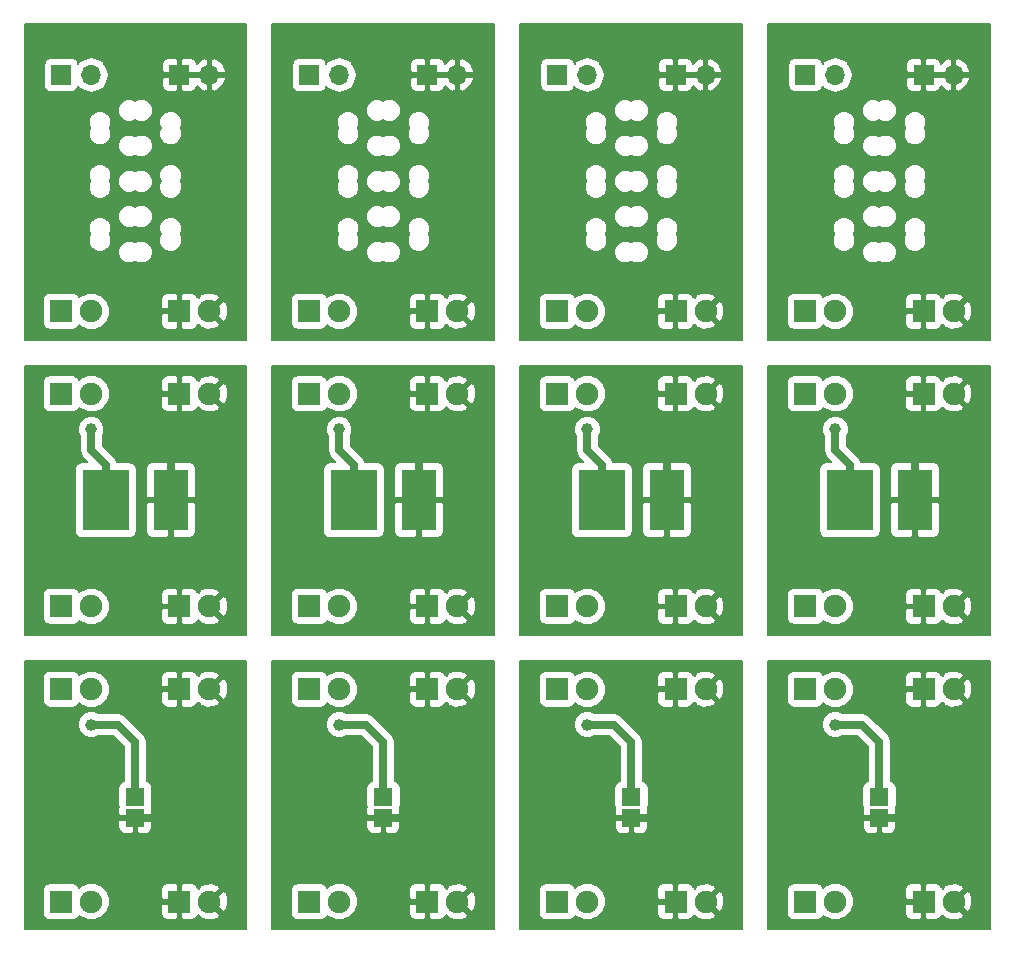
<source format=gbr>
G04 #@! TF.FileFunction,Copper,L2,Bot,Signal*
%FSLAX46Y46*%
G04 Gerber Fmt 4.6, Leading zero omitted, Abs format (unit mm)*
G04 Created by KiCad (PCBNEW 4.0.5) date 08/19/18 14:23:04*
%MOMM*%
%LPD*%
G01*
G04 APERTURE LIST*
%ADD10C,0.100000*%
%ADD11R,1.900000X1.900000*%
%ADD12C,1.900000*%
%ADD13R,1.700000X1.700000*%
%ADD14O,1.700000X1.700000*%
%ADD15R,4.000000X5.200000*%
%ADD16R,3.000000X5.200000*%
%ADD17R,1.650000X1.500000*%
%ADD18C,1.000000*%
%ADD19C,0.700000*%
%ADD20C,0.203200*%
G04 APERTURE END LIST*
D10*
D11*
X120730000Y-78000000D03*
D12*
X123270000Y-78000000D03*
D11*
X120730000Y-103000000D03*
D12*
X123270000Y-103000000D03*
D11*
X130730000Y-103000000D03*
D12*
X133270000Y-103000000D03*
D11*
X120730000Y-71000000D03*
D12*
X123270000Y-71000000D03*
D11*
X130730000Y-71000000D03*
D12*
X133270000Y-71000000D03*
D13*
X130730000Y-51000000D03*
D14*
X133270000Y-51000000D03*
D13*
X120730000Y-51000000D03*
D14*
X123270000Y-51000000D03*
D15*
X124500000Y-87000000D03*
D16*
X130000000Y-87000000D03*
D17*
X127000000Y-113900000D03*
X127000000Y-112100000D03*
D11*
X130730000Y-78000000D03*
D12*
X133270000Y-78000000D03*
D11*
X120730000Y-96000000D03*
D12*
X123270000Y-96000000D03*
D11*
X130730000Y-96000000D03*
D12*
X133270000Y-96000000D03*
D11*
X120730000Y-121000000D03*
D12*
X123270000Y-121000000D03*
D11*
X130730000Y-121000000D03*
D12*
X133270000Y-121000000D03*
D11*
X109730000Y-121000000D03*
D12*
X112270000Y-121000000D03*
D11*
X99730000Y-121000000D03*
D12*
X102270000Y-121000000D03*
D11*
X109730000Y-96000000D03*
D12*
X112270000Y-96000000D03*
D11*
X99730000Y-96000000D03*
D12*
X102270000Y-96000000D03*
D11*
X109730000Y-78000000D03*
D12*
X112270000Y-78000000D03*
D17*
X106000000Y-113900000D03*
X106000000Y-112100000D03*
D15*
X103500000Y-87000000D03*
D16*
X109000000Y-87000000D03*
D13*
X99730000Y-51000000D03*
D14*
X102270000Y-51000000D03*
D13*
X109730000Y-51000000D03*
D14*
X112270000Y-51000000D03*
D11*
X109730000Y-71000000D03*
D12*
X112270000Y-71000000D03*
D11*
X99730000Y-71000000D03*
D12*
X102270000Y-71000000D03*
D11*
X109730000Y-103000000D03*
D12*
X112270000Y-103000000D03*
D11*
X99730000Y-103000000D03*
D12*
X102270000Y-103000000D03*
D11*
X99730000Y-78000000D03*
D12*
X102270000Y-78000000D03*
D11*
X78730000Y-78000000D03*
D12*
X81270000Y-78000000D03*
D11*
X78730000Y-103000000D03*
D12*
X81270000Y-103000000D03*
D11*
X88730000Y-103000000D03*
D12*
X91270000Y-103000000D03*
D11*
X78730000Y-71000000D03*
D12*
X81270000Y-71000000D03*
D11*
X88730000Y-71000000D03*
D12*
X91270000Y-71000000D03*
D13*
X88730000Y-51000000D03*
D14*
X91270000Y-51000000D03*
D13*
X78730000Y-51000000D03*
D14*
X81270000Y-51000000D03*
D15*
X82500000Y-87000000D03*
D16*
X88000000Y-87000000D03*
D17*
X85000000Y-113900000D03*
X85000000Y-112100000D03*
D11*
X88730000Y-78000000D03*
D12*
X91270000Y-78000000D03*
D11*
X78730000Y-96000000D03*
D12*
X81270000Y-96000000D03*
D11*
X88730000Y-96000000D03*
D12*
X91270000Y-96000000D03*
D11*
X78730000Y-121000000D03*
D12*
X81270000Y-121000000D03*
D11*
X88730000Y-121000000D03*
D12*
X91270000Y-121000000D03*
D11*
X67730000Y-121000000D03*
D12*
X70270000Y-121000000D03*
D11*
X57730000Y-121000000D03*
D12*
X60270000Y-121000000D03*
D11*
X67730000Y-96000000D03*
D12*
X70270000Y-96000000D03*
D11*
X57730000Y-96000000D03*
D12*
X60270000Y-96000000D03*
D11*
X67730000Y-78000000D03*
D12*
X70270000Y-78000000D03*
D17*
X64000000Y-113900000D03*
X64000000Y-112100000D03*
D15*
X61500000Y-87000000D03*
D16*
X67000000Y-87000000D03*
D13*
X57730000Y-51000000D03*
D14*
X60270000Y-51000000D03*
D13*
X67730000Y-51000000D03*
D14*
X70270000Y-51000000D03*
D11*
X67730000Y-71000000D03*
D12*
X70270000Y-71000000D03*
D11*
X57730000Y-71000000D03*
D12*
X60270000Y-71000000D03*
D11*
X67730000Y-103000000D03*
D12*
X70270000Y-103000000D03*
D11*
X57730000Y-103000000D03*
D12*
X60270000Y-103000000D03*
D11*
X57730000Y-78000000D03*
D12*
X60270000Y-78000000D03*
D18*
X130730000Y-81000000D03*
X109730000Y-81000000D03*
X88730000Y-81000000D03*
X67730000Y-81000000D03*
X123270000Y-81000000D03*
X102270000Y-81000000D03*
X81270000Y-81000000D03*
X60270000Y-81000000D03*
X67730000Y-107000000D03*
X88730000Y-107000000D03*
X109730000Y-107000000D03*
X130730000Y-107000000D03*
X123270000Y-106000000D03*
X102270000Y-106000000D03*
X81270000Y-106000000D03*
X60270000Y-106000000D03*
D19*
X130730000Y-82270000D02*
X130730000Y-81000000D01*
X130730000Y-82270000D02*
X130000000Y-83000000D01*
X130000000Y-87000000D02*
X130000000Y-83000000D01*
X109000000Y-87000000D02*
X109000000Y-83000000D01*
X109730000Y-82270000D02*
X109000000Y-83000000D01*
X109730000Y-82270000D02*
X109730000Y-81000000D01*
X88730000Y-82270000D02*
X88730000Y-81000000D01*
X88730000Y-82270000D02*
X88000000Y-83000000D01*
X88000000Y-87000000D02*
X88000000Y-83000000D01*
X67000000Y-87000000D02*
X67000000Y-83000000D01*
X67730000Y-82270000D02*
X67000000Y-83000000D01*
X67730000Y-82270000D02*
X67730000Y-81000000D01*
X123270000Y-82770000D02*
X123270000Y-81000000D01*
X123270000Y-82770000D02*
X124500000Y-84000000D01*
X124500000Y-87000000D02*
X124500000Y-84000000D01*
X103500000Y-87000000D02*
X103500000Y-84000000D01*
X102270000Y-82770000D02*
X103500000Y-84000000D01*
X102270000Y-82770000D02*
X102270000Y-81000000D01*
X81270000Y-82770000D02*
X81270000Y-81000000D01*
X81270000Y-82770000D02*
X82500000Y-84000000D01*
X82500000Y-87000000D02*
X82500000Y-84000000D01*
X61500000Y-87000000D02*
X61500000Y-84000000D01*
X60270000Y-82770000D02*
X61500000Y-84000000D01*
X60270000Y-82770000D02*
X60270000Y-81000000D01*
X66600000Y-113900000D02*
X64000000Y-113900000D01*
X67730000Y-107000000D02*
X67730000Y-112770000D01*
X67730000Y-112770000D02*
X66600000Y-113900000D01*
X88730000Y-112770000D02*
X87600000Y-113900000D01*
X88730000Y-107000000D02*
X88730000Y-112770000D01*
X87600000Y-113900000D02*
X85000000Y-113900000D01*
X109730000Y-112770000D02*
X108600000Y-113900000D01*
X109730000Y-107000000D02*
X109730000Y-112770000D01*
X108600000Y-113900000D02*
X106000000Y-113900000D01*
X130730000Y-112770000D02*
X129600000Y-113900000D01*
X130730000Y-107000000D02*
X130730000Y-112770000D01*
X129600000Y-113900000D02*
X127000000Y-113900000D01*
X125500000Y-106000000D02*
X127000000Y-107500000D01*
X127000000Y-112100000D02*
X127000000Y-107500000D01*
X125500000Y-106000000D02*
X123270000Y-106000000D01*
X106000000Y-112100000D02*
X106000000Y-107500000D01*
X104500000Y-106000000D02*
X106000000Y-107500000D01*
X104500000Y-106000000D02*
X102270000Y-106000000D01*
X83500000Y-106000000D02*
X81270000Y-106000000D01*
X83500000Y-106000000D02*
X85000000Y-107500000D01*
X85000000Y-112100000D02*
X85000000Y-107500000D01*
X64000000Y-112100000D02*
X64000000Y-107500000D01*
X62500000Y-106000000D02*
X64000000Y-107500000D01*
X62500000Y-106000000D02*
X60270000Y-106000000D01*
D20*
G36*
X73398400Y-98398400D02*
X54684600Y-98398400D01*
X54684600Y-95050000D01*
X56158458Y-95050000D01*
X56158458Y-96950000D01*
X56200965Y-97175904D01*
X56334474Y-97383383D01*
X56538185Y-97522573D01*
X56780000Y-97571542D01*
X58680000Y-97571542D01*
X58905904Y-97529035D01*
X59113383Y-97395526D01*
X59252573Y-97191815D01*
X59253160Y-97188918D01*
X59385404Y-97321393D01*
X59958415Y-97559328D01*
X60578863Y-97559870D01*
X61152288Y-97322935D01*
X61591393Y-96884596D01*
X61829328Y-96311585D01*
X61829333Y-96304800D01*
X66170400Y-96304800D01*
X66170400Y-97071257D01*
X66263206Y-97295311D01*
X66434689Y-97466794D01*
X66658743Y-97559600D01*
X67425200Y-97559600D01*
X67577600Y-97407200D01*
X67577600Y-96152400D01*
X66322800Y-96152400D01*
X66170400Y-96304800D01*
X61829333Y-96304800D01*
X61829870Y-95691137D01*
X61592935Y-95117712D01*
X61404296Y-94928743D01*
X66170400Y-94928743D01*
X66170400Y-95695200D01*
X66322800Y-95847600D01*
X67577600Y-95847600D01*
X67577600Y-94592800D01*
X67882400Y-94592800D01*
X67882400Y-95847600D01*
X67902400Y-95847600D01*
X67902400Y-96152400D01*
X67882400Y-96152400D01*
X67882400Y-97407200D01*
X68034800Y-97559600D01*
X68801257Y-97559600D01*
X69025311Y-97466794D01*
X69196794Y-97295311D01*
X69232677Y-97208680D01*
X69254763Y-97230766D01*
X69366846Y-97118683D01*
X69462927Y-97370118D01*
X70048683Y-97574677D01*
X70668132Y-97539506D01*
X71077073Y-97370118D01*
X71173155Y-97118681D01*
X70270000Y-96215526D01*
X70255858Y-96229669D01*
X70040332Y-96014143D01*
X70054474Y-96000000D01*
X70485526Y-96000000D01*
X71388681Y-96903155D01*
X71640118Y-96807073D01*
X71844677Y-96221317D01*
X71809506Y-95601868D01*
X71640118Y-95192927D01*
X71388681Y-95096845D01*
X70485526Y-96000000D01*
X70054474Y-96000000D01*
X70040332Y-95985858D01*
X70255858Y-95770332D01*
X70270000Y-95784474D01*
X71173155Y-94881319D01*
X71077073Y-94629882D01*
X70491317Y-94425323D01*
X69871868Y-94460494D01*
X69462927Y-94629882D01*
X69366846Y-94881317D01*
X69254763Y-94769234D01*
X69232677Y-94791320D01*
X69196794Y-94704689D01*
X69025311Y-94533206D01*
X68801257Y-94440400D01*
X68034800Y-94440400D01*
X67882400Y-94592800D01*
X67577600Y-94592800D01*
X67425200Y-94440400D01*
X66658743Y-94440400D01*
X66434689Y-94533206D01*
X66263206Y-94704689D01*
X66170400Y-94928743D01*
X61404296Y-94928743D01*
X61154596Y-94678607D01*
X60581585Y-94440672D01*
X59961137Y-94440130D01*
X59387712Y-94677065D01*
X59251756Y-94812784D01*
X59125526Y-94616617D01*
X58921815Y-94477427D01*
X58680000Y-94428458D01*
X56780000Y-94428458D01*
X56554096Y-94470965D01*
X56346617Y-94604474D01*
X56207427Y-94808185D01*
X56158458Y-95050000D01*
X54684600Y-95050000D01*
X54684600Y-84400000D01*
X58878458Y-84400000D01*
X58878458Y-89600000D01*
X58920965Y-89825904D01*
X59054474Y-90033383D01*
X59258185Y-90172573D01*
X59500000Y-90221542D01*
X63500000Y-90221542D01*
X63725904Y-90179035D01*
X63933383Y-90045526D01*
X64072573Y-89841815D01*
X64121542Y-89600000D01*
X64121542Y-87304800D01*
X64890400Y-87304800D01*
X64890400Y-89721257D01*
X64983206Y-89945311D01*
X65154689Y-90116794D01*
X65378743Y-90209600D01*
X66695200Y-90209600D01*
X66847600Y-90057200D01*
X66847600Y-87152400D01*
X67152400Y-87152400D01*
X67152400Y-90057200D01*
X67304800Y-90209600D01*
X68621257Y-90209600D01*
X68845311Y-90116794D01*
X69016794Y-89945311D01*
X69109600Y-89721257D01*
X69109600Y-87304800D01*
X68957200Y-87152400D01*
X67152400Y-87152400D01*
X66847600Y-87152400D01*
X65042800Y-87152400D01*
X64890400Y-87304800D01*
X64121542Y-87304800D01*
X64121542Y-84400000D01*
X64098726Y-84278743D01*
X64890400Y-84278743D01*
X64890400Y-86695200D01*
X65042800Y-86847600D01*
X66847600Y-86847600D01*
X66847600Y-83942800D01*
X67152400Y-83942800D01*
X67152400Y-86847600D01*
X68957200Y-86847600D01*
X69109600Y-86695200D01*
X69109600Y-84278743D01*
X69016794Y-84054689D01*
X68845311Y-83883206D01*
X68621257Y-83790400D01*
X67304800Y-83790400D01*
X67152400Y-83942800D01*
X66847600Y-83942800D01*
X66695200Y-83790400D01*
X65378743Y-83790400D01*
X65154689Y-83883206D01*
X64983206Y-84054689D01*
X64890400Y-84278743D01*
X64098726Y-84278743D01*
X64079035Y-84174096D01*
X63945526Y-83966617D01*
X63741815Y-83827427D01*
X63500000Y-83778458D01*
X62415533Y-83778458D01*
X62386555Y-83632777D01*
X62324719Y-83540233D01*
X62178540Y-83321460D01*
X62178537Y-83321458D01*
X61229600Y-82372520D01*
X61229600Y-81582455D01*
X61379407Y-81221681D01*
X61379792Y-80780255D01*
X61211221Y-80372283D01*
X60899358Y-80059876D01*
X60491681Y-79890593D01*
X60050255Y-79890208D01*
X59642283Y-80058779D01*
X59329876Y-80370642D01*
X59160593Y-80778319D01*
X59160208Y-81219745D01*
X59310400Y-81583237D01*
X59310400Y-82770000D01*
X59383445Y-83137223D01*
X59591460Y-83448540D01*
X59921378Y-83778458D01*
X59500000Y-83778458D01*
X59274096Y-83820965D01*
X59066617Y-83954474D01*
X58927427Y-84158185D01*
X58878458Y-84400000D01*
X54684600Y-84400000D01*
X54684600Y-77050000D01*
X56158458Y-77050000D01*
X56158458Y-78950000D01*
X56200965Y-79175904D01*
X56334474Y-79383383D01*
X56538185Y-79522573D01*
X56780000Y-79571542D01*
X58680000Y-79571542D01*
X58905904Y-79529035D01*
X59113383Y-79395526D01*
X59252573Y-79191815D01*
X59253160Y-79188918D01*
X59385404Y-79321393D01*
X59958415Y-79559328D01*
X60578863Y-79559870D01*
X61152288Y-79322935D01*
X61591393Y-78884596D01*
X61829328Y-78311585D01*
X61829333Y-78304800D01*
X66170400Y-78304800D01*
X66170400Y-79071257D01*
X66263206Y-79295311D01*
X66434689Y-79466794D01*
X66658743Y-79559600D01*
X67425200Y-79559600D01*
X67577600Y-79407200D01*
X67577600Y-78152400D01*
X66322800Y-78152400D01*
X66170400Y-78304800D01*
X61829333Y-78304800D01*
X61829870Y-77691137D01*
X61592935Y-77117712D01*
X61404296Y-76928743D01*
X66170400Y-76928743D01*
X66170400Y-77695200D01*
X66322800Y-77847600D01*
X67577600Y-77847600D01*
X67577600Y-76592800D01*
X67882400Y-76592800D01*
X67882400Y-77847600D01*
X67902400Y-77847600D01*
X67902400Y-78152400D01*
X67882400Y-78152400D01*
X67882400Y-79407200D01*
X68034800Y-79559600D01*
X68801257Y-79559600D01*
X69025311Y-79466794D01*
X69196794Y-79295311D01*
X69232677Y-79208680D01*
X69254763Y-79230766D01*
X69366846Y-79118683D01*
X69462927Y-79370118D01*
X70048683Y-79574677D01*
X70668132Y-79539506D01*
X71077073Y-79370118D01*
X71173155Y-79118681D01*
X70270000Y-78215526D01*
X70255858Y-78229669D01*
X70040332Y-78014143D01*
X70054474Y-78000000D01*
X70485526Y-78000000D01*
X71388681Y-78903155D01*
X71640118Y-78807073D01*
X71844677Y-78221317D01*
X71809506Y-77601868D01*
X71640118Y-77192927D01*
X71388681Y-77096845D01*
X70485526Y-78000000D01*
X70054474Y-78000000D01*
X70040332Y-77985858D01*
X70255858Y-77770332D01*
X70270000Y-77784474D01*
X71173155Y-76881319D01*
X71077073Y-76629882D01*
X70491317Y-76425323D01*
X69871868Y-76460494D01*
X69462927Y-76629882D01*
X69366846Y-76881317D01*
X69254763Y-76769234D01*
X69232677Y-76791320D01*
X69196794Y-76704689D01*
X69025311Y-76533206D01*
X68801257Y-76440400D01*
X68034800Y-76440400D01*
X67882400Y-76592800D01*
X67577600Y-76592800D01*
X67425200Y-76440400D01*
X66658743Y-76440400D01*
X66434689Y-76533206D01*
X66263206Y-76704689D01*
X66170400Y-76928743D01*
X61404296Y-76928743D01*
X61154596Y-76678607D01*
X60581585Y-76440672D01*
X59961137Y-76440130D01*
X59387712Y-76677065D01*
X59251756Y-76812784D01*
X59125526Y-76616617D01*
X58921815Y-76477427D01*
X58680000Y-76428458D01*
X56780000Y-76428458D01*
X56554096Y-76470965D01*
X56346617Y-76604474D01*
X56207427Y-76808185D01*
X56158458Y-77050000D01*
X54684600Y-77050000D01*
X54684600Y-75601600D01*
X73398400Y-75601600D01*
X73398400Y-98398400D01*
X73398400Y-98398400D01*
G37*
X73398400Y-98398400D02*
X54684600Y-98398400D01*
X54684600Y-95050000D01*
X56158458Y-95050000D01*
X56158458Y-96950000D01*
X56200965Y-97175904D01*
X56334474Y-97383383D01*
X56538185Y-97522573D01*
X56780000Y-97571542D01*
X58680000Y-97571542D01*
X58905904Y-97529035D01*
X59113383Y-97395526D01*
X59252573Y-97191815D01*
X59253160Y-97188918D01*
X59385404Y-97321393D01*
X59958415Y-97559328D01*
X60578863Y-97559870D01*
X61152288Y-97322935D01*
X61591393Y-96884596D01*
X61829328Y-96311585D01*
X61829333Y-96304800D01*
X66170400Y-96304800D01*
X66170400Y-97071257D01*
X66263206Y-97295311D01*
X66434689Y-97466794D01*
X66658743Y-97559600D01*
X67425200Y-97559600D01*
X67577600Y-97407200D01*
X67577600Y-96152400D01*
X66322800Y-96152400D01*
X66170400Y-96304800D01*
X61829333Y-96304800D01*
X61829870Y-95691137D01*
X61592935Y-95117712D01*
X61404296Y-94928743D01*
X66170400Y-94928743D01*
X66170400Y-95695200D01*
X66322800Y-95847600D01*
X67577600Y-95847600D01*
X67577600Y-94592800D01*
X67882400Y-94592800D01*
X67882400Y-95847600D01*
X67902400Y-95847600D01*
X67902400Y-96152400D01*
X67882400Y-96152400D01*
X67882400Y-97407200D01*
X68034800Y-97559600D01*
X68801257Y-97559600D01*
X69025311Y-97466794D01*
X69196794Y-97295311D01*
X69232677Y-97208680D01*
X69254763Y-97230766D01*
X69366846Y-97118683D01*
X69462927Y-97370118D01*
X70048683Y-97574677D01*
X70668132Y-97539506D01*
X71077073Y-97370118D01*
X71173155Y-97118681D01*
X70270000Y-96215526D01*
X70255858Y-96229669D01*
X70040332Y-96014143D01*
X70054474Y-96000000D01*
X70485526Y-96000000D01*
X71388681Y-96903155D01*
X71640118Y-96807073D01*
X71844677Y-96221317D01*
X71809506Y-95601868D01*
X71640118Y-95192927D01*
X71388681Y-95096845D01*
X70485526Y-96000000D01*
X70054474Y-96000000D01*
X70040332Y-95985858D01*
X70255858Y-95770332D01*
X70270000Y-95784474D01*
X71173155Y-94881319D01*
X71077073Y-94629882D01*
X70491317Y-94425323D01*
X69871868Y-94460494D01*
X69462927Y-94629882D01*
X69366846Y-94881317D01*
X69254763Y-94769234D01*
X69232677Y-94791320D01*
X69196794Y-94704689D01*
X69025311Y-94533206D01*
X68801257Y-94440400D01*
X68034800Y-94440400D01*
X67882400Y-94592800D01*
X67577600Y-94592800D01*
X67425200Y-94440400D01*
X66658743Y-94440400D01*
X66434689Y-94533206D01*
X66263206Y-94704689D01*
X66170400Y-94928743D01*
X61404296Y-94928743D01*
X61154596Y-94678607D01*
X60581585Y-94440672D01*
X59961137Y-94440130D01*
X59387712Y-94677065D01*
X59251756Y-94812784D01*
X59125526Y-94616617D01*
X58921815Y-94477427D01*
X58680000Y-94428458D01*
X56780000Y-94428458D01*
X56554096Y-94470965D01*
X56346617Y-94604474D01*
X56207427Y-94808185D01*
X56158458Y-95050000D01*
X54684600Y-95050000D01*
X54684600Y-84400000D01*
X58878458Y-84400000D01*
X58878458Y-89600000D01*
X58920965Y-89825904D01*
X59054474Y-90033383D01*
X59258185Y-90172573D01*
X59500000Y-90221542D01*
X63500000Y-90221542D01*
X63725904Y-90179035D01*
X63933383Y-90045526D01*
X64072573Y-89841815D01*
X64121542Y-89600000D01*
X64121542Y-87304800D01*
X64890400Y-87304800D01*
X64890400Y-89721257D01*
X64983206Y-89945311D01*
X65154689Y-90116794D01*
X65378743Y-90209600D01*
X66695200Y-90209600D01*
X66847600Y-90057200D01*
X66847600Y-87152400D01*
X67152400Y-87152400D01*
X67152400Y-90057200D01*
X67304800Y-90209600D01*
X68621257Y-90209600D01*
X68845311Y-90116794D01*
X69016794Y-89945311D01*
X69109600Y-89721257D01*
X69109600Y-87304800D01*
X68957200Y-87152400D01*
X67152400Y-87152400D01*
X66847600Y-87152400D01*
X65042800Y-87152400D01*
X64890400Y-87304800D01*
X64121542Y-87304800D01*
X64121542Y-84400000D01*
X64098726Y-84278743D01*
X64890400Y-84278743D01*
X64890400Y-86695200D01*
X65042800Y-86847600D01*
X66847600Y-86847600D01*
X66847600Y-83942800D01*
X67152400Y-83942800D01*
X67152400Y-86847600D01*
X68957200Y-86847600D01*
X69109600Y-86695200D01*
X69109600Y-84278743D01*
X69016794Y-84054689D01*
X68845311Y-83883206D01*
X68621257Y-83790400D01*
X67304800Y-83790400D01*
X67152400Y-83942800D01*
X66847600Y-83942800D01*
X66695200Y-83790400D01*
X65378743Y-83790400D01*
X65154689Y-83883206D01*
X64983206Y-84054689D01*
X64890400Y-84278743D01*
X64098726Y-84278743D01*
X64079035Y-84174096D01*
X63945526Y-83966617D01*
X63741815Y-83827427D01*
X63500000Y-83778458D01*
X62415533Y-83778458D01*
X62386555Y-83632777D01*
X62324719Y-83540233D01*
X62178540Y-83321460D01*
X62178537Y-83321458D01*
X61229600Y-82372520D01*
X61229600Y-81582455D01*
X61379407Y-81221681D01*
X61379792Y-80780255D01*
X61211221Y-80372283D01*
X60899358Y-80059876D01*
X60491681Y-79890593D01*
X60050255Y-79890208D01*
X59642283Y-80058779D01*
X59329876Y-80370642D01*
X59160593Y-80778319D01*
X59160208Y-81219745D01*
X59310400Y-81583237D01*
X59310400Y-82770000D01*
X59383445Y-83137223D01*
X59591460Y-83448540D01*
X59921378Y-83778458D01*
X59500000Y-83778458D01*
X59274096Y-83820965D01*
X59066617Y-83954474D01*
X58927427Y-84158185D01*
X58878458Y-84400000D01*
X54684600Y-84400000D01*
X54684600Y-77050000D01*
X56158458Y-77050000D01*
X56158458Y-78950000D01*
X56200965Y-79175904D01*
X56334474Y-79383383D01*
X56538185Y-79522573D01*
X56780000Y-79571542D01*
X58680000Y-79571542D01*
X58905904Y-79529035D01*
X59113383Y-79395526D01*
X59252573Y-79191815D01*
X59253160Y-79188918D01*
X59385404Y-79321393D01*
X59958415Y-79559328D01*
X60578863Y-79559870D01*
X61152288Y-79322935D01*
X61591393Y-78884596D01*
X61829328Y-78311585D01*
X61829333Y-78304800D01*
X66170400Y-78304800D01*
X66170400Y-79071257D01*
X66263206Y-79295311D01*
X66434689Y-79466794D01*
X66658743Y-79559600D01*
X67425200Y-79559600D01*
X67577600Y-79407200D01*
X67577600Y-78152400D01*
X66322800Y-78152400D01*
X66170400Y-78304800D01*
X61829333Y-78304800D01*
X61829870Y-77691137D01*
X61592935Y-77117712D01*
X61404296Y-76928743D01*
X66170400Y-76928743D01*
X66170400Y-77695200D01*
X66322800Y-77847600D01*
X67577600Y-77847600D01*
X67577600Y-76592800D01*
X67882400Y-76592800D01*
X67882400Y-77847600D01*
X67902400Y-77847600D01*
X67902400Y-78152400D01*
X67882400Y-78152400D01*
X67882400Y-79407200D01*
X68034800Y-79559600D01*
X68801257Y-79559600D01*
X69025311Y-79466794D01*
X69196794Y-79295311D01*
X69232677Y-79208680D01*
X69254763Y-79230766D01*
X69366846Y-79118683D01*
X69462927Y-79370118D01*
X70048683Y-79574677D01*
X70668132Y-79539506D01*
X71077073Y-79370118D01*
X71173155Y-79118681D01*
X70270000Y-78215526D01*
X70255858Y-78229669D01*
X70040332Y-78014143D01*
X70054474Y-78000000D01*
X70485526Y-78000000D01*
X71388681Y-78903155D01*
X71640118Y-78807073D01*
X71844677Y-78221317D01*
X71809506Y-77601868D01*
X71640118Y-77192927D01*
X71388681Y-77096845D01*
X70485526Y-78000000D01*
X70054474Y-78000000D01*
X70040332Y-77985858D01*
X70255858Y-77770332D01*
X70270000Y-77784474D01*
X71173155Y-76881319D01*
X71077073Y-76629882D01*
X70491317Y-76425323D01*
X69871868Y-76460494D01*
X69462927Y-76629882D01*
X69366846Y-76881317D01*
X69254763Y-76769234D01*
X69232677Y-76791320D01*
X69196794Y-76704689D01*
X69025311Y-76533206D01*
X68801257Y-76440400D01*
X68034800Y-76440400D01*
X67882400Y-76592800D01*
X67577600Y-76592800D01*
X67425200Y-76440400D01*
X66658743Y-76440400D01*
X66434689Y-76533206D01*
X66263206Y-76704689D01*
X66170400Y-76928743D01*
X61404296Y-76928743D01*
X61154596Y-76678607D01*
X60581585Y-76440672D01*
X59961137Y-76440130D01*
X59387712Y-76677065D01*
X59251756Y-76812784D01*
X59125526Y-76616617D01*
X58921815Y-76477427D01*
X58680000Y-76428458D01*
X56780000Y-76428458D01*
X56554096Y-76470965D01*
X56346617Y-76604474D01*
X56207427Y-76808185D01*
X56158458Y-77050000D01*
X54684600Y-77050000D01*
X54684600Y-75601600D01*
X73398400Y-75601600D01*
X73398400Y-98398400D01*
G36*
X73398400Y-73398400D02*
X54684600Y-73398400D01*
X54684600Y-70050000D01*
X56158458Y-70050000D01*
X56158458Y-71950000D01*
X56200965Y-72175904D01*
X56334474Y-72383383D01*
X56538185Y-72522573D01*
X56780000Y-72571542D01*
X58680000Y-72571542D01*
X58905904Y-72529035D01*
X59113383Y-72395526D01*
X59252573Y-72191815D01*
X59253160Y-72188918D01*
X59385404Y-72321393D01*
X59958415Y-72559328D01*
X60578863Y-72559870D01*
X61152288Y-72322935D01*
X61591393Y-71884596D01*
X61829328Y-71311585D01*
X61829333Y-71304800D01*
X66170400Y-71304800D01*
X66170400Y-72071257D01*
X66263206Y-72295311D01*
X66434689Y-72466794D01*
X66658743Y-72559600D01*
X67425200Y-72559600D01*
X67577600Y-72407200D01*
X67577600Y-71152400D01*
X66322800Y-71152400D01*
X66170400Y-71304800D01*
X61829333Y-71304800D01*
X61829870Y-70691137D01*
X61592935Y-70117712D01*
X61404296Y-69928743D01*
X66170400Y-69928743D01*
X66170400Y-70695200D01*
X66322800Y-70847600D01*
X67577600Y-70847600D01*
X67577600Y-69592800D01*
X67882400Y-69592800D01*
X67882400Y-70847600D01*
X67902400Y-70847600D01*
X67902400Y-71152400D01*
X67882400Y-71152400D01*
X67882400Y-72407200D01*
X68034800Y-72559600D01*
X68801257Y-72559600D01*
X69025311Y-72466794D01*
X69196794Y-72295311D01*
X69232677Y-72208680D01*
X69254763Y-72230766D01*
X69366846Y-72118683D01*
X69462927Y-72370118D01*
X70048683Y-72574677D01*
X70668132Y-72539506D01*
X71077073Y-72370118D01*
X71173155Y-72118681D01*
X70270000Y-71215526D01*
X70255858Y-71229669D01*
X70040332Y-71014143D01*
X70054474Y-71000000D01*
X70485526Y-71000000D01*
X71388681Y-71903155D01*
X71640118Y-71807073D01*
X71844677Y-71221317D01*
X71809506Y-70601868D01*
X71640118Y-70192927D01*
X71388681Y-70096845D01*
X70485526Y-71000000D01*
X70054474Y-71000000D01*
X70040332Y-70985858D01*
X70255858Y-70770332D01*
X70270000Y-70784474D01*
X71173155Y-69881319D01*
X71077073Y-69629882D01*
X70491317Y-69425323D01*
X69871868Y-69460494D01*
X69462927Y-69629882D01*
X69366846Y-69881317D01*
X69254763Y-69769234D01*
X69232677Y-69791320D01*
X69196794Y-69704689D01*
X69025311Y-69533206D01*
X68801257Y-69440400D01*
X68034800Y-69440400D01*
X67882400Y-69592800D01*
X67577600Y-69592800D01*
X67425200Y-69440400D01*
X66658743Y-69440400D01*
X66434689Y-69533206D01*
X66263206Y-69704689D01*
X66170400Y-69928743D01*
X61404296Y-69928743D01*
X61154596Y-69678607D01*
X60581585Y-69440672D01*
X59961137Y-69440130D01*
X59387712Y-69677065D01*
X59251756Y-69812784D01*
X59125526Y-69616617D01*
X58921815Y-69477427D01*
X58680000Y-69428458D01*
X56780000Y-69428458D01*
X56554096Y-69470965D01*
X56346617Y-69604474D01*
X56207427Y-69808185D01*
X56158458Y-70050000D01*
X54684600Y-70050000D01*
X54684600Y-66190039D01*
X62540233Y-66190039D01*
X62686016Y-66542860D01*
X62955720Y-66813035D01*
X63308286Y-66959433D01*
X63690039Y-66959767D01*
X64000328Y-66831558D01*
X64308286Y-66959433D01*
X64690039Y-66959767D01*
X65042860Y-66813984D01*
X65313035Y-66544280D01*
X65459433Y-66191714D01*
X65459767Y-65809961D01*
X65313984Y-65457140D01*
X65044280Y-65186965D01*
X64691714Y-65040567D01*
X64309961Y-65040233D01*
X63999672Y-65168442D01*
X63691714Y-65040567D01*
X63309961Y-65040233D01*
X62957140Y-65186016D01*
X62686965Y-65455720D01*
X62540567Y-65808286D01*
X62540233Y-66190039D01*
X54684600Y-66190039D01*
X54684600Y-64190039D01*
X60040233Y-64190039D01*
X60168442Y-64500328D01*
X60040567Y-64808286D01*
X60040233Y-65190039D01*
X60186016Y-65542860D01*
X60455720Y-65813035D01*
X60808286Y-65959433D01*
X61190039Y-65959767D01*
X61542860Y-65813984D01*
X61813035Y-65544280D01*
X61959433Y-65191714D01*
X61959767Y-64809961D01*
X61831558Y-64499672D01*
X61959433Y-64191714D01*
X61959434Y-64190039D01*
X66040233Y-64190039D01*
X66168442Y-64500328D01*
X66040567Y-64808286D01*
X66040233Y-65190039D01*
X66186016Y-65542860D01*
X66455720Y-65813035D01*
X66808286Y-65959433D01*
X67190039Y-65959767D01*
X67542860Y-65813984D01*
X67813035Y-65544280D01*
X67959433Y-65191714D01*
X67959767Y-64809961D01*
X67831558Y-64499672D01*
X67959433Y-64191714D01*
X67959767Y-63809961D01*
X67813984Y-63457140D01*
X67544280Y-63186965D01*
X67191714Y-63040567D01*
X66809961Y-63040233D01*
X66457140Y-63186016D01*
X66186965Y-63455720D01*
X66040567Y-63808286D01*
X66040233Y-64190039D01*
X61959434Y-64190039D01*
X61959767Y-63809961D01*
X61813984Y-63457140D01*
X61547349Y-63190039D01*
X62540233Y-63190039D01*
X62686016Y-63542860D01*
X62955720Y-63813035D01*
X63308286Y-63959433D01*
X63690039Y-63959767D01*
X64000328Y-63831558D01*
X64308286Y-63959433D01*
X64690039Y-63959767D01*
X65042860Y-63813984D01*
X65313035Y-63544280D01*
X65459433Y-63191714D01*
X65459767Y-62809961D01*
X65313984Y-62457140D01*
X65044280Y-62186965D01*
X64691714Y-62040567D01*
X64309961Y-62040233D01*
X63999672Y-62168442D01*
X63691714Y-62040567D01*
X63309961Y-62040233D01*
X62957140Y-62186016D01*
X62686965Y-62455720D01*
X62540567Y-62808286D01*
X62540233Y-63190039D01*
X61547349Y-63190039D01*
X61544280Y-63186965D01*
X61191714Y-63040567D01*
X60809961Y-63040233D01*
X60457140Y-63186016D01*
X60186965Y-63455720D01*
X60040567Y-63808286D01*
X60040233Y-64190039D01*
X54684600Y-64190039D01*
X54684600Y-59690039D01*
X60040233Y-59690039D01*
X60168442Y-60000328D01*
X60040567Y-60308286D01*
X60040233Y-60690039D01*
X60186016Y-61042860D01*
X60455720Y-61313035D01*
X60808286Y-61459433D01*
X61190039Y-61459767D01*
X61542860Y-61313984D01*
X61813035Y-61044280D01*
X61959433Y-60691714D01*
X61959767Y-60309961D01*
X61910217Y-60190039D01*
X62540233Y-60190039D01*
X62686016Y-60542860D01*
X62955720Y-60813035D01*
X63308286Y-60959433D01*
X63690039Y-60959767D01*
X64000328Y-60831558D01*
X64308286Y-60959433D01*
X64690039Y-60959767D01*
X65042860Y-60813984D01*
X65313035Y-60544280D01*
X65459433Y-60191714D01*
X65459767Y-59809961D01*
X65410217Y-59690039D01*
X66040233Y-59690039D01*
X66168442Y-60000328D01*
X66040567Y-60308286D01*
X66040233Y-60690039D01*
X66186016Y-61042860D01*
X66455720Y-61313035D01*
X66808286Y-61459433D01*
X67190039Y-61459767D01*
X67542860Y-61313984D01*
X67813035Y-61044280D01*
X67959433Y-60691714D01*
X67959767Y-60309961D01*
X67831558Y-59999672D01*
X67959433Y-59691714D01*
X67959767Y-59309961D01*
X67813984Y-58957140D01*
X67544280Y-58686965D01*
X67191714Y-58540567D01*
X66809961Y-58540233D01*
X66457140Y-58686016D01*
X66186965Y-58955720D01*
X66040567Y-59308286D01*
X66040233Y-59690039D01*
X65410217Y-59690039D01*
X65313984Y-59457140D01*
X65044280Y-59186965D01*
X64691714Y-59040567D01*
X64309961Y-59040233D01*
X63999672Y-59168442D01*
X63691714Y-59040567D01*
X63309961Y-59040233D01*
X62957140Y-59186016D01*
X62686965Y-59455720D01*
X62540567Y-59808286D01*
X62540233Y-60190039D01*
X61910217Y-60190039D01*
X61831558Y-59999672D01*
X61959433Y-59691714D01*
X61959767Y-59309961D01*
X61813984Y-58957140D01*
X61544280Y-58686965D01*
X61191714Y-58540567D01*
X60809961Y-58540233D01*
X60457140Y-58686016D01*
X60186965Y-58955720D01*
X60040567Y-59308286D01*
X60040233Y-59690039D01*
X54684600Y-59690039D01*
X54684600Y-57190039D01*
X62540233Y-57190039D01*
X62686016Y-57542860D01*
X62955720Y-57813035D01*
X63308286Y-57959433D01*
X63690039Y-57959767D01*
X64000328Y-57831558D01*
X64308286Y-57959433D01*
X64690039Y-57959767D01*
X65042860Y-57813984D01*
X65313035Y-57544280D01*
X65459433Y-57191714D01*
X65459767Y-56809961D01*
X65313984Y-56457140D01*
X65044280Y-56186965D01*
X64691714Y-56040567D01*
X64309961Y-56040233D01*
X63999672Y-56168442D01*
X63691714Y-56040567D01*
X63309961Y-56040233D01*
X62957140Y-56186016D01*
X62686965Y-56455720D01*
X62540567Y-56808286D01*
X62540233Y-57190039D01*
X54684600Y-57190039D01*
X54684600Y-55190039D01*
X60040233Y-55190039D01*
X60168442Y-55500328D01*
X60040567Y-55808286D01*
X60040233Y-56190039D01*
X60186016Y-56542860D01*
X60455720Y-56813035D01*
X60808286Y-56959433D01*
X61190039Y-56959767D01*
X61542860Y-56813984D01*
X61813035Y-56544280D01*
X61959433Y-56191714D01*
X61959767Y-55809961D01*
X61831558Y-55499672D01*
X61959433Y-55191714D01*
X61959434Y-55190039D01*
X66040233Y-55190039D01*
X66168442Y-55500328D01*
X66040567Y-55808286D01*
X66040233Y-56190039D01*
X66186016Y-56542860D01*
X66455720Y-56813035D01*
X66808286Y-56959433D01*
X67190039Y-56959767D01*
X67542860Y-56813984D01*
X67813035Y-56544280D01*
X67959433Y-56191714D01*
X67959767Y-55809961D01*
X67831558Y-55499672D01*
X67959433Y-55191714D01*
X67959767Y-54809961D01*
X67813984Y-54457140D01*
X67544280Y-54186965D01*
X67191714Y-54040567D01*
X66809961Y-54040233D01*
X66457140Y-54186016D01*
X66186965Y-54455720D01*
X66040567Y-54808286D01*
X66040233Y-55190039D01*
X61959434Y-55190039D01*
X61959767Y-54809961D01*
X61813984Y-54457140D01*
X61547349Y-54190039D01*
X62540233Y-54190039D01*
X62686016Y-54542860D01*
X62955720Y-54813035D01*
X63308286Y-54959433D01*
X63690039Y-54959767D01*
X64000328Y-54831558D01*
X64308286Y-54959433D01*
X64690039Y-54959767D01*
X65042860Y-54813984D01*
X65313035Y-54544280D01*
X65459433Y-54191714D01*
X65459767Y-53809961D01*
X65313984Y-53457140D01*
X65044280Y-53186965D01*
X64691714Y-53040567D01*
X64309961Y-53040233D01*
X63999672Y-53168442D01*
X63691714Y-53040567D01*
X63309961Y-53040233D01*
X62957140Y-53186016D01*
X62686965Y-53455720D01*
X62540567Y-53808286D01*
X62540233Y-54190039D01*
X61547349Y-54190039D01*
X61544280Y-54186965D01*
X61191714Y-54040567D01*
X60809961Y-54040233D01*
X60457140Y-54186016D01*
X60186965Y-54455720D01*
X60040567Y-54808286D01*
X60040233Y-55190039D01*
X54684600Y-55190039D01*
X54684600Y-50150000D01*
X56258458Y-50150000D01*
X56258458Y-51850000D01*
X56300965Y-52075904D01*
X56434474Y-52283383D01*
X56638185Y-52422573D01*
X56880000Y-52471542D01*
X58580000Y-52471542D01*
X58805904Y-52429035D01*
X59013383Y-52295526D01*
X59152573Y-52091815D01*
X59177258Y-51969920D01*
X59237907Y-52060688D01*
X59711435Y-52377090D01*
X60270000Y-52488195D01*
X60828565Y-52377090D01*
X61302093Y-52060688D01*
X61618495Y-51587160D01*
X61674659Y-51304800D01*
X66270400Y-51304800D01*
X66270400Y-51971257D01*
X66363206Y-52195311D01*
X66534689Y-52366794D01*
X66758743Y-52459600D01*
X67425200Y-52459600D01*
X67577600Y-52307200D01*
X67577600Y-51152400D01*
X67882400Y-51152400D01*
X67882400Y-52307200D01*
X68034800Y-52459600D01*
X68701257Y-52459600D01*
X68925311Y-52366794D01*
X69096794Y-52195311D01*
X69189600Y-51971257D01*
X69189600Y-51956569D01*
X69540046Y-52263975D01*
X69892393Y-52409910D01*
X70117600Y-52298286D01*
X70117600Y-51152400D01*
X70422400Y-51152400D01*
X70422400Y-52298286D01*
X70647607Y-52409910D01*
X70999954Y-52263975D01*
X71428092Y-51888419D01*
X71679921Y-51377609D01*
X71569234Y-51152400D01*
X70422400Y-51152400D01*
X70117600Y-51152400D01*
X67882400Y-51152400D01*
X67577600Y-51152400D01*
X66422800Y-51152400D01*
X66270400Y-51304800D01*
X61674659Y-51304800D01*
X61729600Y-51028595D01*
X61729600Y-50971405D01*
X61618495Y-50412840D01*
X61361850Y-50028743D01*
X66270400Y-50028743D01*
X66270400Y-50695200D01*
X66422800Y-50847600D01*
X67577600Y-50847600D01*
X67577600Y-49692800D01*
X67882400Y-49692800D01*
X67882400Y-50847600D01*
X70117600Y-50847600D01*
X70117600Y-49701714D01*
X70422400Y-49701714D01*
X70422400Y-50847600D01*
X71569234Y-50847600D01*
X71679921Y-50622391D01*
X71428092Y-50111581D01*
X70999954Y-49736025D01*
X70647607Y-49590090D01*
X70422400Y-49701714D01*
X70117600Y-49701714D01*
X69892393Y-49590090D01*
X69540046Y-49736025D01*
X69189600Y-50043431D01*
X69189600Y-50028743D01*
X69096794Y-49804689D01*
X68925311Y-49633206D01*
X68701257Y-49540400D01*
X68034800Y-49540400D01*
X67882400Y-49692800D01*
X67577600Y-49692800D01*
X67425200Y-49540400D01*
X66758743Y-49540400D01*
X66534689Y-49633206D01*
X66363206Y-49804689D01*
X66270400Y-50028743D01*
X61361850Y-50028743D01*
X61302093Y-49939312D01*
X60828565Y-49622910D01*
X60270000Y-49511805D01*
X59711435Y-49622910D01*
X59237907Y-49939312D01*
X59178599Y-50028072D01*
X59159035Y-49924096D01*
X59025526Y-49716617D01*
X58821815Y-49577427D01*
X58580000Y-49528458D01*
X56880000Y-49528458D01*
X56654096Y-49570965D01*
X56446617Y-49704474D01*
X56307427Y-49908185D01*
X56258458Y-50150000D01*
X54684600Y-50150000D01*
X54684600Y-46684600D01*
X73398400Y-46684600D01*
X73398400Y-73398400D01*
X73398400Y-73398400D01*
G37*
X73398400Y-73398400D02*
X54684600Y-73398400D01*
X54684600Y-70050000D01*
X56158458Y-70050000D01*
X56158458Y-71950000D01*
X56200965Y-72175904D01*
X56334474Y-72383383D01*
X56538185Y-72522573D01*
X56780000Y-72571542D01*
X58680000Y-72571542D01*
X58905904Y-72529035D01*
X59113383Y-72395526D01*
X59252573Y-72191815D01*
X59253160Y-72188918D01*
X59385404Y-72321393D01*
X59958415Y-72559328D01*
X60578863Y-72559870D01*
X61152288Y-72322935D01*
X61591393Y-71884596D01*
X61829328Y-71311585D01*
X61829333Y-71304800D01*
X66170400Y-71304800D01*
X66170400Y-72071257D01*
X66263206Y-72295311D01*
X66434689Y-72466794D01*
X66658743Y-72559600D01*
X67425200Y-72559600D01*
X67577600Y-72407200D01*
X67577600Y-71152400D01*
X66322800Y-71152400D01*
X66170400Y-71304800D01*
X61829333Y-71304800D01*
X61829870Y-70691137D01*
X61592935Y-70117712D01*
X61404296Y-69928743D01*
X66170400Y-69928743D01*
X66170400Y-70695200D01*
X66322800Y-70847600D01*
X67577600Y-70847600D01*
X67577600Y-69592800D01*
X67882400Y-69592800D01*
X67882400Y-70847600D01*
X67902400Y-70847600D01*
X67902400Y-71152400D01*
X67882400Y-71152400D01*
X67882400Y-72407200D01*
X68034800Y-72559600D01*
X68801257Y-72559600D01*
X69025311Y-72466794D01*
X69196794Y-72295311D01*
X69232677Y-72208680D01*
X69254763Y-72230766D01*
X69366846Y-72118683D01*
X69462927Y-72370118D01*
X70048683Y-72574677D01*
X70668132Y-72539506D01*
X71077073Y-72370118D01*
X71173155Y-72118681D01*
X70270000Y-71215526D01*
X70255858Y-71229669D01*
X70040332Y-71014143D01*
X70054474Y-71000000D01*
X70485526Y-71000000D01*
X71388681Y-71903155D01*
X71640118Y-71807073D01*
X71844677Y-71221317D01*
X71809506Y-70601868D01*
X71640118Y-70192927D01*
X71388681Y-70096845D01*
X70485526Y-71000000D01*
X70054474Y-71000000D01*
X70040332Y-70985858D01*
X70255858Y-70770332D01*
X70270000Y-70784474D01*
X71173155Y-69881319D01*
X71077073Y-69629882D01*
X70491317Y-69425323D01*
X69871868Y-69460494D01*
X69462927Y-69629882D01*
X69366846Y-69881317D01*
X69254763Y-69769234D01*
X69232677Y-69791320D01*
X69196794Y-69704689D01*
X69025311Y-69533206D01*
X68801257Y-69440400D01*
X68034800Y-69440400D01*
X67882400Y-69592800D01*
X67577600Y-69592800D01*
X67425200Y-69440400D01*
X66658743Y-69440400D01*
X66434689Y-69533206D01*
X66263206Y-69704689D01*
X66170400Y-69928743D01*
X61404296Y-69928743D01*
X61154596Y-69678607D01*
X60581585Y-69440672D01*
X59961137Y-69440130D01*
X59387712Y-69677065D01*
X59251756Y-69812784D01*
X59125526Y-69616617D01*
X58921815Y-69477427D01*
X58680000Y-69428458D01*
X56780000Y-69428458D01*
X56554096Y-69470965D01*
X56346617Y-69604474D01*
X56207427Y-69808185D01*
X56158458Y-70050000D01*
X54684600Y-70050000D01*
X54684600Y-66190039D01*
X62540233Y-66190039D01*
X62686016Y-66542860D01*
X62955720Y-66813035D01*
X63308286Y-66959433D01*
X63690039Y-66959767D01*
X64000328Y-66831558D01*
X64308286Y-66959433D01*
X64690039Y-66959767D01*
X65042860Y-66813984D01*
X65313035Y-66544280D01*
X65459433Y-66191714D01*
X65459767Y-65809961D01*
X65313984Y-65457140D01*
X65044280Y-65186965D01*
X64691714Y-65040567D01*
X64309961Y-65040233D01*
X63999672Y-65168442D01*
X63691714Y-65040567D01*
X63309961Y-65040233D01*
X62957140Y-65186016D01*
X62686965Y-65455720D01*
X62540567Y-65808286D01*
X62540233Y-66190039D01*
X54684600Y-66190039D01*
X54684600Y-64190039D01*
X60040233Y-64190039D01*
X60168442Y-64500328D01*
X60040567Y-64808286D01*
X60040233Y-65190039D01*
X60186016Y-65542860D01*
X60455720Y-65813035D01*
X60808286Y-65959433D01*
X61190039Y-65959767D01*
X61542860Y-65813984D01*
X61813035Y-65544280D01*
X61959433Y-65191714D01*
X61959767Y-64809961D01*
X61831558Y-64499672D01*
X61959433Y-64191714D01*
X61959434Y-64190039D01*
X66040233Y-64190039D01*
X66168442Y-64500328D01*
X66040567Y-64808286D01*
X66040233Y-65190039D01*
X66186016Y-65542860D01*
X66455720Y-65813035D01*
X66808286Y-65959433D01*
X67190039Y-65959767D01*
X67542860Y-65813984D01*
X67813035Y-65544280D01*
X67959433Y-65191714D01*
X67959767Y-64809961D01*
X67831558Y-64499672D01*
X67959433Y-64191714D01*
X67959767Y-63809961D01*
X67813984Y-63457140D01*
X67544280Y-63186965D01*
X67191714Y-63040567D01*
X66809961Y-63040233D01*
X66457140Y-63186016D01*
X66186965Y-63455720D01*
X66040567Y-63808286D01*
X66040233Y-64190039D01*
X61959434Y-64190039D01*
X61959767Y-63809961D01*
X61813984Y-63457140D01*
X61547349Y-63190039D01*
X62540233Y-63190039D01*
X62686016Y-63542860D01*
X62955720Y-63813035D01*
X63308286Y-63959433D01*
X63690039Y-63959767D01*
X64000328Y-63831558D01*
X64308286Y-63959433D01*
X64690039Y-63959767D01*
X65042860Y-63813984D01*
X65313035Y-63544280D01*
X65459433Y-63191714D01*
X65459767Y-62809961D01*
X65313984Y-62457140D01*
X65044280Y-62186965D01*
X64691714Y-62040567D01*
X64309961Y-62040233D01*
X63999672Y-62168442D01*
X63691714Y-62040567D01*
X63309961Y-62040233D01*
X62957140Y-62186016D01*
X62686965Y-62455720D01*
X62540567Y-62808286D01*
X62540233Y-63190039D01*
X61547349Y-63190039D01*
X61544280Y-63186965D01*
X61191714Y-63040567D01*
X60809961Y-63040233D01*
X60457140Y-63186016D01*
X60186965Y-63455720D01*
X60040567Y-63808286D01*
X60040233Y-64190039D01*
X54684600Y-64190039D01*
X54684600Y-59690039D01*
X60040233Y-59690039D01*
X60168442Y-60000328D01*
X60040567Y-60308286D01*
X60040233Y-60690039D01*
X60186016Y-61042860D01*
X60455720Y-61313035D01*
X60808286Y-61459433D01*
X61190039Y-61459767D01*
X61542860Y-61313984D01*
X61813035Y-61044280D01*
X61959433Y-60691714D01*
X61959767Y-60309961D01*
X61910217Y-60190039D01*
X62540233Y-60190039D01*
X62686016Y-60542860D01*
X62955720Y-60813035D01*
X63308286Y-60959433D01*
X63690039Y-60959767D01*
X64000328Y-60831558D01*
X64308286Y-60959433D01*
X64690039Y-60959767D01*
X65042860Y-60813984D01*
X65313035Y-60544280D01*
X65459433Y-60191714D01*
X65459767Y-59809961D01*
X65410217Y-59690039D01*
X66040233Y-59690039D01*
X66168442Y-60000328D01*
X66040567Y-60308286D01*
X66040233Y-60690039D01*
X66186016Y-61042860D01*
X66455720Y-61313035D01*
X66808286Y-61459433D01*
X67190039Y-61459767D01*
X67542860Y-61313984D01*
X67813035Y-61044280D01*
X67959433Y-60691714D01*
X67959767Y-60309961D01*
X67831558Y-59999672D01*
X67959433Y-59691714D01*
X67959767Y-59309961D01*
X67813984Y-58957140D01*
X67544280Y-58686965D01*
X67191714Y-58540567D01*
X66809961Y-58540233D01*
X66457140Y-58686016D01*
X66186965Y-58955720D01*
X66040567Y-59308286D01*
X66040233Y-59690039D01*
X65410217Y-59690039D01*
X65313984Y-59457140D01*
X65044280Y-59186965D01*
X64691714Y-59040567D01*
X64309961Y-59040233D01*
X63999672Y-59168442D01*
X63691714Y-59040567D01*
X63309961Y-59040233D01*
X62957140Y-59186016D01*
X62686965Y-59455720D01*
X62540567Y-59808286D01*
X62540233Y-60190039D01*
X61910217Y-60190039D01*
X61831558Y-59999672D01*
X61959433Y-59691714D01*
X61959767Y-59309961D01*
X61813984Y-58957140D01*
X61544280Y-58686965D01*
X61191714Y-58540567D01*
X60809961Y-58540233D01*
X60457140Y-58686016D01*
X60186965Y-58955720D01*
X60040567Y-59308286D01*
X60040233Y-59690039D01*
X54684600Y-59690039D01*
X54684600Y-57190039D01*
X62540233Y-57190039D01*
X62686016Y-57542860D01*
X62955720Y-57813035D01*
X63308286Y-57959433D01*
X63690039Y-57959767D01*
X64000328Y-57831558D01*
X64308286Y-57959433D01*
X64690039Y-57959767D01*
X65042860Y-57813984D01*
X65313035Y-57544280D01*
X65459433Y-57191714D01*
X65459767Y-56809961D01*
X65313984Y-56457140D01*
X65044280Y-56186965D01*
X64691714Y-56040567D01*
X64309961Y-56040233D01*
X63999672Y-56168442D01*
X63691714Y-56040567D01*
X63309961Y-56040233D01*
X62957140Y-56186016D01*
X62686965Y-56455720D01*
X62540567Y-56808286D01*
X62540233Y-57190039D01*
X54684600Y-57190039D01*
X54684600Y-55190039D01*
X60040233Y-55190039D01*
X60168442Y-55500328D01*
X60040567Y-55808286D01*
X60040233Y-56190039D01*
X60186016Y-56542860D01*
X60455720Y-56813035D01*
X60808286Y-56959433D01*
X61190039Y-56959767D01*
X61542860Y-56813984D01*
X61813035Y-56544280D01*
X61959433Y-56191714D01*
X61959767Y-55809961D01*
X61831558Y-55499672D01*
X61959433Y-55191714D01*
X61959434Y-55190039D01*
X66040233Y-55190039D01*
X66168442Y-55500328D01*
X66040567Y-55808286D01*
X66040233Y-56190039D01*
X66186016Y-56542860D01*
X66455720Y-56813035D01*
X66808286Y-56959433D01*
X67190039Y-56959767D01*
X67542860Y-56813984D01*
X67813035Y-56544280D01*
X67959433Y-56191714D01*
X67959767Y-55809961D01*
X67831558Y-55499672D01*
X67959433Y-55191714D01*
X67959767Y-54809961D01*
X67813984Y-54457140D01*
X67544280Y-54186965D01*
X67191714Y-54040567D01*
X66809961Y-54040233D01*
X66457140Y-54186016D01*
X66186965Y-54455720D01*
X66040567Y-54808286D01*
X66040233Y-55190039D01*
X61959434Y-55190039D01*
X61959767Y-54809961D01*
X61813984Y-54457140D01*
X61547349Y-54190039D01*
X62540233Y-54190039D01*
X62686016Y-54542860D01*
X62955720Y-54813035D01*
X63308286Y-54959433D01*
X63690039Y-54959767D01*
X64000328Y-54831558D01*
X64308286Y-54959433D01*
X64690039Y-54959767D01*
X65042860Y-54813984D01*
X65313035Y-54544280D01*
X65459433Y-54191714D01*
X65459767Y-53809961D01*
X65313984Y-53457140D01*
X65044280Y-53186965D01*
X64691714Y-53040567D01*
X64309961Y-53040233D01*
X63999672Y-53168442D01*
X63691714Y-53040567D01*
X63309961Y-53040233D01*
X62957140Y-53186016D01*
X62686965Y-53455720D01*
X62540567Y-53808286D01*
X62540233Y-54190039D01*
X61547349Y-54190039D01*
X61544280Y-54186965D01*
X61191714Y-54040567D01*
X60809961Y-54040233D01*
X60457140Y-54186016D01*
X60186965Y-54455720D01*
X60040567Y-54808286D01*
X60040233Y-55190039D01*
X54684600Y-55190039D01*
X54684600Y-50150000D01*
X56258458Y-50150000D01*
X56258458Y-51850000D01*
X56300965Y-52075904D01*
X56434474Y-52283383D01*
X56638185Y-52422573D01*
X56880000Y-52471542D01*
X58580000Y-52471542D01*
X58805904Y-52429035D01*
X59013383Y-52295526D01*
X59152573Y-52091815D01*
X59177258Y-51969920D01*
X59237907Y-52060688D01*
X59711435Y-52377090D01*
X60270000Y-52488195D01*
X60828565Y-52377090D01*
X61302093Y-52060688D01*
X61618495Y-51587160D01*
X61674659Y-51304800D01*
X66270400Y-51304800D01*
X66270400Y-51971257D01*
X66363206Y-52195311D01*
X66534689Y-52366794D01*
X66758743Y-52459600D01*
X67425200Y-52459600D01*
X67577600Y-52307200D01*
X67577600Y-51152400D01*
X67882400Y-51152400D01*
X67882400Y-52307200D01*
X68034800Y-52459600D01*
X68701257Y-52459600D01*
X68925311Y-52366794D01*
X69096794Y-52195311D01*
X69189600Y-51971257D01*
X69189600Y-51956569D01*
X69540046Y-52263975D01*
X69892393Y-52409910D01*
X70117600Y-52298286D01*
X70117600Y-51152400D01*
X70422400Y-51152400D01*
X70422400Y-52298286D01*
X70647607Y-52409910D01*
X70999954Y-52263975D01*
X71428092Y-51888419D01*
X71679921Y-51377609D01*
X71569234Y-51152400D01*
X70422400Y-51152400D01*
X70117600Y-51152400D01*
X67882400Y-51152400D01*
X67577600Y-51152400D01*
X66422800Y-51152400D01*
X66270400Y-51304800D01*
X61674659Y-51304800D01*
X61729600Y-51028595D01*
X61729600Y-50971405D01*
X61618495Y-50412840D01*
X61361850Y-50028743D01*
X66270400Y-50028743D01*
X66270400Y-50695200D01*
X66422800Y-50847600D01*
X67577600Y-50847600D01*
X67577600Y-49692800D01*
X67882400Y-49692800D01*
X67882400Y-50847600D01*
X70117600Y-50847600D01*
X70117600Y-49701714D01*
X70422400Y-49701714D01*
X70422400Y-50847600D01*
X71569234Y-50847600D01*
X71679921Y-50622391D01*
X71428092Y-50111581D01*
X70999954Y-49736025D01*
X70647607Y-49590090D01*
X70422400Y-49701714D01*
X70117600Y-49701714D01*
X69892393Y-49590090D01*
X69540046Y-49736025D01*
X69189600Y-50043431D01*
X69189600Y-50028743D01*
X69096794Y-49804689D01*
X68925311Y-49633206D01*
X68701257Y-49540400D01*
X68034800Y-49540400D01*
X67882400Y-49692800D01*
X67577600Y-49692800D01*
X67425200Y-49540400D01*
X66758743Y-49540400D01*
X66534689Y-49633206D01*
X66363206Y-49804689D01*
X66270400Y-50028743D01*
X61361850Y-50028743D01*
X61302093Y-49939312D01*
X60828565Y-49622910D01*
X60270000Y-49511805D01*
X59711435Y-49622910D01*
X59237907Y-49939312D01*
X59178599Y-50028072D01*
X59159035Y-49924096D01*
X59025526Y-49716617D01*
X58821815Y-49577427D01*
X58580000Y-49528458D01*
X56880000Y-49528458D01*
X56654096Y-49570965D01*
X56446617Y-49704474D01*
X56307427Y-49908185D01*
X56258458Y-50150000D01*
X54684600Y-50150000D01*
X54684600Y-46684600D01*
X73398400Y-46684600D01*
X73398400Y-73398400D01*
G36*
X73398400Y-123315400D02*
X54684600Y-123315400D01*
X54684600Y-120050000D01*
X56158458Y-120050000D01*
X56158458Y-121950000D01*
X56200965Y-122175904D01*
X56334474Y-122383383D01*
X56538185Y-122522573D01*
X56780000Y-122571542D01*
X58680000Y-122571542D01*
X58905904Y-122529035D01*
X59113383Y-122395526D01*
X59252573Y-122191815D01*
X59253160Y-122188918D01*
X59385404Y-122321393D01*
X59958415Y-122559328D01*
X60578863Y-122559870D01*
X61152288Y-122322935D01*
X61591393Y-121884596D01*
X61829328Y-121311585D01*
X61829333Y-121304800D01*
X66170400Y-121304800D01*
X66170400Y-122071257D01*
X66263206Y-122295311D01*
X66434689Y-122466794D01*
X66658743Y-122559600D01*
X67425200Y-122559600D01*
X67577600Y-122407200D01*
X67577600Y-121152400D01*
X66322800Y-121152400D01*
X66170400Y-121304800D01*
X61829333Y-121304800D01*
X61829870Y-120691137D01*
X61592935Y-120117712D01*
X61404296Y-119928743D01*
X66170400Y-119928743D01*
X66170400Y-120695200D01*
X66322800Y-120847600D01*
X67577600Y-120847600D01*
X67577600Y-119592800D01*
X67882400Y-119592800D01*
X67882400Y-120847600D01*
X67902400Y-120847600D01*
X67902400Y-121152400D01*
X67882400Y-121152400D01*
X67882400Y-122407200D01*
X68034800Y-122559600D01*
X68801257Y-122559600D01*
X69025311Y-122466794D01*
X69196794Y-122295311D01*
X69232677Y-122208680D01*
X69254763Y-122230766D01*
X69366846Y-122118683D01*
X69462927Y-122370118D01*
X70048683Y-122574677D01*
X70668132Y-122539506D01*
X71077073Y-122370118D01*
X71173155Y-122118681D01*
X70270000Y-121215526D01*
X70255858Y-121229669D01*
X70040332Y-121014143D01*
X70054474Y-121000000D01*
X70485526Y-121000000D01*
X71388681Y-121903155D01*
X71640118Y-121807073D01*
X71844677Y-121221317D01*
X71809506Y-120601868D01*
X71640118Y-120192927D01*
X71388681Y-120096845D01*
X70485526Y-121000000D01*
X70054474Y-121000000D01*
X70040332Y-120985858D01*
X70255858Y-120770332D01*
X70270000Y-120784474D01*
X71173155Y-119881319D01*
X71077073Y-119629882D01*
X70491317Y-119425323D01*
X69871868Y-119460494D01*
X69462927Y-119629882D01*
X69366846Y-119881317D01*
X69254763Y-119769234D01*
X69232677Y-119791320D01*
X69196794Y-119704689D01*
X69025311Y-119533206D01*
X68801257Y-119440400D01*
X68034800Y-119440400D01*
X67882400Y-119592800D01*
X67577600Y-119592800D01*
X67425200Y-119440400D01*
X66658743Y-119440400D01*
X66434689Y-119533206D01*
X66263206Y-119704689D01*
X66170400Y-119928743D01*
X61404296Y-119928743D01*
X61154596Y-119678607D01*
X60581585Y-119440672D01*
X59961137Y-119440130D01*
X59387712Y-119677065D01*
X59251756Y-119812784D01*
X59125526Y-119616617D01*
X58921815Y-119477427D01*
X58680000Y-119428458D01*
X56780000Y-119428458D01*
X56554096Y-119470965D01*
X56346617Y-119604474D01*
X56207427Y-119808185D01*
X56158458Y-120050000D01*
X54684600Y-120050000D01*
X54684600Y-114204800D01*
X62565400Y-114204800D01*
X62565400Y-114771257D01*
X62658206Y-114995311D01*
X62829689Y-115166794D01*
X63053743Y-115259600D01*
X63695200Y-115259600D01*
X63847600Y-115107200D01*
X63847600Y-114052400D01*
X64152400Y-114052400D01*
X64152400Y-115107200D01*
X64304800Y-115259600D01*
X64946257Y-115259600D01*
X65170311Y-115166794D01*
X65341794Y-114995311D01*
X65434600Y-114771257D01*
X65434600Y-114204800D01*
X65282200Y-114052400D01*
X64152400Y-114052400D01*
X63847600Y-114052400D01*
X62717800Y-114052400D01*
X62565400Y-114204800D01*
X54684600Y-114204800D01*
X54684600Y-106219745D01*
X59160208Y-106219745D01*
X59328779Y-106627717D01*
X59640642Y-106940124D01*
X60048319Y-107109407D01*
X60489745Y-107109792D01*
X60853237Y-106959600D01*
X62102520Y-106959600D01*
X63040400Y-107897479D01*
X63040400Y-110753785D01*
X62949096Y-110770965D01*
X62741617Y-110904474D01*
X62602427Y-111108185D01*
X62553458Y-111350000D01*
X62553458Y-112850000D01*
X62580315Y-112992734D01*
X62565400Y-113028743D01*
X62565400Y-113595200D01*
X62717800Y-113747600D01*
X63847600Y-113747600D01*
X63847600Y-113727600D01*
X64152400Y-113727600D01*
X64152400Y-113747600D01*
X65282200Y-113747600D01*
X65434600Y-113595200D01*
X65434600Y-113028743D01*
X65418310Y-112989415D01*
X65446542Y-112850000D01*
X65446542Y-111350000D01*
X65404035Y-111124096D01*
X65270526Y-110916617D01*
X65066815Y-110777427D01*
X64959600Y-110755715D01*
X64959600Y-107500000D01*
X64886555Y-107132777D01*
X64678540Y-106821460D01*
X64678537Y-106821458D01*
X63178540Y-105321460D01*
X62867223Y-105113445D01*
X62500000Y-105040400D01*
X60852455Y-105040400D01*
X60491681Y-104890593D01*
X60050255Y-104890208D01*
X59642283Y-105058779D01*
X59329876Y-105370642D01*
X59160593Y-105778319D01*
X59160208Y-106219745D01*
X54684600Y-106219745D01*
X54684600Y-102050000D01*
X56158458Y-102050000D01*
X56158458Y-103950000D01*
X56200965Y-104175904D01*
X56334474Y-104383383D01*
X56538185Y-104522573D01*
X56780000Y-104571542D01*
X58680000Y-104571542D01*
X58905904Y-104529035D01*
X59113383Y-104395526D01*
X59252573Y-104191815D01*
X59253160Y-104188918D01*
X59385404Y-104321393D01*
X59958415Y-104559328D01*
X60578863Y-104559870D01*
X61152288Y-104322935D01*
X61591393Y-103884596D01*
X61829328Y-103311585D01*
X61829333Y-103304800D01*
X66170400Y-103304800D01*
X66170400Y-104071257D01*
X66263206Y-104295311D01*
X66434689Y-104466794D01*
X66658743Y-104559600D01*
X67425200Y-104559600D01*
X67577600Y-104407200D01*
X67577600Y-103152400D01*
X66322800Y-103152400D01*
X66170400Y-103304800D01*
X61829333Y-103304800D01*
X61829870Y-102691137D01*
X61592935Y-102117712D01*
X61404296Y-101928743D01*
X66170400Y-101928743D01*
X66170400Y-102695200D01*
X66322800Y-102847600D01*
X67577600Y-102847600D01*
X67577600Y-101592800D01*
X67882400Y-101592800D01*
X67882400Y-102847600D01*
X67902400Y-102847600D01*
X67902400Y-103152400D01*
X67882400Y-103152400D01*
X67882400Y-104407200D01*
X68034800Y-104559600D01*
X68801257Y-104559600D01*
X69025311Y-104466794D01*
X69196794Y-104295311D01*
X69232677Y-104208680D01*
X69254763Y-104230766D01*
X69366846Y-104118683D01*
X69462927Y-104370118D01*
X70048683Y-104574677D01*
X70668132Y-104539506D01*
X71077073Y-104370118D01*
X71173155Y-104118681D01*
X70270000Y-103215526D01*
X70255858Y-103229669D01*
X70040332Y-103014143D01*
X70054474Y-103000000D01*
X70485526Y-103000000D01*
X71388681Y-103903155D01*
X71640118Y-103807073D01*
X71844677Y-103221317D01*
X71809506Y-102601868D01*
X71640118Y-102192927D01*
X71388681Y-102096845D01*
X70485526Y-103000000D01*
X70054474Y-103000000D01*
X70040332Y-102985858D01*
X70255858Y-102770332D01*
X70270000Y-102784474D01*
X71173155Y-101881319D01*
X71077073Y-101629882D01*
X70491317Y-101425323D01*
X69871868Y-101460494D01*
X69462927Y-101629882D01*
X69366846Y-101881317D01*
X69254763Y-101769234D01*
X69232677Y-101791320D01*
X69196794Y-101704689D01*
X69025311Y-101533206D01*
X68801257Y-101440400D01*
X68034800Y-101440400D01*
X67882400Y-101592800D01*
X67577600Y-101592800D01*
X67425200Y-101440400D01*
X66658743Y-101440400D01*
X66434689Y-101533206D01*
X66263206Y-101704689D01*
X66170400Y-101928743D01*
X61404296Y-101928743D01*
X61154596Y-101678607D01*
X60581585Y-101440672D01*
X59961137Y-101440130D01*
X59387712Y-101677065D01*
X59251756Y-101812784D01*
X59125526Y-101616617D01*
X58921815Y-101477427D01*
X58680000Y-101428458D01*
X56780000Y-101428458D01*
X56554096Y-101470965D01*
X56346617Y-101604474D01*
X56207427Y-101808185D01*
X56158458Y-102050000D01*
X54684600Y-102050000D01*
X54684600Y-100601600D01*
X73398400Y-100601600D01*
X73398400Y-123315400D01*
X73398400Y-123315400D01*
G37*
X73398400Y-123315400D02*
X54684600Y-123315400D01*
X54684600Y-120050000D01*
X56158458Y-120050000D01*
X56158458Y-121950000D01*
X56200965Y-122175904D01*
X56334474Y-122383383D01*
X56538185Y-122522573D01*
X56780000Y-122571542D01*
X58680000Y-122571542D01*
X58905904Y-122529035D01*
X59113383Y-122395526D01*
X59252573Y-122191815D01*
X59253160Y-122188918D01*
X59385404Y-122321393D01*
X59958415Y-122559328D01*
X60578863Y-122559870D01*
X61152288Y-122322935D01*
X61591393Y-121884596D01*
X61829328Y-121311585D01*
X61829333Y-121304800D01*
X66170400Y-121304800D01*
X66170400Y-122071257D01*
X66263206Y-122295311D01*
X66434689Y-122466794D01*
X66658743Y-122559600D01*
X67425200Y-122559600D01*
X67577600Y-122407200D01*
X67577600Y-121152400D01*
X66322800Y-121152400D01*
X66170400Y-121304800D01*
X61829333Y-121304800D01*
X61829870Y-120691137D01*
X61592935Y-120117712D01*
X61404296Y-119928743D01*
X66170400Y-119928743D01*
X66170400Y-120695200D01*
X66322800Y-120847600D01*
X67577600Y-120847600D01*
X67577600Y-119592800D01*
X67882400Y-119592800D01*
X67882400Y-120847600D01*
X67902400Y-120847600D01*
X67902400Y-121152400D01*
X67882400Y-121152400D01*
X67882400Y-122407200D01*
X68034800Y-122559600D01*
X68801257Y-122559600D01*
X69025311Y-122466794D01*
X69196794Y-122295311D01*
X69232677Y-122208680D01*
X69254763Y-122230766D01*
X69366846Y-122118683D01*
X69462927Y-122370118D01*
X70048683Y-122574677D01*
X70668132Y-122539506D01*
X71077073Y-122370118D01*
X71173155Y-122118681D01*
X70270000Y-121215526D01*
X70255858Y-121229669D01*
X70040332Y-121014143D01*
X70054474Y-121000000D01*
X70485526Y-121000000D01*
X71388681Y-121903155D01*
X71640118Y-121807073D01*
X71844677Y-121221317D01*
X71809506Y-120601868D01*
X71640118Y-120192927D01*
X71388681Y-120096845D01*
X70485526Y-121000000D01*
X70054474Y-121000000D01*
X70040332Y-120985858D01*
X70255858Y-120770332D01*
X70270000Y-120784474D01*
X71173155Y-119881319D01*
X71077073Y-119629882D01*
X70491317Y-119425323D01*
X69871868Y-119460494D01*
X69462927Y-119629882D01*
X69366846Y-119881317D01*
X69254763Y-119769234D01*
X69232677Y-119791320D01*
X69196794Y-119704689D01*
X69025311Y-119533206D01*
X68801257Y-119440400D01*
X68034800Y-119440400D01*
X67882400Y-119592800D01*
X67577600Y-119592800D01*
X67425200Y-119440400D01*
X66658743Y-119440400D01*
X66434689Y-119533206D01*
X66263206Y-119704689D01*
X66170400Y-119928743D01*
X61404296Y-119928743D01*
X61154596Y-119678607D01*
X60581585Y-119440672D01*
X59961137Y-119440130D01*
X59387712Y-119677065D01*
X59251756Y-119812784D01*
X59125526Y-119616617D01*
X58921815Y-119477427D01*
X58680000Y-119428458D01*
X56780000Y-119428458D01*
X56554096Y-119470965D01*
X56346617Y-119604474D01*
X56207427Y-119808185D01*
X56158458Y-120050000D01*
X54684600Y-120050000D01*
X54684600Y-114204800D01*
X62565400Y-114204800D01*
X62565400Y-114771257D01*
X62658206Y-114995311D01*
X62829689Y-115166794D01*
X63053743Y-115259600D01*
X63695200Y-115259600D01*
X63847600Y-115107200D01*
X63847600Y-114052400D01*
X64152400Y-114052400D01*
X64152400Y-115107200D01*
X64304800Y-115259600D01*
X64946257Y-115259600D01*
X65170311Y-115166794D01*
X65341794Y-114995311D01*
X65434600Y-114771257D01*
X65434600Y-114204800D01*
X65282200Y-114052400D01*
X64152400Y-114052400D01*
X63847600Y-114052400D01*
X62717800Y-114052400D01*
X62565400Y-114204800D01*
X54684600Y-114204800D01*
X54684600Y-106219745D01*
X59160208Y-106219745D01*
X59328779Y-106627717D01*
X59640642Y-106940124D01*
X60048319Y-107109407D01*
X60489745Y-107109792D01*
X60853237Y-106959600D01*
X62102520Y-106959600D01*
X63040400Y-107897479D01*
X63040400Y-110753785D01*
X62949096Y-110770965D01*
X62741617Y-110904474D01*
X62602427Y-111108185D01*
X62553458Y-111350000D01*
X62553458Y-112850000D01*
X62580315Y-112992734D01*
X62565400Y-113028743D01*
X62565400Y-113595200D01*
X62717800Y-113747600D01*
X63847600Y-113747600D01*
X63847600Y-113727600D01*
X64152400Y-113727600D01*
X64152400Y-113747600D01*
X65282200Y-113747600D01*
X65434600Y-113595200D01*
X65434600Y-113028743D01*
X65418310Y-112989415D01*
X65446542Y-112850000D01*
X65446542Y-111350000D01*
X65404035Y-111124096D01*
X65270526Y-110916617D01*
X65066815Y-110777427D01*
X64959600Y-110755715D01*
X64959600Y-107500000D01*
X64886555Y-107132777D01*
X64678540Y-106821460D01*
X64678537Y-106821458D01*
X63178540Y-105321460D01*
X62867223Y-105113445D01*
X62500000Y-105040400D01*
X60852455Y-105040400D01*
X60491681Y-104890593D01*
X60050255Y-104890208D01*
X59642283Y-105058779D01*
X59329876Y-105370642D01*
X59160593Y-105778319D01*
X59160208Y-106219745D01*
X54684600Y-106219745D01*
X54684600Y-102050000D01*
X56158458Y-102050000D01*
X56158458Y-103950000D01*
X56200965Y-104175904D01*
X56334474Y-104383383D01*
X56538185Y-104522573D01*
X56780000Y-104571542D01*
X58680000Y-104571542D01*
X58905904Y-104529035D01*
X59113383Y-104395526D01*
X59252573Y-104191815D01*
X59253160Y-104188918D01*
X59385404Y-104321393D01*
X59958415Y-104559328D01*
X60578863Y-104559870D01*
X61152288Y-104322935D01*
X61591393Y-103884596D01*
X61829328Y-103311585D01*
X61829333Y-103304800D01*
X66170400Y-103304800D01*
X66170400Y-104071257D01*
X66263206Y-104295311D01*
X66434689Y-104466794D01*
X66658743Y-104559600D01*
X67425200Y-104559600D01*
X67577600Y-104407200D01*
X67577600Y-103152400D01*
X66322800Y-103152400D01*
X66170400Y-103304800D01*
X61829333Y-103304800D01*
X61829870Y-102691137D01*
X61592935Y-102117712D01*
X61404296Y-101928743D01*
X66170400Y-101928743D01*
X66170400Y-102695200D01*
X66322800Y-102847600D01*
X67577600Y-102847600D01*
X67577600Y-101592800D01*
X67882400Y-101592800D01*
X67882400Y-102847600D01*
X67902400Y-102847600D01*
X67902400Y-103152400D01*
X67882400Y-103152400D01*
X67882400Y-104407200D01*
X68034800Y-104559600D01*
X68801257Y-104559600D01*
X69025311Y-104466794D01*
X69196794Y-104295311D01*
X69232677Y-104208680D01*
X69254763Y-104230766D01*
X69366846Y-104118683D01*
X69462927Y-104370118D01*
X70048683Y-104574677D01*
X70668132Y-104539506D01*
X71077073Y-104370118D01*
X71173155Y-104118681D01*
X70270000Y-103215526D01*
X70255858Y-103229669D01*
X70040332Y-103014143D01*
X70054474Y-103000000D01*
X70485526Y-103000000D01*
X71388681Y-103903155D01*
X71640118Y-103807073D01*
X71844677Y-103221317D01*
X71809506Y-102601868D01*
X71640118Y-102192927D01*
X71388681Y-102096845D01*
X70485526Y-103000000D01*
X70054474Y-103000000D01*
X70040332Y-102985858D01*
X70255858Y-102770332D01*
X70270000Y-102784474D01*
X71173155Y-101881319D01*
X71077073Y-101629882D01*
X70491317Y-101425323D01*
X69871868Y-101460494D01*
X69462927Y-101629882D01*
X69366846Y-101881317D01*
X69254763Y-101769234D01*
X69232677Y-101791320D01*
X69196794Y-101704689D01*
X69025311Y-101533206D01*
X68801257Y-101440400D01*
X68034800Y-101440400D01*
X67882400Y-101592800D01*
X67577600Y-101592800D01*
X67425200Y-101440400D01*
X66658743Y-101440400D01*
X66434689Y-101533206D01*
X66263206Y-101704689D01*
X66170400Y-101928743D01*
X61404296Y-101928743D01*
X61154596Y-101678607D01*
X60581585Y-101440672D01*
X59961137Y-101440130D01*
X59387712Y-101677065D01*
X59251756Y-101812784D01*
X59125526Y-101616617D01*
X58921815Y-101477427D01*
X58680000Y-101428458D01*
X56780000Y-101428458D01*
X56554096Y-101470965D01*
X56346617Y-101604474D01*
X56207427Y-101808185D01*
X56158458Y-102050000D01*
X54684600Y-102050000D01*
X54684600Y-100601600D01*
X73398400Y-100601600D01*
X73398400Y-123315400D01*
G36*
X94398400Y-98398400D02*
X75601600Y-98398400D01*
X75601600Y-95050000D01*
X77158458Y-95050000D01*
X77158458Y-96950000D01*
X77200965Y-97175904D01*
X77334474Y-97383383D01*
X77538185Y-97522573D01*
X77780000Y-97571542D01*
X79680000Y-97571542D01*
X79905904Y-97529035D01*
X80113383Y-97395526D01*
X80252573Y-97191815D01*
X80253160Y-97188918D01*
X80385404Y-97321393D01*
X80958415Y-97559328D01*
X81578863Y-97559870D01*
X82152288Y-97322935D01*
X82591393Y-96884596D01*
X82829328Y-96311585D01*
X82829333Y-96304800D01*
X87170400Y-96304800D01*
X87170400Y-97071257D01*
X87263206Y-97295311D01*
X87434689Y-97466794D01*
X87658743Y-97559600D01*
X88425200Y-97559600D01*
X88577600Y-97407200D01*
X88577600Y-96152400D01*
X87322800Y-96152400D01*
X87170400Y-96304800D01*
X82829333Y-96304800D01*
X82829870Y-95691137D01*
X82592935Y-95117712D01*
X82404296Y-94928743D01*
X87170400Y-94928743D01*
X87170400Y-95695200D01*
X87322800Y-95847600D01*
X88577600Y-95847600D01*
X88577600Y-94592800D01*
X88882400Y-94592800D01*
X88882400Y-95847600D01*
X88902400Y-95847600D01*
X88902400Y-96152400D01*
X88882400Y-96152400D01*
X88882400Y-97407200D01*
X89034800Y-97559600D01*
X89801257Y-97559600D01*
X90025311Y-97466794D01*
X90196794Y-97295311D01*
X90232677Y-97208680D01*
X90254763Y-97230766D01*
X90366846Y-97118683D01*
X90462927Y-97370118D01*
X91048683Y-97574677D01*
X91668132Y-97539506D01*
X92077073Y-97370118D01*
X92173155Y-97118681D01*
X91270000Y-96215526D01*
X91255858Y-96229669D01*
X91040332Y-96014143D01*
X91054474Y-96000000D01*
X91485526Y-96000000D01*
X92388681Y-96903155D01*
X92640118Y-96807073D01*
X92844677Y-96221317D01*
X92809506Y-95601868D01*
X92640118Y-95192927D01*
X92388681Y-95096845D01*
X91485526Y-96000000D01*
X91054474Y-96000000D01*
X91040332Y-95985858D01*
X91255858Y-95770332D01*
X91270000Y-95784474D01*
X92173155Y-94881319D01*
X92077073Y-94629882D01*
X91491317Y-94425323D01*
X90871868Y-94460494D01*
X90462927Y-94629882D01*
X90366846Y-94881317D01*
X90254763Y-94769234D01*
X90232677Y-94791320D01*
X90196794Y-94704689D01*
X90025311Y-94533206D01*
X89801257Y-94440400D01*
X89034800Y-94440400D01*
X88882400Y-94592800D01*
X88577600Y-94592800D01*
X88425200Y-94440400D01*
X87658743Y-94440400D01*
X87434689Y-94533206D01*
X87263206Y-94704689D01*
X87170400Y-94928743D01*
X82404296Y-94928743D01*
X82154596Y-94678607D01*
X81581585Y-94440672D01*
X80961137Y-94440130D01*
X80387712Y-94677065D01*
X80251756Y-94812784D01*
X80125526Y-94616617D01*
X79921815Y-94477427D01*
X79680000Y-94428458D01*
X77780000Y-94428458D01*
X77554096Y-94470965D01*
X77346617Y-94604474D01*
X77207427Y-94808185D01*
X77158458Y-95050000D01*
X75601600Y-95050000D01*
X75601600Y-84400000D01*
X79878458Y-84400000D01*
X79878458Y-89600000D01*
X79920965Y-89825904D01*
X80054474Y-90033383D01*
X80258185Y-90172573D01*
X80500000Y-90221542D01*
X84500000Y-90221542D01*
X84725904Y-90179035D01*
X84933383Y-90045526D01*
X85072573Y-89841815D01*
X85121542Y-89600000D01*
X85121542Y-87304800D01*
X85890400Y-87304800D01*
X85890400Y-89721257D01*
X85983206Y-89945311D01*
X86154689Y-90116794D01*
X86378743Y-90209600D01*
X87695200Y-90209600D01*
X87847600Y-90057200D01*
X87847600Y-87152400D01*
X88152400Y-87152400D01*
X88152400Y-90057200D01*
X88304800Y-90209600D01*
X89621257Y-90209600D01*
X89845311Y-90116794D01*
X90016794Y-89945311D01*
X90109600Y-89721257D01*
X90109600Y-87304800D01*
X89957200Y-87152400D01*
X88152400Y-87152400D01*
X87847600Y-87152400D01*
X86042800Y-87152400D01*
X85890400Y-87304800D01*
X85121542Y-87304800D01*
X85121542Y-84400000D01*
X85098726Y-84278743D01*
X85890400Y-84278743D01*
X85890400Y-86695200D01*
X86042800Y-86847600D01*
X87847600Y-86847600D01*
X87847600Y-83942800D01*
X88152400Y-83942800D01*
X88152400Y-86847600D01*
X89957200Y-86847600D01*
X90109600Y-86695200D01*
X90109600Y-84278743D01*
X90016794Y-84054689D01*
X89845311Y-83883206D01*
X89621257Y-83790400D01*
X88304800Y-83790400D01*
X88152400Y-83942800D01*
X87847600Y-83942800D01*
X87695200Y-83790400D01*
X86378743Y-83790400D01*
X86154689Y-83883206D01*
X85983206Y-84054689D01*
X85890400Y-84278743D01*
X85098726Y-84278743D01*
X85079035Y-84174096D01*
X84945526Y-83966617D01*
X84741815Y-83827427D01*
X84500000Y-83778458D01*
X83415533Y-83778458D01*
X83386555Y-83632777D01*
X83324719Y-83540233D01*
X83178540Y-83321460D01*
X83178537Y-83321458D01*
X82229600Y-82372520D01*
X82229600Y-81582455D01*
X82379407Y-81221681D01*
X82379792Y-80780255D01*
X82211221Y-80372283D01*
X81899358Y-80059876D01*
X81491681Y-79890593D01*
X81050255Y-79890208D01*
X80642283Y-80058779D01*
X80329876Y-80370642D01*
X80160593Y-80778319D01*
X80160208Y-81219745D01*
X80310400Y-81583237D01*
X80310400Y-82770000D01*
X80383445Y-83137223D01*
X80591460Y-83448540D01*
X80921378Y-83778458D01*
X80500000Y-83778458D01*
X80274096Y-83820965D01*
X80066617Y-83954474D01*
X79927427Y-84158185D01*
X79878458Y-84400000D01*
X75601600Y-84400000D01*
X75601600Y-77050000D01*
X77158458Y-77050000D01*
X77158458Y-78950000D01*
X77200965Y-79175904D01*
X77334474Y-79383383D01*
X77538185Y-79522573D01*
X77780000Y-79571542D01*
X79680000Y-79571542D01*
X79905904Y-79529035D01*
X80113383Y-79395526D01*
X80252573Y-79191815D01*
X80253160Y-79188918D01*
X80385404Y-79321393D01*
X80958415Y-79559328D01*
X81578863Y-79559870D01*
X82152288Y-79322935D01*
X82591393Y-78884596D01*
X82829328Y-78311585D01*
X82829333Y-78304800D01*
X87170400Y-78304800D01*
X87170400Y-79071257D01*
X87263206Y-79295311D01*
X87434689Y-79466794D01*
X87658743Y-79559600D01*
X88425200Y-79559600D01*
X88577600Y-79407200D01*
X88577600Y-78152400D01*
X87322800Y-78152400D01*
X87170400Y-78304800D01*
X82829333Y-78304800D01*
X82829870Y-77691137D01*
X82592935Y-77117712D01*
X82404296Y-76928743D01*
X87170400Y-76928743D01*
X87170400Y-77695200D01*
X87322800Y-77847600D01*
X88577600Y-77847600D01*
X88577600Y-76592800D01*
X88882400Y-76592800D01*
X88882400Y-77847600D01*
X88902400Y-77847600D01*
X88902400Y-78152400D01*
X88882400Y-78152400D01*
X88882400Y-79407200D01*
X89034800Y-79559600D01*
X89801257Y-79559600D01*
X90025311Y-79466794D01*
X90196794Y-79295311D01*
X90232677Y-79208680D01*
X90254763Y-79230766D01*
X90366846Y-79118683D01*
X90462927Y-79370118D01*
X91048683Y-79574677D01*
X91668132Y-79539506D01*
X92077073Y-79370118D01*
X92173155Y-79118681D01*
X91270000Y-78215526D01*
X91255858Y-78229669D01*
X91040332Y-78014143D01*
X91054474Y-78000000D01*
X91485526Y-78000000D01*
X92388681Y-78903155D01*
X92640118Y-78807073D01*
X92844677Y-78221317D01*
X92809506Y-77601868D01*
X92640118Y-77192927D01*
X92388681Y-77096845D01*
X91485526Y-78000000D01*
X91054474Y-78000000D01*
X91040332Y-77985858D01*
X91255858Y-77770332D01*
X91270000Y-77784474D01*
X92173155Y-76881319D01*
X92077073Y-76629882D01*
X91491317Y-76425323D01*
X90871868Y-76460494D01*
X90462927Y-76629882D01*
X90366846Y-76881317D01*
X90254763Y-76769234D01*
X90232677Y-76791320D01*
X90196794Y-76704689D01*
X90025311Y-76533206D01*
X89801257Y-76440400D01*
X89034800Y-76440400D01*
X88882400Y-76592800D01*
X88577600Y-76592800D01*
X88425200Y-76440400D01*
X87658743Y-76440400D01*
X87434689Y-76533206D01*
X87263206Y-76704689D01*
X87170400Y-76928743D01*
X82404296Y-76928743D01*
X82154596Y-76678607D01*
X81581585Y-76440672D01*
X80961137Y-76440130D01*
X80387712Y-76677065D01*
X80251756Y-76812784D01*
X80125526Y-76616617D01*
X79921815Y-76477427D01*
X79680000Y-76428458D01*
X77780000Y-76428458D01*
X77554096Y-76470965D01*
X77346617Y-76604474D01*
X77207427Y-76808185D01*
X77158458Y-77050000D01*
X75601600Y-77050000D01*
X75601600Y-75601600D01*
X94398400Y-75601600D01*
X94398400Y-98398400D01*
X94398400Y-98398400D01*
G37*
X94398400Y-98398400D02*
X75601600Y-98398400D01*
X75601600Y-95050000D01*
X77158458Y-95050000D01*
X77158458Y-96950000D01*
X77200965Y-97175904D01*
X77334474Y-97383383D01*
X77538185Y-97522573D01*
X77780000Y-97571542D01*
X79680000Y-97571542D01*
X79905904Y-97529035D01*
X80113383Y-97395526D01*
X80252573Y-97191815D01*
X80253160Y-97188918D01*
X80385404Y-97321393D01*
X80958415Y-97559328D01*
X81578863Y-97559870D01*
X82152288Y-97322935D01*
X82591393Y-96884596D01*
X82829328Y-96311585D01*
X82829333Y-96304800D01*
X87170400Y-96304800D01*
X87170400Y-97071257D01*
X87263206Y-97295311D01*
X87434689Y-97466794D01*
X87658743Y-97559600D01*
X88425200Y-97559600D01*
X88577600Y-97407200D01*
X88577600Y-96152400D01*
X87322800Y-96152400D01*
X87170400Y-96304800D01*
X82829333Y-96304800D01*
X82829870Y-95691137D01*
X82592935Y-95117712D01*
X82404296Y-94928743D01*
X87170400Y-94928743D01*
X87170400Y-95695200D01*
X87322800Y-95847600D01*
X88577600Y-95847600D01*
X88577600Y-94592800D01*
X88882400Y-94592800D01*
X88882400Y-95847600D01*
X88902400Y-95847600D01*
X88902400Y-96152400D01*
X88882400Y-96152400D01*
X88882400Y-97407200D01*
X89034800Y-97559600D01*
X89801257Y-97559600D01*
X90025311Y-97466794D01*
X90196794Y-97295311D01*
X90232677Y-97208680D01*
X90254763Y-97230766D01*
X90366846Y-97118683D01*
X90462927Y-97370118D01*
X91048683Y-97574677D01*
X91668132Y-97539506D01*
X92077073Y-97370118D01*
X92173155Y-97118681D01*
X91270000Y-96215526D01*
X91255858Y-96229669D01*
X91040332Y-96014143D01*
X91054474Y-96000000D01*
X91485526Y-96000000D01*
X92388681Y-96903155D01*
X92640118Y-96807073D01*
X92844677Y-96221317D01*
X92809506Y-95601868D01*
X92640118Y-95192927D01*
X92388681Y-95096845D01*
X91485526Y-96000000D01*
X91054474Y-96000000D01*
X91040332Y-95985858D01*
X91255858Y-95770332D01*
X91270000Y-95784474D01*
X92173155Y-94881319D01*
X92077073Y-94629882D01*
X91491317Y-94425323D01*
X90871868Y-94460494D01*
X90462927Y-94629882D01*
X90366846Y-94881317D01*
X90254763Y-94769234D01*
X90232677Y-94791320D01*
X90196794Y-94704689D01*
X90025311Y-94533206D01*
X89801257Y-94440400D01*
X89034800Y-94440400D01*
X88882400Y-94592800D01*
X88577600Y-94592800D01*
X88425200Y-94440400D01*
X87658743Y-94440400D01*
X87434689Y-94533206D01*
X87263206Y-94704689D01*
X87170400Y-94928743D01*
X82404296Y-94928743D01*
X82154596Y-94678607D01*
X81581585Y-94440672D01*
X80961137Y-94440130D01*
X80387712Y-94677065D01*
X80251756Y-94812784D01*
X80125526Y-94616617D01*
X79921815Y-94477427D01*
X79680000Y-94428458D01*
X77780000Y-94428458D01*
X77554096Y-94470965D01*
X77346617Y-94604474D01*
X77207427Y-94808185D01*
X77158458Y-95050000D01*
X75601600Y-95050000D01*
X75601600Y-84400000D01*
X79878458Y-84400000D01*
X79878458Y-89600000D01*
X79920965Y-89825904D01*
X80054474Y-90033383D01*
X80258185Y-90172573D01*
X80500000Y-90221542D01*
X84500000Y-90221542D01*
X84725904Y-90179035D01*
X84933383Y-90045526D01*
X85072573Y-89841815D01*
X85121542Y-89600000D01*
X85121542Y-87304800D01*
X85890400Y-87304800D01*
X85890400Y-89721257D01*
X85983206Y-89945311D01*
X86154689Y-90116794D01*
X86378743Y-90209600D01*
X87695200Y-90209600D01*
X87847600Y-90057200D01*
X87847600Y-87152400D01*
X88152400Y-87152400D01*
X88152400Y-90057200D01*
X88304800Y-90209600D01*
X89621257Y-90209600D01*
X89845311Y-90116794D01*
X90016794Y-89945311D01*
X90109600Y-89721257D01*
X90109600Y-87304800D01*
X89957200Y-87152400D01*
X88152400Y-87152400D01*
X87847600Y-87152400D01*
X86042800Y-87152400D01*
X85890400Y-87304800D01*
X85121542Y-87304800D01*
X85121542Y-84400000D01*
X85098726Y-84278743D01*
X85890400Y-84278743D01*
X85890400Y-86695200D01*
X86042800Y-86847600D01*
X87847600Y-86847600D01*
X87847600Y-83942800D01*
X88152400Y-83942800D01*
X88152400Y-86847600D01*
X89957200Y-86847600D01*
X90109600Y-86695200D01*
X90109600Y-84278743D01*
X90016794Y-84054689D01*
X89845311Y-83883206D01*
X89621257Y-83790400D01*
X88304800Y-83790400D01*
X88152400Y-83942800D01*
X87847600Y-83942800D01*
X87695200Y-83790400D01*
X86378743Y-83790400D01*
X86154689Y-83883206D01*
X85983206Y-84054689D01*
X85890400Y-84278743D01*
X85098726Y-84278743D01*
X85079035Y-84174096D01*
X84945526Y-83966617D01*
X84741815Y-83827427D01*
X84500000Y-83778458D01*
X83415533Y-83778458D01*
X83386555Y-83632777D01*
X83324719Y-83540233D01*
X83178540Y-83321460D01*
X83178537Y-83321458D01*
X82229600Y-82372520D01*
X82229600Y-81582455D01*
X82379407Y-81221681D01*
X82379792Y-80780255D01*
X82211221Y-80372283D01*
X81899358Y-80059876D01*
X81491681Y-79890593D01*
X81050255Y-79890208D01*
X80642283Y-80058779D01*
X80329876Y-80370642D01*
X80160593Y-80778319D01*
X80160208Y-81219745D01*
X80310400Y-81583237D01*
X80310400Y-82770000D01*
X80383445Y-83137223D01*
X80591460Y-83448540D01*
X80921378Y-83778458D01*
X80500000Y-83778458D01*
X80274096Y-83820965D01*
X80066617Y-83954474D01*
X79927427Y-84158185D01*
X79878458Y-84400000D01*
X75601600Y-84400000D01*
X75601600Y-77050000D01*
X77158458Y-77050000D01*
X77158458Y-78950000D01*
X77200965Y-79175904D01*
X77334474Y-79383383D01*
X77538185Y-79522573D01*
X77780000Y-79571542D01*
X79680000Y-79571542D01*
X79905904Y-79529035D01*
X80113383Y-79395526D01*
X80252573Y-79191815D01*
X80253160Y-79188918D01*
X80385404Y-79321393D01*
X80958415Y-79559328D01*
X81578863Y-79559870D01*
X82152288Y-79322935D01*
X82591393Y-78884596D01*
X82829328Y-78311585D01*
X82829333Y-78304800D01*
X87170400Y-78304800D01*
X87170400Y-79071257D01*
X87263206Y-79295311D01*
X87434689Y-79466794D01*
X87658743Y-79559600D01*
X88425200Y-79559600D01*
X88577600Y-79407200D01*
X88577600Y-78152400D01*
X87322800Y-78152400D01*
X87170400Y-78304800D01*
X82829333Y-78304800D01*
X82829870Y-77691137D01*
X82592935Y-77117712D01*
X82404296Y-76928743D01*
X87170400Y-76928743D01*
X87170400Y-77695200D01*
X87322800Y-77847600D01*
X88577600Y-77847600D01*
X88577600Y-76592800D01*
X88882400Y-76592800D01*
X88882400Y-77847600D01*
X88902400Y-77847600D01*
X88902400Y-78152400D01*
X88882400Y-78152400D01*
X88882400Y-79407200D01*
X89034800Y-79559600D01*
X89801257Y-79559600D01*
X90025311Y-79466794D01*
X90196794Y-79295311D01*
X90232677Y-79208680D01*
X90254763Y-79230766D01*
X90366846Y-79118683D01*
X90462927Y-79370118D01*
X91048683Y-79574677D01*
X91668132Y-79539506D01*
X92077073Y-79370118D01*
X92173155Y-79118681D01*
X91270000Y-78215526D01*
X91255858Y-78229669D01*
X91040332Y-78014143D01*
X91054474Y-78000000D01*
X91485526Y-78000000D01*
X92388681Y-78903155D01*
X92640118Y-78807073D01*
X92844677Y-78221317D01*
X92809506Y-77601868D01*
X92640118Y-77192927D01*
X92388681Y-77096845D01*
X91485526Y-78000000D01*
X91054474Y-78000000D01*
X91040332Y-77985858D01*
X91255858Y-77770332D01*
X91270000Y-77784474D01*
X92173155Y-76881319D01*
X92077073Y-76629882D01*
X91491317Y-76425323D01*
X90871868Y-76460494D01*
X90462927Y-76629882D01*
X90366846Y-76881317D01*
X90254763Y-76769234D01*
X90232677Y-76791320D01*
X90196794Y-76704689D01*
X90025311Y-76533206D01*
X89801257Y-76440400D01*
X89034800Y-76440400D01*
X88882400Y-76592800D01*
X88577600Y-76592800D01*
X88425200Y-76440400D01*
X87658743Y-76440400D01*
X87434689Y-76533206D01*
X87263206Y-76704689D01*
X87170400Y-76928743D01*
X82404296Y-76928743D01*
X82154596Y-76678607D01*
X81581585Y-76440672D01*
X80961137Y-76440130D01*
X80387712Y-76677065D01*
X80251756Y-76812784D01*
X80125526Y-76616617D01*
X79921815Y-76477427D01*
X79680000Y-76428458D01*
X77780000Y-76428458D01*
X77554096Y-76470965D01*
X77346617Y-76604474D01*
X77207427Y-76808185D01*
X77158458Y-77050000D01*
X75601600Y-77050000D01*
X75601600Y-75601600D01*
X94398400Y-75601600D01*
X94398400Y-98398400D01*
G36*
X94398400Y-73398400D02*
X75601600Y-73398400D01*
X75601600Y-70050000D01*
X77158458Y-70050000D01*
X77158458Y-71950000D01*
X77200965Y-72175904D01*
X77334474Y-72383383D01*
X77538185Y-72522573D01*
X77780000Y-72571542D01*
X79680000Y-72571542D01*
X79905904Y-72529035D01*
X80113383Y-72395526D01*
X80252573Y-72191815D01*
X80253160Y-72188918D01*
X80385404Y-72321393D01*
X80958415Y-72559328D01*
X81578863Y-72559870D01*
X82152288Y-72322935D01*
X82591393Y-71884596D01*
X82829328Y-71311585D01*
X82829333Y-71304800D01*
X87170400Y-71304800D01*
X87170400Y-72071257D01*
X87263206Y-72295311D01*
X87434689Y-72466794D01*
X87658743Y-72559600D01*
X88425200Y-72559600D01*
X88577600Y-72407200D01*
X88577600Y-71152400D01*
X87322800Y-71152400D01*
X87170400Y-71304800D01*
X82829333Y-71304800D01*
X82829870Y-70691137D01*
X82592935Y-70117712D01*
X82404296Y-69928743D01*
X87170400Y-69928743D01*
X87170400Y-70695200D01*
X87322800Y-70847600D01*
X88577600Y-70847600D01*
X88577600Y-69592800D01*
X88882400Y-69592800D01*
X88882400Y-70847600D01*
X88902400Y-70847600D01*
X88902400Y-71152400D01*
X88882400Y-71152400D01*
X88882400Y-72407200D01*
X89034800Y-72559600D01*
X89801257Y-72559600D01*
X90025311Y-72466794D01*
X90196794Y-72295311D01*
X90232677Y-72208680D01*
X90254763Y-72230766D01*
X90366846Y-72118683D01*
X90462927Y-72370118D01*
X91048683Y-72574677D01*
X91668132Y-72539506D01*
X92077073Y-72370118D01*
X92173155Y-72118681D01*
X91270000Y-71215526D01*
X91255858Y-71229669D01*
X91040332Y-71014143D01*
X91054474Y-71000000D01*
X91485526Y-71000000D01*
X92388681Y-71903155D01*
X92640118Y-71807073D01*
X92844677Y-71221317D01*
X92809506Y-70601868D01*
X92640118Y-70192927D01*
X92388681Y-70096845D01*
X91485526Y-71000000D01*
X91054474Y-71000000D01*
X91040332Y-70985858D01*
X91255858Y-70770332D01*
X91270000Y-70784474D01*
X92173155Y-69881319D01*
X92077073Y-69629882D01*
X91491317Y-69425323D01*
X90871868Y-69460494D01*
X90462927Y-69629882D01*
X90366846Y-69881317D01*
X90254763Y-69769234D01*
X90232677Y-69791320D01*
X90196794Y-69704689D01*
X90025311Y-69533206D01*
X89801257Y-69440400D01*
X89034800Y-69440400D01*
X88882400Y-69592800D01*
X88577600Y-69592800D01*
X88425200Y-69440400D01*
X87658743Y-69440400D01*
X87434689Y-69533206D01*
X87263206Y-69704689D01*
X87170400Y-69928743D01*
X82404296Y-69928743D01*
X82154596Y-69678607D01*
X81581585Y-69440672D01*
X80961137Y-69440130D01*
X80387712Y-69677065D01*
X80251756Y-69812784D01*
X80125526Y-69616617D01*
X79921815Y-69477427D01*
X79680000Y-69428458D01*
X77780000Y-69428458D01*
X77554096Y-69470965D01*
X77346617Y-69604474D01*
X77207427Y-69808185D01*
X77158458Y-70050000D01*
X75601600Y-70050000D01*
X75601600Y-66190039D01*
X83540233Y-66190039D01*
X83686016Y-66542860D01*
X83955720Y-66813035D01*
X84308286Y-66959433D01*
X84690039Y-66959767D01*
X85000328Y-66831558D01*
X85308286Y-66959433D01*
X85690039Y-66959767D01*
X86042860Y-66813984D01*
X86313035Y-66544280D01*
X86459433Y-66191714D01*
X86459767Y-65809961D01*
X86313984Y-65457140D01*
X86044280Y-65186965D01*
X85691714Y-65040567D01*
X85309961Y-65040233D01*
X84999672Y-65168442D01*
X84691714Y-65040567D01*
X84309961Y-65040233D01*
X83957140Y-65186016D01*
X83686965Y-65455720D01*
X83540567Y-65808286D01*
X83540233Y-66190039D01*
X75601600Y-66190039D01*
X75601600Y-64190039D01*
X81040233Y-64190039D01*
X81168442Y-64500328D01*
X81040567Y-64808286D01*
X81040233Y-65190039D01*
X81186016Y-65542860D01*
X81455720Y-65813035D01*
X81808286Y-65959433D01*
X82190039Y-65959767D01*
X82542860Y-65813984D01*
X82813035Y-65544280D01*
X82959433Y-65191714D01*
X82959767Y-64809961D01*
X82831558Y-64499672D01*
X82959433Y-64191714D01*
X82959434Y-64190039D01*
X87040233Y-64190039D01*
X87168442Y-64500328D01*
X87040567Y-64808286D01*
X87040233Y-65190039D01*
X87186016Y-65542860D01*
X87455720Y-65813035D01*
X87808286Y-65959433D01*
X88190039Y-65959767D01*
X88542860Y-65813984D01*
X88813035Y-65544280D01*
X88959433Y-65191714D01*
X88959767Y-64809961D01*
X88831558Y-64499672D01*
X88959433Y-64191714D01*
X88959767Y-63809961D01*
X88813984Y-63457140D01*
X88544280Y-63186965D01*
X88191714Y-63040567D01*
X87809961Y-63040233D01*
X87457140Y-63186016D01*
X87186965Y-63455720D01*
X87040567Y-63808286D01*
X87040233Y-64190039D01*
X82959434Y-64190039D01*
X82959767Y-63809961D01*
X82813984Y-63457140D01*
X82547349Y-63190039D01*
X83540233Y-63190039D01*
X83686016Y-63542860D01*
X83955720Y-63813035D01*
X84308286Y-63959433D01*
X84690039Y-63959767D01*
X85000328Y-63831558D01*
X85308286Y-63959433D01*
X85690039Y-63959767D01*
X86042860Y-63813984D01*
X86313035Y-63544280D01*
X86459433Y-63191714D01*
X86459767Y-62809961D01*
X86313984Y-62457140D01*
X86044280Y-62186965D01*
X85691714Y-62040567D01*
X85309961Y-62040233D01*
X84999672Y-62168442D01*
X84691714Y-62040567D01*
X84309961Y-62040233D01*
X83957140Y-62186016D01*
X83686965Y-62455720D01*
X83540567Y-62808286D01*
X83540233Y-63190039D01*
X82547349Y-63190039D01*
X82544280Y-63186965D01*
X82191714Y-63040567D01*
X81809961Y-63040233D01*
X81457140Y-63186016D01*
X81186965Y-63455720D01*
X81040567Y-63808286D01*
X81040233Y-64190039D01*
X75601600Y-64190039D01*
X75601600Y-59690039D01*
X81040233Y-59690039D01*
X81168442Y-60000328D01*
X81040567Y-60308286D01*
X81040233Y-60690039D01*
X81186016Y-61042860D01*
X81455720Y-61313035D01*
X81808286Y-61459433D01*
X82190039Y-61459767D01*
X82542860Y-61313984D01*
X82813035Y-61044280D01*
X82959433Y-60691714D01*
X82959767Y-60309961D01*
X82910217Y-60190039D01*
X83540233Y-60190039D01*
X83686016Y-60542860D01*
X83955720Y-60813035D01*
X84308286Y-60959433D01*
X84690039Y-60959767D01*
X85000328Y-60831558D01*
X85308286Y-60959433D01*
X85690039Y-60959767D01*
X86042860Y-60813984D01*
X86313035Y-60544280D01*
X86459433Y-60191714D01*
X86459767Y-59809961D01*
X86410217Y-59690039D01*
X87040233Y-59690039D01*
X87168442Y-60000328D01*
X87040567Y-60308286D01*
X87040233Y-60690039D01*
X87186016Y-61042860D01*
X87455720Y-61313035D01*
X87808286Y-61459433D01*
X88190039Y-61459767D01*
X88542860Y-61313984D01*
X88813035Y-61044280D01*
X88959433Y-60691714D01*
X88959767Y-60309961D01*
X88831558Y-59999672D01*
X88959433Y-59691714D01*
X88959767Y-59309961D01*
X88813984Y-58957140D01*
X88544280Y-58686965D01*
X88191714Y-58540567D01*
X87809961Y-58540233D01*
X87457140Y-58686016D01*
X87186965Y-58955720D01*
X87040567Y-59308286D01*
X87040233Y-59690039D01*
X86410217Y-59690039D01*
X86313984Y-59457140D01*
X86044280Y-59186965D01*
X85691714Y-59040567D01*
X85309961Y-59040233D01*
X84999672Y-59168442D01*
X84691714Y-59040567D01*
X84309961Y-59040233D01*
X83957140Y-59186016D01*
X83686965Y-59455720D01*
X83540567Y-59808286D01*
X83540233Y-60190039D01*
X82910217Y-60190039D01*
X82831558Y-59999672D01*
X82959433Y-59691714D01*
X82959767Y-59309961D01*
X82813984Y-58957140D01*
X82544280Y-58686965D01*
X82191714Y-58540567D01*
X81809961Y-58540233D01*
X81457140Y-58686016D01*
X81186965Y-58955720D01*
X81040567Y-59308286D01*
X81040233Y-59690039D01*
X75601600Y-59690039D01*
X75601600Y-57190039D01*
X83540233Y-57190039D01*
X83686016Y-57542860D01*
X83955720Y-57813035D01*
X84308286Y-57959433D01*
X84690039Y-57959767D01*
X85000328Y-57831558D01*
X85308286Y-57959433D01*
X85690039Y-57959767D01*
X86042860Y-57813984D01*
X86313035Y-57544280D01*
X86459433Y-57191714D01*
X86459767Y-56809961D01*
X86313984Y-56457140D01*
X86044280Y-56186965D01*
X85691714Y-56040567D01*
X85309961Y-56040233D01*
X84999672Y-56168442D01*
X84691714Y-56040567D01*
X84309961Y-56040233D01*
X83957140Y-56186016D01*
X83686965Y-56455720D01*
X83540567Y-56808286D01*
X83540233Y-57190039D01*
X75601600Y-57190039D01*
X75601600Y-55190039D01*
X81040233Y-55190039D01*
X81168442Y-55500328D01*
X81040567Y-55808286D01*
X81040233Y-56190039D01*
X81186016Y-56542860D01*
X81455720Y-56813035D01*
X81808286Y-56959433D01*
X82190039Y-56959767D01*
X82542860Y-56813984D01*
X82813035Y-56544280D01*
X82959433Y-56191714D01*
X82959767Y-55809961D01*
X82831558Y-55499672D01*
X82959433Y-55191714D01*
X82959434Y-55190039D01*
X87040233Y-55190039D01*
X87168442Y-55500328D01*
X87040567Y-55808286D01*
X87040233Y-56190039D01*
X87186016Y-56542860D01*
X87455720Y-56813035D01*
X87808286Y-56959433D01*
X88190039Y-56959767D01*
X88542860Y-56813984D01*
X88813035Y-56544280D01*
X88959433Y-56191714D01*
X88959767Y-55809961D01*
X88831558Y-55499672D01*
X88959433Y-55191714D01*
X88959767Y-54809961D01*
X88813984Y-54457140D01*
X88544280Y-54186965D01*
X88191714Y-54040567D01*
X87809961Y-54040233D01*
X87457140Y-54186016D01*
X87186965Y-54455720D01*
X87040567Y-54808286D01*
X87040233Y-55190039D01*
X82959434Y-55190039D01*
X82959767Y-54809961D01*
X82813984Y-54457140D01*
X82547349Y-54190039D01*
X83540233Y-54190039D01*
X83686016Y-54542860D01*
X83955720Y-54813035D01*
X84308286Y-54959433D01*
X84690039Y-54959767D01*
X85000328Y-54831558D01*
X85308286Y-54959433D01*
X85690039Y-54959767D01*
X86042860Y-54813984D01*
X86313035Y-54544280D01*
X86459433Y-54191714D01*
X86459767Y-53809961D01*
X86313984Y-53457140D01*
X86044280Y-53186965D01*
X85691714Y-53040567D01*
X85309961Y-53040233D01*
X84999672Y-53168442D01*
X84691714Y-53040567D01*
X84309961Y-53040233D01*
X83957140Y-53186016D01*
X83686965Y-53455720D01*
X83540567Y-53808286D01*
X83540233Y-54190039D01*
X82547349Y-54190039D01*
X82544280Y-54186965D01*
X82191714Y-54040567D01*
X81809961Y-54040233D01*
X81457140Y-54186016D01*
X81186965Y-54455720D01*
X81040567Y-54808286D01*
X81040233Y-55190039D01*
X75601600Y-55190039D01*
X75601600Y-50150000D01*
X77258458Y-50150000D01*
X77258458Y-51850000D01*
X77300965Y-52075904D01*
X77434474Y-52283383D01*
X77638185Y-52422573D01*
X77880000Y-52471542D01*
X79580000Y-52471542D01*
X79805904Y-52429035D01*
X80013383Y-52295526D01*
X80152573Y-52091815D01*
X80177258Y-51969920D01*
X80237907Y-52060688D01*
X80711435Y-52377090D01*
X81270000Y-52488195D01*
X81828565Y-52377090D01*
X82302093Y-52060688D01*
X82618495Y-51587160D01*
X82674659Y-51304800D01*
X87270400Y-51304800D01*
X87270400Y-51971257D01*
X87363206Y-52195311D01*
X87534689Y-52366794D01*
X87758743Y-52459600D01*
X88425200Y-52459600D01*
X88577600Y-52307200D01*
X88577600Y-51152400D01*
X88882400Y-51152400D01*
X88882400Y-52307200D01*
X89034800Y-52459600D01*
X89701257Y-52459600D01*
X89925311Y-52366794D01*
X90096794Y-52195311D01*
X90189600Y-51971257D01*
X90189600Y-51956569D01*
X90540046Y-52263975D01*
X90892393Y-52409910D01*
X91117600Y-52298286D01*
X91117600Y-51152400D01*
X91422400Y-51152400D01*
X91422400Y-52298286D01*
X91647607Y-52409910D01*
X91999954Y-52263975D01*
X92428092Y-51888419D01*
X92679921Y-51377609D01*
X92569234Y-51152400D01*
X91422400Y-51152400D01*
X91117600Y-51152400D01*
X88882400Y-51152400D01*
X88577600Y-51152400D01*
X87422800Y-51152400D01*
X87270400Y-51304800D01*
X82674659Y-51304800D01*
X82729600Y-51028595D01*
X82729600Y-50971405D01*
X82618495Y-50412840D01*
X82361850Y-50028743D01*
X87270400Y-50028743D01*
X87270400Y-50695200D01*
X87422800Y-50847600D01*
X88577600Y-50847600D01*
X88577600Y-49692800D01*
X88882400Y-49692800D01*
X88882400Y-50847600D01*
X91117600Y-50847600D01*
X91117600Y-49701714D01*
X91422400Y-49701714D01*
X91422400Y-50847600D01*
X92569234Y-50847600D01*
X92679921Y-50622391D01*
X92428092Y-50111581D01*
X91999954Y-49736025D01*
X91647607Y-49590090D01*
X91422400Y-49701714D01*
X91117600Y-49701714D01*
X90892393Y-49590090D01*
X90540046Y-49736025D01*
X90189600Y-50043431D01*
X90189600Y-50028743D01*
X90096794Y-49804689D01*
X89925311Y-49633206D01*
X89701257Y-49540400D01*
X89034800Y-49540400D01*
X88882400Y-49692800D01*
X88577600Y-49692800D01*
X88425200Y-49540400D01*
X87758743Y-49540400D01*
X87534689Y-49633206D01*
X87363206Y-49804689D01*
X87270400Y-50028743D01*
X82361850Y-50028743D01*
X82302093Y-49939312D01*
X81828565Y-49622910D01*
X81270000Y-49511805D01*
X80711435Y-49622910D01*
X80237907Y-49939312D01*
X80178599Y-50028072D01*
X80159035Y-49924096D01*
X80025526Y-49716617D01*
X79821815Y-49577427D01*
X79580000Y-49528458D01*
X77880000Y-49528458D01*
X77654096Y-49570965D01*
X77446617Y-49704474D01*
X77307427Y-49908185D01*
X77258458Y-50150000D01*
X75601600Y-50150000D01*
X75601600Y-46684600D01*
X94398400Y-46684600D01*
X94398400Y-73398400D01*
X94398400Y-73398400D01*
G37*
X94398400Y-73398400D02*
X75601600Y-73398400D01*
X75601600Y-70050000D01*
X77158458Y-70050000D01*
X77158458Y-71950000D01*
X77200965Y-72175904D01*
X77334474Y-72383383D01*
X77538185Y-72522573D01*
X77780000Y-72571542D01*
X79680000Y-72571542D01*
X79905904Y-72529035D01*
X80113383Y-72395526D01*
X80252573Y-72191815D01*
X80253160Y-72188918D01*
X80385404Y-72321393D01*
X80958415Y-72559328D01*
X81578863Y-72559870D01*
X82152288Y-72322935D01*
X82591393Y-71884596D01*
X82829328Y-71311585D01*
X82829333Y-71304800D01*
X87170400Y-71304800D01*
X87170400Y-72071257D01*
X87263206Y-72295311D01*
X87434689Y-72466794D01*
X87658743Y-72559600D01*
X88425200Y-72559600D01*
X88577600Y-72407200D01*
X88577600Y-71152400D01*
X87322800Y-71152400D01*
X87170400Y-71304800D01*
X82829333Y-71304800D01*
X82829870Y-70691137D01*
X82592935Y-70117712D01*
X82404296Y-69928743D01*
X87170400Y-69928743D01*
X87170400Y-70695200D01*
X87322800Y-70847600D01*
X88577600Y-70847600D01*
X88577600Y-69592800D01*
X88882400Y-69592800D01*
X88882400Y-70847600D01*
X88902400Y-70847600D01*
X88902400Y-71152400D01*
X88882400Y-71152400D01*
X88882400Y-72407200D01*
X89034800Y-72559600D01*
X89801257Y-72559600D01*
X90025311Y-72466794D01*
X90196794Y-72295311D01*
X90232677Y-72208680D01*
X90254763Y-72230766D01*
X90366846Y-72118683D01*
X90462927Y-72370118D01*
X91048683Y-72574677D01*
X91668132Y-72539506D01*
X92077073Y-72370118D01*
X92173155Y-72118681D01*
X91270000Y-71215526D01*
X91255858Y-71229669D01*
X91040332Y-71014143D01*
X91054474Y-71000000D01*
X91485526Y-71000000D01*
X92388681Y-71903155D01*
X92640118Y-71807073D01*
X92844677Y-71221317D01*
X92809506Y-70601868D01*
X92640118Y-70192927D01*
X92388681Y-70096845D01*
X91485526Y-71000000D01*
X91054474Y-71000000D01*
X91040332Y-70985858D01*
X91255858Y-70770332D01*
X91270000Y-70784474D01*
X92173155Y-69881319D01*
X92077073Y-69629882D01*
X91491317Y-69425323D01*
X90871868Y-69460494D01*
X90462927Y-69629882D01*
X90366846Y-69881317D01*
X90254763Y-69769234D01*
X90232677Y-69791320D01*
X90196794Y-69704689D01*
X90025311Y-69533206D01*
X89801257Y-69440400D01*
X89034800Y-69440400D01*
X88882400Y-69592800D01*
X88577600Y-69592800D01*
X88425200Y-69440400D01*
X87658743Y-69440400D01*
X87434689Y-69533206D01*
X87263206Y-69704689D01*
X87170400Y-69928743D01*
X82404296Y-69928743D01*
X82154596Y-69678607D01*
X81581585Y-69440672D01*
X80961137Y-69440130D01*
X80387712Y-69677065D01*
X80251756Y-69812784D01*
X80125526Y-69616617D01*
X79921815Y-69477427D01*
X79680000Y-69428458D01*
X77780000Y-69428458D01*
X77554096Y-69470965D01*
X77346617Y-69604474D01*
X77207427Y-69808185D01*
X77158458Y-70050000D01*
X75601600Y-70050000D01*
X75601600Y-66190039D01*
X83540233Y-66190039D01*
X83686016Y-66542860D01*
X83955720Y-66813035D01*
X84308286Y-66959433D01*
X84690039Y-66959767D01*
X85000328Y-66831558D01*
X85308286Y-66959433D01*
X85690039Y-66959767D01*
X86042860Y-66813984D01*
X86313035Y-66544280D01*
X86459433Y-66191714D01*
X86459767Y-65809961D01*
X86313984Y-65457140D01*
X86044280Y-65186965D01*
X85691714Y-65040567D01*
X85309961Y-65040233D01*
X84999672Y-65168442D01*
X84691714Y-65040567D01*
X84309961Y-65040233D01*
X83957140Y-65186016D01*
X83686965Y-65455720D01*
X83540567Y-65808286D01*
X83540233Y-66190039D01*
X75601600Y-66190039D01*
X75601600Y-64190039D01*
X81040233Y-64190039D01*
X81168442Y-64500328D01*
X81040567Y-64808286D01*
X81040233Y-65190039D01*
X81186016Y-65542860D01*
X81455720Y-65813035D01*
X81808286Y-65959433D01*
X82190039Y-65959767D01*
X82542860Y-65813984D01*
X82813035Y-65544280D01*
X82959433Y-65191714D01*
X82959767Y-64809961D01*
X82831558Y-64499672D01*
X82959433Y-64191714D01*
X82959434Y-64190039D01*
X87040233Y-64190039D01*
X87168442Y-64500328D01*
X87040567Y-64808286D01*
X87040233Y-65190039D01*
X87186016Y-65542860D01*
X87455720Y-65813035D01*
X87808286Y-65959433D01*
X88190039Y-65959767D01*
X88542860Y-65813984D01*
X88813035Y-65544280D01*
X88959433Y-65191714D01*
X88959767Y-64809961D01*
X88831558Y-64499672D01*
X88959433Y-64191714D01*
X88959767Y-63809961D01*
X88813984Y-63457140D01*
X88544280Y-63186965D01*
X88191714Y-63040567D01*
X87809961Y-63040233D01*
X87457140Y-63186016D01*
X87186965Y-63455720D01*
X87040567Y-63808286D01*
X87040233Y-64190039D01*
X82959434Y-64190039D01*
X82959767Y-63809961D01*
X82813984Y-63457140D01*
X82547349Y-63190039D01*
X83540233Y-63190039D01*
X83686016Y-63542860D01*
X83955720Y-63813035D01*
X84308286Y-63959433D01*
X84690039Y-63959767D01*
X85000328Y-63831558D01*
X85308286Y-63959433D01*
X85690039Y-63959767D01*
X86042860Y-63813984D01*
X86313035Y-63544280D01*
X86459433Y-63191714D01*
X86459767Y-62809961D01*
X86313984Y-62457140D01*
X86044280Y-62186965D01*
X85691714Y-62040567D01*
X85309961Y-62040233D01*
X84999672Y-62168442D01*
X84691714Y-62040567D01*
X84309961Y-62040233D01*
X83957140Y-62186016D01*
X83686965Y-62455720D01*
X83540567Y-62808286D01*
X83540233Y-63190039D01*
X82547349Y-63190039D01*
X82544280Y-63186965D01*
X82191714Y-63040567D01*
X81809961Y-63040233D01*
X81457140Y-63186016D01*
X81186965Y-63455720D01*
X81040567Y-63808286D01*
X81040233Y-64190039D01*
X75601600Y-64190039D01*
X75601600Y-59690039D01*
X81040233Y-59690039D01*
X81168442Y-60000328D01*
X81040567Y-60308286D01*
X81040233Y-60690039D01*
X81186016Y-61042860D01*
X81455720Y-61313035D01*
X81808286Y-61459433D01*
X82190039Y-61459767D01*
X82542860Y-61313984D01*
X82813035Y-61044280D01*
X82959433Y-60691714D01*
X82959767Y-60309961D01*
X82910217Y-60190039D01*
X83540233Y-60190039D01*
X83686016Y-60542860D01*
X83955720Y-60813035D01*
X84308286Y-60959433D01*
X84690039Y-60959767D01*
X85000328Y-60831558D01*
X85308286Y-60959433D01*
X85690039Y-60959767D01*
X86042860Y-60813984D01*
X86313035Y-60544280D01*
X86459433Y-60191714D01*
X86459767Y-59809961D01*
X86410217Y-59690039D01*
X87040233Y-59690039D01*
X87168442Y-60000328D01*
X87040567Y-60308286D01*
X87040233Y-60690039D01*
X87186016Y-61042860D01*
X87455720Y-61313035D01*
X87808286Y-61459433D01*
X88190039Y-61459767D01*
X88542860Y-61313984D01*
X88813035Y-61044280D01*
X88959433Y-60691714D01*
X88959767Y-60309961D01*
X88831558Y-59999672D01*
X88959433Y-59691714D01*
X88959767Y-59309961D01*
X88813984Y-58957140D01*
X88544280Y-58686965D01*
X88191714Y-58540567D01*
X87809961Y-58540233D01*
X87457140Y-58686016D01*
X87186965Y-58955720D01*
X87040567Y-59308286D01*
X87040233Y-59690039D01*
X86410217Y-59690039D01*
X86313984Y-59457140D01*
X86044280Y-59186965D01*
X85691714Y-59040567D01*
X85309961Y-59040233D01*
X84999672Y-59168442D01*
X84691714Y-59040567D01*
X84309961Y-59040233D01*
X83957140Y-59186016D01*
X83686965Y-59455720D01*
X83540567Y-59808286D01*
X83540233Y-60190039D01*
X82910217Y-60190039D01*
X82831558Y-59999672D01*
X82959433Y-59691714D01*
X82959767Y-59309961D01*
X82813984Y-58957140D01*
X82544280Y-58686965D01*
X82191714Y-58540567D01*
X81809961Y-58540233D01*
X81457140Y-58686016D01*
X81186965Y-58955720D01*
X81040567Y-59308286D01*
X81040233Y-59690039D01*
X75601600Y-59690039D01*
X75601600Y-57190039D01*
X83540233Y-57190039D01*
X83686016Y-57542860D01*
X83955720Y-57813035D01*
X84308286Y-57959433D01*
X84690039Y-57959767D01*
X85000328Y-57831558D01*
X85308286Y-57959433D01*
X85690039Y-57959767D01*
X86042860Y-57813984D01*
X86313035Y-57544280D01*
X86459433Y-57191714D01*
X86459767Y-56809961D01*
X86313984Y-56457140D01*
X86044280Y-56186965D01*
X85691714Y-56040567D01*
X85309961Y-56040233D01*
X84999672Y-56168442D01*
X84691714Y-56040567D01*
X84309961Y-56040233D01*
X83957140Y-56186016D01*
X83686965Y-56455720D01*
X83540567Y-56808286D01*
X83540233Y-57190039D01*
X75601600Y-57190039D01*
X75601600Y-55190039D01*
X81040233Y-55190039D01*
X81168442Y-55500328D01*
X81040567Y-55808286D01*
X81040233Y-56190039D01*
X81186016Y-56542860D01*
X81455720Y-56813035D01*
X81808286Y-56959433D01*
X82190039Y-56959767D01*
X82542860Y-56813984D01*
X82813035Y-56544280D01*
X82959433Y-56191714D01*
X82959767Y-55809961D01*
X82831558Y-55499672D01*
X82959433Y-55191714D01*
X82959434Y-55190039D01*
X87040233Y-55190039D01*
X87168442Y-55500328D01*
X87040567Y-55808286D01*
X87040233Y-56190039D01*
X87186016Y-56542860D01*
X87455720Y-56813035D01*
X87808286Y-56959433D01*
X88190039Y-56959767D01*
X88542860Y-56813984D01*
X88813035Y-56544280D01*
X88959433Y-56191714D01*
X88959767Y-55809961D01*
X88831558Y-55499672D01*
X88959433Y-55191714D01*
X88959767Y-54809961D01*
X88813984Y-54457140D01*
X88544280Y-54186965D01*
X88191714Y-54040567D01*
X87809961Y-54040233D01*
X87457140Y-54186016D01*
X87186965Y-54455720D01*
X87040567Y-54808286D01*
X87040233Y-55190039D01*
X82959434Y-55190039D01*
X82959767Y-54809961D01*
X82813984Y-54457140D01*
X82547349Y-54190039D01*
X83540233Y-54190039D01*
X83686016Y-54542860D01*
X83955720Y-54813035D01*
X84308286Y-54959433D01*
X84690039Y-54959767D01*
X85000328Y-54831558D01*
X85308286Y-54959433D01*
X85690039Y-54959767D01*
X86042860Y-54813984D01*
X86313035Y-54544280D01*
X86459433Y-54191714D01*
X86459767Y-53809961D01*
X86313984Y-53457140D01*
X86044280Y-53186965D01*
X85691714Y-53040567D01*
X85309961Y-53040233D01*
X84999672Y-53168442D01*
X84691714Y-53040567D01*
X84309961Y-53040233D01*
X83957140Y-53186016D01*
X83686965Y-53455720D01*
X83540567Y-53808286D01*
X83540233Y-54190039D01*
X82547349Y-54190039D01*
X82544280Y-54186965D01*
X82191714Y-54040567D01*
X81809961Y-54040233D01*
X81457140Y-54186016D01*
X81186965Y-54455720D01*
X81040567Y-54808286D01*
X81040233Y-55190039D01*
X75601600Y-55190039D01*
X75601600Y-50150000D01*
X77258458Y-50150000D01*
X77258458Y-51850000D01*
X77300965Y-52075904D01*
X77434474Y-52283383D01*
X77638185Y-52422573D01*
X77880000Y-52471542D01*
X79580000Y-52471542D01*
X79805904Y-52429035D01*
X80013383Y-52295526D01*
X80152573Y-52091815D01*
X80177258Y-51969920D01*
X80237907Y-52060688D01*
X80711435Y-52377090D01*
X81270000Y-52488195D01*
X81828565Y-52377090D01*
X82302093Y-52060688D01*
X82618495Y-51587160D01*
X82674659Y-51304800D01*
X87270400Y-51304800D01*
X87270400Y-51971257D01*
X87363206Y-52195311D01*
X87534689Y-52366794D01*
X87758743Y-52459600D01*
X88425200Y-52459600D01*
X88577600Y-52307200D01*
X88577600Y-51152400D01*
X88882400Y-51152400D01*
X88882400Y-52307200D01*
X89034800Y-52459600D01*
X89701257Y-52459600D01*
X89925311Y-52366794D01*
X90096794Y-52195311D01*
X90189600Y-51971257D01*
X90189600Y-51956569D01*
X90540046Y-52263975D01*
X90892393Y-52409910D01*
X91117600Y-52298286D01*
X91117600Y-51152400D01*
X91422400Y-51152400D01*
X91422400Y-52298286D01*
X91647607Y-52409910D01*
X91999954Y-52263975D01*
X92428092Y-51888419D01*
X92679921Y-51377609D01*
X92569234Y-51152400D01*
X91422400Y-51152400D01*
X91117600Y-51152400D01*
X88882400Y-51152400D01*
X88577600Y-51152400D01*
X87422800Y-51152400D01*
X87270400Y-51304800D01*
X82674659Y-51304800D01*
X82729600Y-51028595D01*
X82729600Y-50971405D01*
X82618495Y-50412840D01*
X82361850Y-50028743D01*
X87270400Y-50028743D01*
X87270400Y-50695200D01*
X87422800Y-50847600D01*
X88577600Y-50847600D01*
X88577600Y-49692800D01*
X88882400Y-49692800D01*
X88882400Y-50847600D01*
X91117600Y-50847600D01*
X91117600Y-49701714D01*
X91422400Y-49701714D01*
X91422400Y-50847600D01*
X92569234Y-50847600D01*
X92679921Y-50622391D01*
X92428092Y-50111581D01*
X91999954Y-49736025D01*
X91647607Y-49590090D01*
X91422400Y-49701714D01*
X91117600Y-49701714D01*
X90892393Y-49590090D01*
X90540046Y-49736025D01*
X90189600Y-50043431D01*
X90189600Y-50028743D01*
X90096794Y-49804689D01*
X89925311Y-49633206D01*
X89701257Y-49540400D01*
X89034800Y-49540400D01*
X88882400Y-49692800D01*
X88577600Y-49692800D01*
X88425200Y-49540400D01*
X87758743Y-49540400D01*
X87534689Y-49633206D01*
X87363206Y-49804689D01*
X87270400Y-50028743D01*
X82361850Y-50028743D01*
X82302093Y-49939312D01*
X81828565Y-49622910D01*
X81270000Y-49511805D01*
X80711435Y-49622910D01*
X80237907Y-49939312D01*
X80178599Y-50028072D01*
X80159035Y-49924096D01*
X80025526Y-49716617D01*
X79821815Y-49577427D01*
X79580000Y-49528458D01*
X77880000Y-49528458D01*
X77654096Y-49570965D01*
X77446617Y-49704474D01*
X77307427Y-49908185D01*
X77258458Y-50150000D01*
X75601600Y-50150000D01*
X75601600Y-46684600D01*
X94398400Y-46684600D01*
X94398400Y-73398400D01*
G36*
X94398400Y-123315400D02*
X75601600Y-123315400D01*
X75601600Y-120050000D01*
X77158458Y-120050000D01*
X77158458Y-121950000D01*
X77200965Y-122175904D01*
X77334474Y-122383383D01*
X77538185Y-122522573D01*
X77780000Y-122571542D01*
X79680000Y-122571542D01*
X79905904Y-122529035D01*
X80113383Y-122395526D01*
X80252573Y-122191815D01*
X80253160Y-122188918D01*
X80385404Y-122321393D01*
X80958415Y-122559328D01*
X81578863Y-122559870D01*
X82152288Y-122322935D01*
X82591393Y-121884596D01*
X82829328Y-121311585D01*
X82829333Y-121304800D01*
X87170400Y-121304800D01*
X87170400Y-122071257D01*
X87263206Y-122295311D01*
X87434689Y-122466794D01*
X87658743Y-122559600D01*
X88425200Y-122559600D01*
X88577600Y-122407200D01*
X88577600Y-121152400D01*
X87322800Y-121152400D01*
X87170400Y-121304800D01*
X82829333Y-121304800D01*
X82829870Y-120691137D01*
X82592935Y-120117712D01*
X82404296Y-119928743D01*
X87170400Y-119928743D01*
X87170400Y-120695200D01*
X87322800Y-120847600D01*
X88577600Y-120847600D01*
X88577600Y-119592800D01*
X88882400Y-119592800D01*
X88882400Y-120847600D01*
X88902400Y-120847600D01*
X88902400Y-121152400D01*
X88882400Y-121152400D01*
X88882400Y-122407200D01*
X89034800Y-122559600D01*
X89801257Y-122559600D01*
X90025311Y-122466794D01*
X90196794Y-122295311D01*
X90232677Y-122208680D01*
X90254763Y-122230766D01*
X90366846Y-122118683D01*
X90462927Y-122370118D01*
X91048683Y-122574677D01*
X91668132Y-122539506D01*
X92077073Y-122370118D01*
X92173155Y-122118681D01*
X91270000Y-121215526D01*
X91255858Y-121229669D01*
X91040332Y-121014143D01*
X91054474Y-121000000D01*
X91485526Y-121000000D01*
X92388681Y-121903155D01*
X92640118Y-121807073D01*
X92844677Y-121221317D01*
X92809506Y-120601868D01*
X92640118Y-120192927D01*
X92388681Y-120096845D01*
X91485526Y-121000000D01*
X91054474Y-121000000D01*
X91040332Y-120985858D01*
X91255858Y-120770332D01*
X91270000Y-120784474D01*
X92173155Y-119881319D01*
X92077073Y-119629882D01*
X91491317Y-119425323D01*
X90871868Y-119460494D01*
X90462927Y-119629882D01*
X90366846Y-119881317D01*
X90254763Y-119769234D01*
X90232677Y-119791320D01*
X90196794Y-119704689D01*
X90025311Y-119533206D01*
X89801257Y-119440400D01*
X89034800Y-119440400D01*
X88882400Y-119592800D01*
X88577600Y-119592800D01*
X88425200Y-119440400D01*
X87658743Y-119440400D01*
X87434689Y-119533206D01*
X87263206Y-119704689D01*
X87170400Y-119928743D01*
X82404296Y-119928743D01*
X82154596Y-119678607D01*
X81581585Y-119440672D01*
X80961137Y-119440130D01*
X80387712Y-119677065D01*
X80251756Y-119812784D01*
X80125526Y-119616617D01*
X79921815Y-119477427D01*
X79680000Y-119428458D01*
X77780000Y-119428458D01*
X77554096Y-119470965D01*
X77346617Y-119604474D01*
X77207427Y-119808185D01*
X77158458Y-120050000D01*
X75601600Y-120050000D01*
X75601600Y-114204800D01*
X83565400Y-114204800D01*
X83565400Y-114771257D01*
X83658206Y-114995311D01*
X83829689Y-115166794D01*
X84053743Y-115259600D01*
X84695200Y-115259600D01*
X84847600Y-115107200D01*
X84847600Y-114052400D01*
X85152400Y-114052400D01*
X85152400Y-115107200D01*
X85304800Y-115259600D01*
X85946257Y-115259600D01*
X86170311Y-115166794D01*
X86341794Y-114995311D01*
X86434600Y-114771257D01*
X86434600Y-114204800D01*
X86282200Y-114052400D01*
X85152400Y-114052400D01*
X84847600Y-114052400D01*
X83717800Y-114052400D01*
X83565400Y-114204800D01*
X75601600Y-114204800D01*
X75601600Y-106219745D01*
X80160208Y-106219745D01*
X80328779Y-106627717D01*
X80640642Y-106940124D01*
X81048319Y-107109407D01*
X81489745Y-107109792D01*
X81853237Y-106959600D01*
X83102520Y-106959600D01*
X84040400Y-107897479D01*
X84040400Y-110753785D01*
X83949096Y-110770965D01*
X83741617Y-110904474D01*
X83602427Y-111108185D01*
X83553458Y-111350000D01*
X83553458Y-112850000D01*
X83580315Y-112992734D01*
X83565400Y-113028743D01*
X83565400Y-113595200D01*
X83717800Y-113747600D01*
X84847600Y-113747600D01*
X84847600Y-113727600D01*
X85152400Y-113727600D01*
X85152400Y-113747600D01*
X86282200Y-113747600D01*
X86434600Y-113595200D01*
X86434600Y-113028743D01*
X86418310Y-112989415D01*
X86446542Y-112850000D01*
X86446542Y-111350000D01*
X86404035Y-111124096D01*
X86270526Y-110916617D01*
X86066815Y-110777427D01*
X85959600Y-110755715D01*
X85959600Y-107500000D01*
X85886555Y-107132777D01*
X85678540Y-106821460D01*
X85678537Y-106821458D01*
X84178540Y-105321460D01*
X83867223Y-105113445D01*
X83500000Y-105040400D01*
X81852455Y-105040400D01*
X81491681Y-104890593D01*
X81050255Y-104890208D01*
X80642283Y-105058779D01*
X80329876Y-105370642D01*
X80160593Y-105778319D01*
X80160208Y-106219745D01*
X75601600Y-106219745D01*
X75601600Y-102050000D01*
X77158458Y-102050000D01*
X77158458Y-103950000D01*
X77200965Y-104175904D01*
X77334474Y-104383383D01*
X77538185Y-104522573D01*
X77780000Y-104571542D01*
X79680000Y-104571542D01*
X79905904Y-104529035D01*
X80113383Y-104395526D01*
X80252573Y-104191815D01*
X80253160Y-104188918D01*
X80385404Y-104321393D01*
X80958415Y-104559328D01*
X81578863Y-104559870D01*
X82152288Y-104322935D01*
X82591393Y-103884596D01*
X82829328Y-103311585D01*
X82829333Y-103304800D01*
X87170400Y-103304800D01*
X87170400Y-104071257D01*
X87263206Y-104295311D01*
X87434689Y-104466794D01*
X87658743Y-104559600D01*
X88425200Y-104559600D01*
X88577600Y-104407200D01*
X88577600Y-103152400D01*
X87322800Y-103152400D01*
X87170400Y-103304800D01*
X82829333Y-103304800D01*
X82829870Y-102691137D01*
X82592935Y-102117712D01*
X82404296Y-101928743D01*
X87170400Y-101928743D01*
X87170400Y-102695200D01*
X87322800Y-102847600D01*
X88577600Y-102847600D01*
X88577600Y-101592800D01*
X88882400Y-101592800D01*
X88882400Y-102847600D01*
X88902400Y-102847600D01*
X88902400Y-103152400D01*
X88882400Y-103152400D01*
X88882400Y-104407200D01*
X89034800Y-104559600D01*
X89801257Y-104559600D01*
X90025311Y-104466794D01*
X90196794Y-104295311D01*
X90232677Y-104208680D01*
X90254763Y-104230766D01*
X90366846Y-104118683D01*
X90462927Y-104370118D01*
X91048683Y-104574677D01*
X91668132Y-104539506D01*
X92077073Y-104370118D01*
X92173155Y-104118681D01*
X91270000Y-103215526D01*
X91255858Y-103229669D01*
X91040332Y-103014143D01*
X91054474Y-103000000D01*
X91485526Y-103000000D01*
X92388681Y-103903155D01*
X92640118Y-103807073D01*
X92844677Y-103221317D01*
X92809506Y-102601868D01*
X92640118Y-102192927D01*
X92388681Y-102096845D01*
X91485526Y-103000000D01*
X91054474Y-103000000D01*
X91040332Y-102985858D01*
X91255858Y-102770332D01*
X91270000Y-102784474D01*
X92173155Y-101881319D01*
X92077073Y-101629882D01*
X91491317Y-101425323D01*
X90871868Y-101460494D01*
X90462927Y-101629882D01*
X90366846Y-101881317D01*
X90254763Y-101769234D01*
X90232677Y-101791320D01*
X90196794Y-101704689D01*
X90025311Y-101533206D01*
X89801257Y-101440400D01*
X89034800Y-101440400D01*
X88882400Y-101592800D01*
X88577600Y-101592800D01*
X88425200Y-101440400D01*
X87658743Y-101440400D01*
X87434689Y-101533206D01*
X87263206Y-101704689D01*
X87170400Y-101928743D01*
X82404296Y-101928743D01*
X82154596Y-101678607D01*
X81581585Y-101440672D01*
X80961137Y-101440130D01*
X80387712Y-101677065D01*
X80251756Y-101812784D01*
X80125526Y-101616617D01*
X79921815Y-101477427D01*
X79680000Y-101428458D01*
X77780000Y-101428458D01*
X77554096Y-101470965D01*
X77346617Y-101604474D01*
X77207427Y-101808185D01*
X77158458Y-102050000D01*
X75601600Y-102050000D01*
X75601600Y-100601600D01*
X94398400Y-100601600D01*
X94398400Y-123315400D01*
X94398400Y-123315400D01*
G37*
X94398400Y-123315400D02*
X75601600Y-123315400D01*
X75601600Y-120050000D01*
X77158458Y-120050000D01*
X77158458Y-121950000D01*
X77200965Y-122175904D01*
X77334474Y-122383383D01*
X77538185Y-122522573D01*
X77780000Y-122571542D01*
X79680000Y-122571542D01*
X79905904Y-122529035D01*
X80113383Y-122395526D01*
X80252573Y-122191815D01*
X80253160Y-122188918D01*
X80385404Y-122321393D01*
X80958415Y-122559328D01*
X81578863Y-122559870D01*
X82152288Y-122322935D01*
X82591393Y-121884596D01*
X82829328Y-121311585D01*
X82829333Y-121304800D01*
X87170400Y-121304800D01*
X87170400Y-122071257D01*
X87263206Y-122295311D01*
X87434689Y-122466794D01*
X87658743Y-122559600D01*
X88425200Y-122559600D01*
X88577600Y-122407200D01*
X88577600Y-121152400D01*
X87322800Y-121152400D01*
X87170400Y-121304800D01*
X82829333Y-121304800D01*
X82829870Y-120691137D01*
X82592935Y-120117712D01*
X82404296Y-119928743D01*
X87170400Y-119928743D01*
X87170400Y-120695200D01*
X87322800Y-120847600D01*
X88577600Y-120847600D01*
X88577600Y-119592800D01*
X88882400Y-119592800D01*
X88882400Y-120847600D01*
X88902400Y-120847600D01*
X88902400Y-121152400D01*
X88882400Y-121152400D01*
X88882400Y-122407200D01*
X89034800Y-122559600D01*
X89801257Y-122559600D01*
X90025311Y-122466794D01*
X90196794Y-122295311D01*
X90232677Y-122208680D01*
X90254763Y-122230766D01*
X90366846Y-122118683D01*
X90462927Y-122370118D01*
X91048683Y-122574677D01*
X91668132Y-122539506D01*
X92077073Y-122370118D01*
X92173155Y-122118681D01*
X91270000Y-121215526D01*
X91255858Y-121229669D01*
X91040332Y-121014143D01*
X91054474Y-121000000D01*
X91485526Y-121000000D01*
X92388681Y-121903155D01*
X92640118Y-121807073D01*
X92844677Y-121221317D01*
X92809506Y-120601868D01*
X92640118Y-120192927D01*
X92388681Y-120096845D01*
X91485526Y-121000000D01*
X91054474Y-121000000D01*
X91040332Y-120985858D01*
X91255858Y-120770332D01*
X91270000Y-120784474D01*
X92173155Y-119881319D01*
X92077073Y-119629882D01*
X91491317Y-119425323D01*
X90871868Y-119460494D01*
X90462927Y-119629882D01*
X90366846Y-119881317D01*
X90254763Y-119769234D01*
X90232677Y-119791320D01*
X90196794Y-119704689D01*
X90025311Y-119533206D01*
X89801257Y-119440400D01*
X89034800Y-119440400D01*
X88882400Y-119592800D01*
X88577600Y-119592800D01*
X88425200Y-119440400D01*
X87658743Y-119440400D01*
X87434689Y-119533206D01*
X87263206Y-119704689D01*
X87170400Y-119928743D01*
X82404296Y-119928743D01*
X82154596Y-119678607D01*
X81581585Y-119440672D01*
X80961137Y-119440130D01*
X80387712Y-119677065D01*
X80251756Y-119812784D01*
X80125526Y-119616617D01*
X79921815Y-119477427D01*
X79680000Y-119428458D01*
X77780000Y-119428458D01*
X77554096Y-119470965D01*
X77346617Y-119604474D01*
X77207427Y-119808185D01*
X77158458Y-120050000D01*
X75601600Y-120050000D01*
X75601600Y-114204800D01*
X83565400Y-114204800D01*
X83565400Y-114771257D01*
X83658206Y-114995311D01*
X83829689Y-115166794D01*
X84053743Y-115259600D01*
X84695200Y-115259600D01*
X84847600Y-115107200D01*
X84847600Y-114052400D01*
X85152400Y-114052400D01*
X85152400Y-115107200D01*
X85304800Y-115259600D01*
X85946257Y-115259600D01*
X86170311Y-115166794D01*
X86341794Y-114995311D01*
X86434600Y-114771257D01*
X86434600Y-114204800D01*
X86282200Y-114052400D01*
X85152400Y-114052400D01*
X84847600Y-114052400D01*
X83717800Y-114052400D01*
X83565400Y-114204800D01*
X75601600Y-114204800D01*
X75601600Y-106219745D01*
X80160208Y-106219745D01*
X80328779Y-106627717D01*
X80640642Y-106940124D01*
X81048319Y-107109407D01*
X81489745Y-107109792D01*
X81853237Y-106959600D01*
X83102520Y-106959600D01*
X84040400Y-107897479D01*
X84040400Y-110753785D01*
X83949096Y-110770965D01*
X83741617Y-110904474D01*
X83602427Y-111108185D01*
X83553458Y-111350000D01*
X83553458Y-112850000D01*
X83580315Y-112992734D01*
X83565400Y-113028743D01*
X83565400Y-113595200D01*
X83717800Y-113747600D01*
X84847600Y-113747600D01*
X84847600Y-113727600D01*
X85152400Y-113727600D01*
X85152400Y-113747600D01*
X86282200Y-113747600D01*
X86434600Y-113595200D01*
X86434600Y-113028743D01*
X86418310Y-112989415D01*
X86446542Y-112850000D01*
X86446542Y-111350000D01*
X86404035Y-111124096D01*
X86270526Y-110916617D01*
X86066815Y-110777427D01*
X85959600Y-110755715D01*
X85959600Y-107500000D01*
X85886555Y-107132777D01*
X85678540Y-106821460D01*
X85678537Y-106821458D01*
X84178540Y-105321460D01*
X83867223Y-105113445D01*
X83500000Y-105040400D01*
X81852455Y-105040400D01*
X81491681Y-104890593D01*
X81050255Y-104890208D01*
X80642283Y-105058779D01*
X80329876Y-105370642D01*
X80160593Y-105778319D01*
X80160208Y-106219745D01*
X75601600Y-106219745D01*
X75601600Y-102050000D01*
X77158458Y-102050000D01*
X77158458Y-103950000D01*
X77200965Y-104175904D01*
X77334474Y-104383383D01*
X77538185Y-104522573D01*
X77780000Y-104571542D01*
X79680000Y-104571542D01*
X79905904Y-104529035D01*
X80113383Y-104395526D01*
X80252573Y-104191815D01*
X80253160Y-104188918D01*
X80385404Y-104321393D01*
X80958415Y-104559328D01*
X81578863Y-104559870D01*
X82152288Y-104322935D01*
X82591393Y-103884596D01*
X82829328Y-103311585D01*
X82829333Y-103304800D01*
X87170400Y-103304800D01*
X87170400Y-104071257D01*
X87263206Y-104295311D01*
X87434689Y-104466794D01*
X87658743Y-104559600D01*
X88425200Y-104559600D01*
X88577600Y-104407200D01*
X88577600Y-103152400D01*
X87322800Y-103152400D01*
X87170400Y-103304800D01*
X82829333Y-103304800D01*
X82829870Y-102691137D01*
X82592935Y-102117712D01*
X82404296Y-101928743D01*
X87170400Y-101928743D01*
X87170400Y-102695200D01*
X87322800Y-102847600D01*
X88577600Y-102847600D01*
X88577600Y-101592800D01*
X88882400Y-101592800D01*
X88882400Y-102847600D01*
X88902400Y-102847600D01*
X88902400Y-103152400D01*
X88882400Y-103152400D01*
X88882400Y-104407200D01*
X89034800Y-104559600D01*
X89801257Y-104559600D01*
X90025311Y-104466794D01*
X90196794Y-104295311D01*
X90232677Y-104208680D01*
X90254763Y-104230766D01*
X90366846Y-104118683D01*
X90462927Y-104370118D01*
X91048683Y-104574677D01*
X91668132Y-104539506D01*
X92077073Y-104370118D01*
X92173155Y-104118681D01*
X91270000Y-103215526D01*
X91255858Y-103229669D01*
X91040332Y-103014143D01*
X91054474Y-103000000D01*
X91485526Y-103000000D01*
X92388681Y-103903155D01*
X92640118Y-103807073D01*
X92844677Y-103221317D01*
X92809506Y-102601868D01*
X92640118Y-102192927D01*
X92388681Y-102096845D01*
X91485526Y-103000000D01*
X91054474Y-103000000D01*
X91040332Y-102985858D01*
X91255858Y-102770332D01*
X91270000Y-102784474D01*
X92173155Y-101881319D01*
X92077073Y-101629882D01*
X91491317Y-101425323D01*
X90871868Y-101460494D01*
X90462927Y-101629882D01*
X90366846Y-101881317D01*
X90254763Y-101769234D01*
X90232677Y-101791320D01*
X90196794Y-101704689D01*
X90025311Y-101533206D01*
X89801257Y-101440400D01*
X89034800Y-101440400D01*
X88882400Y-101592800D01*
X88577600Y-101592800D01*
X88425200Y-101440400D01*
X87658743Y-101440400D01*
X87434689Y-101533206D01*
X87263206Y-101704689D01*
X87170400Y-101928743D01*
X82404296Y-101928743D01*
X82154596Y-101678607D01*
X81581585Y-101440672D01*
X80961137Y-101440130D01*
X80387712Y-101677065D01*
X80251756Y-101812784D01*
X80125526Y-101616617D01*
X79921815Y-101477427D01*
X79680000Y-101428458D01*
X77780000Y-101428458D01*
X77554096Y-101470965D01*
X77346617Y-101604474D01*
X77207427Y-101808185D01*
X77158458Y-102050000D01*
X75601600Y-102050000D01*
X75601600Y-100601600D01*
X94398400Y-100601600D01*
X94398400Y-123315400D01*
G36*
X115398400Y-98398400D02*
X96601600Y-98398400D01*
X96601600Y-95050000D01*
X98158458Y-95050000D01*
X98158458Y-96950000D01*
X98200965Y-97175904D01*
X98334474Y-97383383D01*
X98538185Y-97522573D01*
X98780000Y-97571542D01*
X100680000Y-97571542D01*
X100905904Y-97529035D01*
X101113383Y-97395526D01*
X101252573Y-97191815D01*
X101253160Y-97188918D01*
X101385404Y-97321393D01*
X101958415Y-97559328D01*
X102578863Y-97559870D01*
X103152288Y-97322935D01*
X103591393Y-96884596D01*
X103829328Y-96311585D01*
X103829333Y-96304800D01*
X108170400Y-96304800D01*
X108170400Y-97071257D01*
X108263206Y-97295311D01*
X108434689Y-97466794D01*
X108658743Y-97559600D01*
X109425200Y-97559600D01*
X109577600Y-97407200D01*
X109577600Y-96152400D01*
X108322800Y-96152400D01*
X108170400Y-96304800D01*
X103829333Y-96304800D01*
X103829870Y-95691137D01*
X103592935Y-95117712D01*
X103404296Y-94928743D01*
X108170400Y-94928743D01*
X108170400Y-95695200D01*
X108322800Y-95847600D01*
X109577600Y-95847600D01*
X109577600Y-94592800D01*
X109882400Y-94592800D01*
X109882400Y-95847600D01*
X109902400Y-95847600D01*
X109902400Y-96152400D01*
X109882400Y-96152400D01*
X109882400Y-97407200D01*
X110034800Y-97559600D01*
X110801257Y-97559600D01*
X111025311Y-97466794D01*
X111196794Y-97295311D01*
X111232677Y-97208680D01*
X111254763Y-97230766D01*
X111366846Y-97118683D01*
X111462927Y-97370118D01*
X112048683Y-97574677D01*
X112668132Y-97539506D01*
X113077073Y-97370118D01*
X113173155Y-97118681D01*
X112270000Y-96215526D01*
X112255858Y-96229669D01*
X112040332Y-96014143D01*
X112054474Y-96000000D01*
X112485526Y-96000000D01*
X113388681Y-96903155D01*
X113640118Y-96807073D01*
X113844677Y-96221317D01*
X113809506Y-95601868D01*
X113640118Y-95192927D01*
X113388681Y-95096845D01*
X112485526Y-96000000D01*
X112054474Y-96000000D01*
X112040332Y-95985858D01*
X112255858Y-95770332D01*
X112270000Y-95784474D01*
X113173155Y-94881319D01*
X113077073Y-94629882D01*
X112491317Y-94425323D01*
X111871868Y-94460494D01*
X111462927Y-94629882D01*
X111366846Y-94881317D01*
X111254763Y-94769234D01*
X111232677Y-94791320D01*
X111196794Y-94704689D01*
X111025311Y-94533206D01*
X110801257Y-94440400D01*
X110034800Y-94440400D01*
X109882400Y-94592800D01*
X109577600Y-94592800D01*
X109425200Y-94440400D01*
X108658743Y-94440400D01*
X108434689Y-94533206D01*
X108263206Y-94704689D01*
X108170400Y-94928743D01*
X103404296Y-94928743D01*
X103154596Y-94678607D01*
X102581585Y-94440672D01*
X101961137Y-94440130D01*
X101387712Y-94677065D01*
X101251756Y-94812784D01*
X101125526Y-94616617D01*
X100921815Y-94477427D01*
X100680000Y-94428458D01*
X98780000Y-94428458D01*
X98554096Y-94470965D01*
X98346617Y-94604474D01*
X98207427Y-94808185D01*
X98158458Y-95050000D01*
X96601600Y-95050000D01*
X96601600Y-84400000D01*
X100878458Y-84400000D01*
X100878458Y-89600000D01*
X100920965Y-89825904D01*
X101054474Y-90033383D01*
X101258185Y-90172573D01*
X101500000Y-90221542D01*
X105500000Y-90221542D01*
X105725904Y-90179035D01*
X105933383Y-90045526D01*
X106072573Y-89841815D01*
X106121542Y-89600000D01*
X106121542Y-87304800D01*
X106890400Y-87304800D01*
X106890400Y-89721257D01*
X106983206Y-89945311D01*
X107154689Y-90116794D01*
X107378743Y-90209600D01*
X108695200Y-90209600D01*
X108847600Y-90057200D01*
X108847600Y-87152400D01*
X109152400Y-87152400D01*
X109152400Y-90057200D01*
X109304800Y-90209600D01*
X110621257Y-90209600D01*
X110845311Y-90116794D01*
X111016794Y-89945311D01*
X111109600Y-89721257D01*
X111109600Y-87304800D01*
X110957200Y-87152400D01*
X109152400Y-87152400D01*
X108847600Y-87152400D01*
X107042800Y-87152400D01*
X106890400Y-87304800D01*
X106121542Y-87304800D01*
X106121542Y-84400000D01*
X106098726Y-84278743D01*
X106890400Y-84278743D01*
X106890400Y-86695200D01*
X107042800Y-86847600D01*
X108847600Y-86847600D01*
X108847600Y-83942800D01*
X109152400Y-83942800D01*
X109152400Y-86847600D01*
X110957200Y-86847600D01*
X111109600Y-86695200D01*
X111109600Y-84278743D01*
X111016794Y-84054689D01*
X110845311Y-83883206D01*
X110621257Y-83790400D01*
X109304800Y-83790400D01*
X109152400Y-83942800D01*
X108847600Y-83942800D01*
X108695200Y-83790400D01*
X107378743Y-83790400D01*
X107154689Y-83883206D01*
X106983206Y-84054689D01*
X106890400Y-84278743D01*
X106098726Y-84278743D01*
X106079035Y-84174096D01*
X105945526Y-83966617D01*
X105741815Y-83827427D01*
X105500000Y-83778458D01*
X104415533Y-83778458D01*
X104386555Y-83632777D01*
X104324719Y-83540233D01*
X104178540Y-83321460D01*
X104178537Y-83321458D01*
X103229600Y-82372520D01*
X103229600Y-81582455D01*
X103379407Y-81221681D01*
X103379792Y-80780255D01*
X103211221Y-80372283D01*
X102899358Y-80059876D01*
X102491681Y-79890593D01*
X102050255Y-79890208D01*
X101642283Y-80058779D01*
X101329876Y-80370642D01*
X101160593Y-80778319D01*
X101160208Y-81219745D01*
X101310400Y-81583237D01*
X101310400Y-82770000D01*
X101383445Y-83137223D01*
X101591460Y-83448540D01*
X101921378Y-83778458D01*
X101500000Y-83778458D01*
X101274096Y-83820965D01*
X101066617Y-83954474D01*
X100927427Y-84158185D01*
X100878458Y-84400000D01*
X96601600Y-84400000D01*
X96601600Y-77050000D01*
X98158458Y-77050000D01*
X98158458Y-78950000D01*
X98200965Y-79175904D01*
X98334474Y-79383383D01*
X98538185Y-79522573D01*
X98780000Y-79571542D01*
X100680000Y-79571542D01*
X100905904Y-79529035D01*
X101113383Y-79395526D01*
X101252573Y-79191815D01*
X101253160Y-79188918D01*
X101385404Y-79321393D01*
X101958415Y-79559328D01*
X102578863Y-79559870D01*
X103152288Y-79322935D01*
X103591393Y-78884596D01*
X103829328Y-78311585D01*
X103829333Y-78304800D01*
X108170400Y-78304800D01*
X108170400Y-79071257D01*
X108263206Y-79295311D01*
X108434689Y-79466794D01*
X108658743Y-79559600D01*
X109425200Y-79559600D01*
X109577600Y-79407200D01*
X109577600Y-78152400D01*
X108322800Y-78152400D01*
X108170400Y-78304800D01*
X103829333Y-78304800D01*
X103829870Y-77691137D01*
X103592935Y-77117712D01*
X103404296Y-76928743D01*
X108170400Y-76928743D01*
X108170400Y-77695200D01*
X108322800Y-77847600D01*
X109577600Y-77847600D01*
X109577600Y-76592800D01*
X109882400Y-76592800D01*
X109882400Y-77847600D01*
X109902400Y-77847600D01*
X109902400Y-78152400D01*
X109882400Y-78152400D01*
X109882400Y-79407200D01*
X110034800Y-79559600D01*
X110801257Y-79559600D01*
X111025311Y-79466794D01*
X111196794Y-79295311D01*
X111232677Y-79208680D01*
X111254763Y-79230766D01*
X111366846Y-79118683D01*
X111462927Y-79370118D01*
X112048683Y-79574677D01*
X112668132Y-79539506D01*
X113077073Y-79370118D01*
X113173155Y-79118681D01*
X112270000Y-78215526D01*
X112255858Y-78229669D01*
X112040332Y-78014143D01*
X112054474Y-78000000D01*
X112485526Y-78000000D01*
X113388681Y-78903155D01*
X113640118Y-78807073D01*
X113844677Y-78221317D01*
X113809506Y-77601868D01*
X113640118Y-77192927D01*
X113388681Y-77096845D01*
X112485526Y-78000000D01*
X112054474Y-78000000D01*
X112040332Y-77985858D01*
X112255858Y-77770332D01*
X112270000Y-77784474D01*
X113173155Y-76881319D01*
X113077073Y-76629882D01*
X112491317Y-76425323D01*
X111871868Y-76460494D01*
X111462927Y-76629882D01*
X111366846Y-76881317D01*
X111254763Y-76769234D01*
X111232677Y-76791320D01*
X111196794Y-76704689D01*
X111025311Y-76533206D01*
X110801257Y-76440400D01*
X110034800Y-76440400D01*
X109882400Y-76592800D01*
X109577600Y-76592800D01*
X109425200Y-76440400D01*
X108658743Y-76440400D01*
X108434689Y-76533206D01*
X108263206Y-76704689D01*
X108170400Y-76928743D01*
X103404296Y-76928743D01*
X103154596Y-76678607D01*
X102581585Y-76440672D01*
X101961137Y-76440130D01*
X101387712Y-76677065D01*
X101251756Y-76812784D01*
X101125526Y-76616617D01*
X100921815Y-76477427D01*
X100680000Y-76428458D01*
X98780000Y-76428458D01*
X98554096Y-76470965D01*
X98346617Y-76604474D01*
X98207427Y-76808185D01*
X98158458Y-77050000D01*
X96601600Y-77050000D01*
X96601600Y-75601600D01*
X115398400Y-75601600D01*
X115398400Y-98398400D01*
X115398400Y-98398400D01*
G37*
X115398400Y-98398400D02*
X96601600Y-98398400D01*
X96601600Y-95050000D01*
X98158458Y-95050000D01*
X98158458Y-96950000D01*
X98200965Y-97175904D01*
X98334474Y-97383383D01*
X98538185Y-97522573D01*
X98780000Y-97571542D01*
X100680000Y-97571542D01*
X100905904Y-97529035D01*
X101113383Y-97395526D01*
X101252573Y-97191815D01*
X101253160Y-97188918D01*
X101385404Y-97321393D01*
X101958415Y-97559328D01*
X102578863Y-97559870D01*
X103152288Y-97322935D01*
X103591393Y-96884596D01*
X103829328Y-96311585D01*
X103829333Y-96304800D01*
X108170400Y-96304800D01*
X108170400Y-97071257D01*
X108263206Y-97295311D01*
X108434689Y-97466794D01*
X108658743Y-97559600D01*
X109425200Y-97559600D01*
X109577600Y-97407200D01*
X109577600Y-96152400D01*
X108322800Y-96152400D01*
X108170400Y-96304800D01*
X103829333Y-96304800D01*
X103829870Y-95691137D01*
X103592935Y-95117712D01*
X103404296Y-94928743D01*
X108170400Y-94928743D01*
X108170400Y-95695200D01*
X108322800Y-95847600D01*
X109577600Y-95847600D01*
X109577600Y-94592800D01*
X109882400Y-94592800D01*
X109882400Y-95847600D01*
X109902400Y-95847600D01*
X109902400Y-96152400D01*
X109882400Y-96152400D01*
X109882400Y-97407200D01*
X110034800Y-97559600D01*
X110801257Y-97559600D01*
X111025311Y-97466794D01*
X111196794Y-97295311D01*
X111232677Y-97208680D01*
X111254763Y-97230766D01*
X111366846Y-97118683D01*
X111462927Y-97370118D01*
X112048683Y-97574677D01*
X112668132Y-97539506D01*
X113077073Y-97370118D01*
X113173155Y-97118681D01*
X112270000Y-96215526D01*
X112255858Y-96229669D01*
X112040332Y-96014143D01*
X112054474Y-96000000D01*
X112485526Y-96000000D01*
X113388681Y-96903155D01*
X113640118Y-96807073D01*
X113844677Y-96221317D01*
X113809506Y-95601868D01*
X113640118Y-95192927D01*
X113388681Y-95096845D01*
X112485526Y-96000000D01*
X112054474Y-96000000D01*
X112040332Y-95985858D01*
X112255858Y-95770332D01*
X112270000Y-95784474D01*
X113173155Y-94881319D01*
X113077073Y-94629882D01*
X112491317Y-94425323D01*
X111871868Y-94460494D01*
X111462927Y-94629882D01*
X111366846Y-94881317D01*
X111254763Y-94769234D01*
X111232677Y-94791320D01*
X111196794Y-94704689D01*
X111025311Y-94533206D01*
X110801257Y-94440400D01*
X110034800Y-94440400D01*
X109882400Y-94592800D01*
X109577600Y-94592800D01*
X109425200Y-94440400D01*
X108658743Y-94440400D01*
X108434689Y-94533206D01*
X108263206Y-94704689D01*
X108170400Y-94928743D01*
X103404296Y-94928743D01*
X103154596Y-94678607D01*
X102581585Y-94440672D01*
X101961137Y-94440130D01*
X101387712Y-94677065D01*
X101251756Y-94812784D01*
X101125526Y-94616617D01*
X100921815Y-94477427D01*
X100680000Y-94428458D01*
X98780000Y-94428458D01*
X98554096Y-94470965D01*
X98346617Y-94604474D01*
X98207427Y-94808185D01*
X98158458Y-95050000D01*
X96601600Y-95050000D01*
X96601600Y-84400000D01*
X100878458Y-84400000D01*
X100878458Y-89600000D01*
X100920965Y-89825904D01*
X101054474Y-90033383D01*
X101258185Y-90172573D01*
X101500000Y-90221542D01*
X105500000Y-90221542D01*
X105725904Y-90179035D01*
X105933383Y-90045526D01*
X106072573Y-89841815D01*
X106121542Y-89600000D01*
X106121542Y-87304800D01*
X106890400Y-87304800D01*
X106890400Y-89721257D01*
X106983206Y-89945311D01*
X107154689Y-90116794D01*
X107378743Y-90209600D01*
X108695200Y-90209600D01*
X108847600Y-90057200D01*
X108847600Y-87152400D01*
X109152400Y-87152400D01*
X109152400Y-90057200D01*
X109304800Y-90209600D01*
X110621257Y-90209600D01*
X110845311Y-90116794D01*
X111016794Y-89945311D01*
X111109600Y-89721257D01*
X111109600Y-87304800D01*
X110957200Y-87152400D01*
X109152400Y-87152400D01*
X108847600Y-87152400D01*
X107042800Y-87152400D01*
X106890400Y-87304800D01*
X106121542Y-87304800D01*
X106121542Y-84400000D01*
X106098726Y-84278743D01*
X106890400Y-84278743D01*
X106890400Y-86695200D01*
X107042800Y-86847600D01*
X108847600Y-86847600D01*
X108847600Y-83942800D01*
X109152400Y-83942800D01*
X109152400Y-86847600D01*
X110957200Y-86847600D01*
X111109600Y-86695200D01*
X111109600Y-84278743D01*
X111016794Y-84054689D01*
X110845311Y-83883206D01*
X110621257Y-83790400D01*
X109304800Y-83790400D01*
X109152400Y-83942800D01*
X108847600Y-83942800D01*
X108695200Y-83790400D01*
X107378743Y-83790400D01*
X107154689Y-83883206D01*
X106983206Y-84054689D01*
X106890400Y-84278743D01*
X106098726Y-84278743D01*
X106079035Y-84174096D01*
X105945526Y-83966617D01*
X105741815Y-83827427D01*
X105500000Y-83778458D01*
X104415533Y-83778458D01*
X104386555Y-83632777D01*
X104324719Y-83540233D01*
X104178540Y-83321460D01*
X104178537Y-83321458D01*
X103229600Y-82372520D01*
X103229600Y-81582455D01*
X103379407Y-81221681D01*
X103379792Y-80780255D01*
X103211221Y-80372283D01*
X102899358Y-80059876D01*
X102491681Y-79890593D01*
X102050255Y-79890208D01*
X101642283Y-80058779D01*
X101329876Y-80370642D01*
X101160593Y-80778319D01*
X101160208Y-81219745D01*
X101310400Y-81583237D01*
X101310400Y-82770000D01*
X101383445Y-83137223D01*
X101591460Y-83448540D01*
X101921378Y-83778458D01*
X101500000Y-83778458D01*
X101274096Y-83820965D01*
X101066617Y-83954474D01*
X100927427Y-84158185D01*
X100878458Y-84400000D01*
X96601600Y-84400000D01*
X96601600Y-77050000D01*
X98158458Y-77050000D01*
X98158458Y-78950000D01*
X98200965Y-79175904D01*
X98334474Y-79383383D01*
X98538185Y-79522573D01*
X98780000Y-79571542D01*
X100680000Y-79571542D01*
X100905904Y-79529035D01*
X101113383Y-79395526D01*
X101252573Y-79191815D01*
X101253160Y-79188918D01*
X101385404Y-79321393D01*
X101958415Y-79559328D01*
X102578863Y-79559870D01*
X103152288Y-79322935D01*
X103591393Y-78884596D01*
X103829328Y-78311585D01*
X103829333Y-78304800D01*
X108170400Y-78304800D01*
X108170400Y-79071257D01*
X108263206Y-79295311D01*
X108434689Y-79466794D01*
X108658743Y-79559600D01*
X109425200Y-79559600D01*
X109577600Y-79407200D01*
X109577600Y-78152400D01*
X108322800Y-78152400D01*
X108170400Y-78304800D01*
X103829333Y-78304800D01*
X103829870Y-77691137D01*
X103592935Y-77117712D01*
X103404296Y-76928743D01*
X108170400Y-76928743D01*
X108170400Y-77695200D01*
X108322800Y-77847600D01*
X109577600Y-77847600D01*
X109577600Y-76592800D01*
X109882400Y-76592800D01*
X109882400Y-77847600D01*
X109902400Y-77847600D01*
X109902400Y-78152400D01*
X109882400Y-78152400D01*
X109882400Y-79407200D01*
X110034800Y-79559600D01*
X110801257Y-79559600D01*
X111025311Y-79466794D01*
X111196794Y-79295311D01*
X111232677Y-79208680D01*
X111254763Y-79230766D01*
X111366846Y-79118683D01*
X111462927Y-79370118D01*
X112048683Y-79574677D01*
X112668132Y-79539506D01*
X113077073Y-79370118D01*
X113173155Y-79118681D01*
X112270000Y-78215526D01*
X112255858Y-78229669D01*
X112040332Y-78014143D01*
X112054474Y-78000000D01*
X112485526Y-78000000D01*
X113388681Y-78903155D01*
X113640118Y-78807073D01*
X113844677Y-78221317D01*
X113809506Y-77601868D01*
X113640118Y-77192927D01*
X113388681Y-77096845D01*
X112485526Y-78000000D01*
X112054474Y-78000000D01*
X112040332Y-77985858D01*
X112255858Y-77770332D01*
X112270000Y-77784474D01*
X113173155Y-76881319D01*
X113077073Y-76629882D01*
X112491317Y-76425323D01*
X111871868Y-76460494D01*
X111462927Y-76629882D01*
X111366846Y-76881317D01*
X111254763Y-76769234D01*
X111232677Y-76791320D01*
X111196794Y-76704689D01*
X111025311Y-76533206D01*
X110801257Y-76440400D01*
X110034800Y-76440400D01*
X109882400Y-76592800D01*
X109577600Y-76592800D01*
X109425200Y-76440400D01*
X108658743Y-76440400D01*
X108434689Y-76533206D01*
X108263206Y-76704689D01*
X108170400Y-76928743D01*
X103404296Y-76928743D01*
X103154596Y-76678607D01*
X102581585Y-76440672D01*
X101961137Y-76440130D01*
X101387712Y-76677065D01*
X101251756Y-76812784D01*
X101125526Y-76616617D01*
X100921815Y-76477427D01*
X100680000Y-76428458D01*
X98780000Y-76428458D01*
X98554096Y-76470965D01*
X98346617Y-76604474D01*
X98207427Y-76808185D01*
X98158458Y-77050000D01*
X96601600Y-77050000D01*
X96601600Y-75601600D01*
X115398400Y-75601600D01*
X115398400Y-98398400D01*
G36*
X115398400Y-73398400D02*
X96601600Y-73398400D01*
X96601600Y-70050000D01*
X98158458Y-70050000D01*
X98158458Y-71950000D01*
X98200965Y-72175904D01*
X98334474Y-72383383D01*
X98538185Y-72522573D01*
X98780000Y-72571542D01*
X100680000Y-72571542D01*
X100905904Y-72529035D01*
X101113383Y-72395526D01*
X101252573Y-72191815D01*
X101253160Y-72188918D01*
X101385404Y-72321393D01*
X101958415Y-72559328D01*
X102578863Y-72559870D01*
X103152288Y-72322935D01*
X103591393Y-71884596D01*
X103829328Y-71311585D01*
X103829333Y-71304800D01*
X108170400Y-71304800D01*
X108170400Y-72071257D01*
X108263206Y-72295311D01*
X108434689Y-72466794D01*
X108658743Y-72559600D01*
X109425200Y-72559600D01*
X109577600Y-72407200D01*
X109577600Y-71152400D01*
X108322800Y-71152400D01*
X108170400Y-71304800D01*
X103829333Y-71304800D01*
X103829870Y-70691137D01*
X103592935Y-70117712D01*
X103404296Y-69928743D01*
X108170400Y-69928743D01*
X108170400Y-70695200D01*
X108322800Y-70847600D01*
X109577600Y-70847600D01*
X109577600Y-69592800D01*
X109882400Y-69592800D01*
X109882400Y-70847600D01*
X109902400Y-70847600D01*
X109902400Y-71152400D01*
X109882400Y-71152400D01*
X109882400Y-72407200D01*
X110034800Y-72559600D01*
X110801257Y-72559600D01*
X111025311Y-72466794D01*
X111196794Y-72295311D01*
X111232677Y-72208680D01*
X111254763Y-72230766D01*
X111366846Y-72118683D01*
X111462927Y-72370118D01*
X112048683Y-72574677D01*
X112668132Y-72539506D01*
X113077073Y-72370118D01*
X113173155Y-72118681D01*
X112270000Y-71215526D01*
X112255858Y-71229669D01*
X112040332Y-71014143D01*
X112054474Y-71000000D01*
X112485526Y-71000000D01*
X113388681Y-71903155D01*
X113640118Y-71807073D01*
X113844677Y-71221317D01*
X113809506Y-70601868D01*
X113640118Y-70192927D01*
X113388681Y-70096845D01*
X112485526Y-71000000D01*
X112054474Y-71000000D01*
X112040332Y-70985858D01*
X112255858Y-70770332D01*
X112270000Y-70784474D01*
X113173155Y-69881319D01*
X113077073Y-69629882D01*
X112491317Y-69425323D01*
X111871868Y-69460494D01*
X111462927Y-69629882D01*
X111366846Y-69881317D01*
X111254763Y-69769234D01*
X111232677Y-69791320D01*
X111196794Y-69704689D01*
X111025311Y-69533206D01*
X110801257Y-69440400D01*
X110034800Y-69440400D01*
X109882400Y-69592800D01*
X109577600Y-69592800D01*
X109425200Y-69440400D01*
X108658743Y-69440400D01*
X108434689Y-69533206D01*
X108263206Y-69704689D01*
X108170400Y-69928743D01*
X103404296Y-69928743D01*
X103154596Y-69678607D01*
X102581585Y-69440672D01*
X101961137Y-69440130D01*
X101387712Y-69677065D01*
X101251756Y-69812784D01*
X101125526Y-69616617D01*
X100921815Y-69477427D01*
X100680000Y-69428458D01*
X98780000Y-69428458D01*
X98554096Y-69470965D01*
X98346617Y-69604474D01*
X98207427Y-69808185D01*
X98158458Y-70050000D01*
X96601600Y-70050000D01*
X96601600Y-66190039D01*
X104540233Y-66190039D01*
X104686016Y-66542860D01*
X104955720Y-66813035D01*
X105308286Y-66959433D01*
X105690039Y-66959767D01*
X106000328Y-66831558D01*
X106308286Y-66959433D01*
X106690039Y-66959767D01*
X107042860Y-66813984D01*
X107313035Y-66544280D01*
X107459433Y-66191714D01*
X107459767Y-65809961D01*
X107313984Y-65457140D01*
X107044280Y-65186965D01*
X106691714Y-65040567D01*
X106309961Y-65040233D01*
X105999672Y-65168442D01*
X105691714Y-65040567D01*
X105309961Y-65040233D01*
X104957140Y-65186016D01*
X104686965Y-65455720D01*
X104540567Y-65808286D01*
X104540233Y-66190039D01*
X96601600Y-66190039D01*
X96601600Y-64190039D01*
X102040233Y-64190039D01*
X102168442Y-64500328D01*
X102040567Y-64808286D01*
X102040233Y-65190039D01*
X102186016Y-65542860D01*
X102455720Y-65813035D01*
X102808286Y-65959433D01*
X103190039Y-65959767D01*
X103542860Y-65813984D01*
X103813035Y-65544280D01*
X103959433Y-65191714D01*
X103959767Y-64809961D01*
X103831558Y-64499672D01*
X103959433Y-64191714D01*
X103959434Y-64190039D01*
X108040233Y-64190039D01*
X108168442Y-64500328D01*
X108040567Y-64808286D01*
X108040233Y-65190039D01*
X108186016Y-65542860D01*
X108455720Y-65813035D01*
X108808286Y-65959433D01*
X109190039Y-65959767D01*
X109542860Y-65813984D01*
X109813035Y-65544280D01*
X109959433Y-65191714D01*
X109959767Y-64809961D01*
X109831558Y-64499672D01*
X109959433Y-64191714D01*
X109959767Y-63809961D01*
X109813984Y-63457140D01*
X109544280Y-63186965D01*
X109191714Y-63040567D01*
X108809961Y-63040233D01*
X108457140Y-63186016D01*
X108186965Y-63455720D01*
X108040567Y-63808286D01*
X108040233Y-64190039D01*
X103959434Y-64190039D01*
X103959767Y-63809961D01*
X103813984Y-63457140D01*
X103547349Y-63190039D01*
X104540233Y-63190039D01*
X104686016Y-63542860D01*
X104955720Y-63813035D01*
X105308286Y-63959433D01*
X105690039Y-63959767D01*
X106000328Y-63831558D01*
X106308286Y-63959433D01*
X106690039Y-63959767D01*
X107042860Y-63813984D01*
X107313035Y-63544280D01*
X107459433Y-63191714D01*
X107459767Y-62809961D01*
X107313984Y-62457140D01*
X107044280Y-62186965D01*
X106691714Y-62040567D01*
X106309961Y-62040233D01*
X105999672Y-62168442D01*
X105691714Y-62040567D01*
X105309961Y-62040233D01*
X104957140Y-62186016D01*
X104686965Y-62455720D01*
X104540567Y-62808286D01*
X104540233Y-63190039D01*
X103547349Y-63190039D01*
X103544280Y-63186965D01*
X103191714Y-63040567D01*
X102809961Y-63040233D01*
X102457140Y-63186016D01*
X102186965Y-63455720D01*
X102040567Y-63808286D01*
X102040233Y-64190039D01*
X96601600Y-64190039D01*
X96601600Y-59690039D01*
X102040233Y-59690039D01*
X102168442Y-60000328D01*
X102040567Y-60308286D01*
X102040233Y-60690039D01*
X102186016Y-61042860D01*
X102455720Y-61313035D01*
X102808286Y-61459433D01*
X103190039Y-61459767D01*
X103542860Y-61313984D01*
X103813035Y-61044280D01*
X103959433Y-60691714D01*
X103959767Y-60309961D01*
X103910217Y-60190039D01*
X104540233Y-60190039D01*
X104686016Y-60542860D01*
X104955720Y-60813035D01*
X105308286Y-60959433D01*
X105690039Y-60959767D01*
X106000328Y-60831558D01*
X106308286Y-60959433D01*
X106690039Y-60959767D01*
X107042860Y-60813984D01*
X107313035Y-60544280D01*
X107459433Y-60191714D01*
X107459767Y-59809961D01*
X107410217Y-59690039D01*
X108040233Y-59690039D01*
X108168442Y-60000328D01*
X108040567Y-60308286D01*
X108040233Y-60690039D01*
X108186016Y-61042860D01*
X108455720Y-61313035D01*
X108808286Y-61459433D01*
X109190039Y-61459767D01*
X109542860Y-61313984D01*
X109813035Y-61044280D01*
X109959433Y-60691714D01*
X109959767Y-60309961D01*
X109831558Y-59999672D01*
X109959433Y-59691714D01*
X109959767Y-59309961D01*
X109813984Y-58957140D01*
X109544280Y-58686965D01*
X109191714Y-58540567D01*
X108809961Y-58540233D01*
X108457140Y-58686016D01*
X108186965Y-58955720D01*
X108040567Y-59308286D01*
X108040233Y-59690039D01*
X107410217Y-59690039D01*
X107313984Y-59457140D01*
X107044280Y-59186965D01*
X106691714Y-59040567D01*
X106309961Y-59040233D01*
X105999672Y-59168442D01*
X105691714Y-59040567D01*
X105309961Y-59040233D01*
X104957140Y-59186016D01*
X104686965Y-59455720D01*
X104540567Y-59808286D01*
X104540233Y-60190039D01*
X103910217Y-60190039D01*
X103831558Y-59999672D01*
X103959433Y-59691714D01*
X103959767Y-59309961D01*
X103813984Y-58957140D01*
X103544280Y-58686965D01*
X103191714Y-58540567D01*
X102809961Y-58540233D01*
X102457140Y-58686016D01*
X102186965Y-58955720D01*
X102040567Y-59308286D01*
X102040233Y-59690039D01*
X96601600Y-59690039D01*
X96601600Y-57190039D01*
X104540233Y-57190039D01*
X104686016Y-57542860D01*
X104955720Y-57813035D01*
X105308286Y-57959433D01*
X105690039Y-57959767D01*
X106000328Y-57831558D01*
X106308286Y-57959433D01*
X106690039Y-57959767D01*
X107042860Y-57813984D01*
X107313035Y-57544280D01*
X107459433Y-57191714D01*
X107459767Y-56809961D01*
X107313984Y-56457140D01*
X107044280Y-56186965D01*
X106691714Y-56040567D01*
X106309961Y-56040233D01*
X105999672Y-56168442D01*
X105691714Y-56040567D01*
X105309961Y-56040233D01*
X104957140Y-56186016D01*
X104686965Y-56455720D01*
X104540567Y-56808286D01*
X104540233Y-57190039D01*
X96601600Y-57190039D01*
X96601600Y-55190039D01*
X102040233Y-55190039D01*
X102168442Y-55500328D01*
X102040567Y-55808286D01*
X102040233Y-56190039D01*
X102186016Y-56542860D01*
X102455720Y-56813035D01*
X102808286Y-56959433D01*
X103190039Y-56959767D01*
X103542860Y-56813984D01*
X103813035Y-56544280D01*
X103959433Y-56191714D01*
X103959767Y-55809961D01*
X103831558Y-55499672D01*
X103959433Y-55191714D01*
X103959434Y-55190039D01*
X108040233Y-55190039D01*
X108168442Y-55500328D01*
X108040567Y-55808286D01*
X108040233Y-56190039D01*
X108186016Y-56542860D01*
X108455720Y-56813035D01*
X108808286Y-56959433D01*
X109190039Y-56959767D01*
X109542860Y-56813984D01*
X109813035Y-56544280D01*
X109959433Y-56191714D01*
X109959767Y-55809961D01*
X109831558Y-55499672D01*
X109959433Y-55191714D01*
X109959767Y-54809961D01*
X109813984Y-54457140D01*
X109544280Y-54186965D01*
X109191714Y-54040567D01*
X108809961Y-54040233D01*
X108457140Y-54186016D01*
X108186965Y-54455720D01*
X108040567Y-54808286D01*
X108040233Y-55190039D01*
X103959434Y-55190039D01*
X103959767Y-54809961D01*
X103813984Y-54457140D01*
X103547349Y-54190039D01*
X104540233Y-54190039D01*
X104686016Y-54542860D01*
X104955720Y-54813035D01*
X105308286Y-54959433D01*
X105690039Y-54959767D01*
X106000328Y-54831558D01*
X106308286Y-54959433D01*
X106690039Y-54959767D01*
X107042860Y-54813984D01*
X107313035Y-54544280D01*
X107459433Y-54191714D01*
X107459767Y-53809961D01*
X107313984Y-53457140D01*
X107044280Y-53186965D01*
X106691714Y-53040567D01*
X106309961Y-53040233D01*
X105999672Y-53168442D01*
X105691714Y-53040567D01*
X105309961Y-53040233D01*
X104957140Y-53186016D01*
X104686965Y-53455720D01*
X104540567Y-53808286D01*
X104540233Y-54190039D01*
X103547349Y-54190039D01*
X103544280Y-54186965D01*
X103191714Y-54040567D01*
X102809961Y-54040233D01*
X102457140Y-54186016D01*
X102186965Y-54455720D01*
X102040567Y-54808286D01*
X102040233Y-55190039D01*
X96601600Y-55190039D01*
X96601600Y-50150000D01*
X98258458Y-50150000D01*
X98258458Y-51850000D01*
X98300965Y-52075904D01*
X98434474Y-52283383D01*
X98638185Y-52422573D01*
X98880000Y-52471542D01*
X100580000Y-52471542D01*
X100805904Y-52429035D01*
X101013383Y-52295526D01*
X101152573Y-52091815D01*
X101177258Y-51969920D01*
X101237907Y-52060688D01*
X101711435Y-52377090D01*
X102270000Y-52488195D01*
X102828565Y-52377090D01*
X103302093Y-52060688D01*
X103618495Y-51587160D01*
X103674659Y-51304800D01*
X108270400Y-51304800D01*
X108270400Y-51971257D01*
X108363206Y-52195311D01*
X108534689Y-52366794D01*
X108758743Y-52459600D01*
X109425200Y-52459600D01*
X109577600Y-52307200D01*
X109577600Y-51152400D01*
X109882400Y-51152400D01*
X109882400Y-52307200D01*
X110034800Y-52459600D01*
X110701257Y-52459600D01*
X110925311Y-52366794D01*
X111096794Y-52195311D01*
X111189600Y-51971257D01*
X111189600Y-51956569D01*
X111540046Y-52263975D01*
X111892393Y-52409910D01*
X112117600Y-52298286D01*
X112117600Y-51152400D01*
X112422400Y-51152400D01*
X112422400Y-52298286D01*
X112647607Y-52409910D01*
X112999954Y-52263975D01*
X113428092Y-51888419D01*
X113679921Y-51377609D01*
X113569234Y-51152400D01*
X112422400Y-51152400D01*
X112117600Y-51152400D01*
X109882400Y-51152400D01*
X109577600Y-51152400D01*
X108422800Y-51152400D01*
X108270400Y-51304800D01*
X103674659Y-51304800D01*
X103729600Y-51028595D01*
X103729600Y-50971405D01*
X103618495Y-50412840D01*
X103361850Y-50028743D01*
X108270400Y-50028743D01*
X108270400Y-50695200D01*
X108422800Y-50847600D01*
X109577600Y-50847600D01*
X109577600Y-49692800D01*
X109882400Y-49692800D01*
X109882400Y-50847600D01*
X112117600Y-50847600D01*
X112117600Y-49701714D01*
X112422400Y-49701714D01*
X112422400Y-50847600D01*
X113569234Y-50847600D01*
X113679921Y-50622391D01*
X113428092Y-50111581D01*
X112999954Y-49736025D01*
X112647607Y-49590090D01*
X112422400Y-49701714D01*
X112117600Y-49701714D01*
X111892393Y-49590090D01*
X111540046Y-49736025D01*
X111189600Y-50043431D01*
X111189600Y-50028743D01*
X111096794Y-49804689D01*
X110925311Y-49633206D01*
X110701257Y-49540400D01*
X110034800Y-49540400D01*
X109882400Y-49692800D01*
X109577600Y-49692800D01*
X109425200Y-49540400D01*
X108758743Y-49540400D01*
X108534689Y-49633206D01*
X108363206Y-49804689D01*
X108270400Y-50028743D01*
X103361850Y-50028743D01*
X103302093Y-49939312D01*
X102828565Y-49622910D01*
X102270000Y-49511805D01*
X101711435Y-49622910D01*
X101237907Y-49939312D01*
X101178599Y-50028072D01*
X101159035Y-49924096D01*
X101025526Y-49716617D01*
X100821815Y-49577427D01*
X100580000Y-49528458D01*
X98880000Y-49528458D01*
X98654096Y-49570965D01*
X98446617Y-49704474D01*
X98307427Y-49908185D01*
X98258458Y-50150000D01*
X96601600Y-50150000D01*
X96601600Y-46684600D01*
X115398400Y-46684600D01*
X115398400Y-73398400D01*
X115398400Y-73398400D01*
G37*
X115398400Y-73398400D02*
X96601600Y-73398400D01*
X96601600Y-70050000D01*
X98158458Y-70050000D01*
X98158458Y-71950000D01*
X98200965Y-72175904D01*
X98334474Y-72383383D01*
X98538185Y-72522573D01*
X98780000Y-72571542D01*
X100680000Y-72571542D01*
X100905904Y-72529035D01*
X101113383Y-72395526D01*
X101252573Y-72191815D01*
X101253160Y-72188918D01*
X101385404Y-72321393D01*
X101958415Y-72559328D01*
X102578863Y-72559870D01*
X103152288Y-72322935D01*
X103591393Y-71884596D01*
X103829328Y-71311585D01*
X103829333Y-71304800D01*
X108170400Y-71304800D01*
X108170400Y-72071257D01*
X108263206Y-72295311D01*
X108434689Y-72466794D01*
X108658743Y-72559600D01*
X109425200Y-72559600D01*
X109577600Y-72407200D01*
X109577600Y-71152400D01*
X108322800Y-71152400D01*
X108170400Y-71304800D01*
X103829333Y-71304800D01*
X103829870Y-70691137D01*
X103592935Y-70117712D01*
X103404296Y-69928743D01*
X108170400Y-69928743D01*
X108170400Y-70695200D01*
X108322800Y-70847600D01*
X109577600Y-70847600D01*
X109577600Y-69592800D01*
X109882400Y-69592800D01*
X109882400Y-70847600D01*
X109902400Y-70847600D01*
X109902400Y-71152400D01*
X109882400Y-71152400D01*
X109882400Y-72407200D01*
X110034800Y-72559600D01*
X110801257Y-72559600D01*
X111025311Y-72466794D01*
X111196794Y-72295311D01*
X111232677Y-72208680D01*
X111254763Y-72230766D01*
X111366846Y-72118683D01*
X111462927Y-72370118D01*
X112048683Y-72574677D01*
X112668132Y-72539506D01*
X113077073Y-72370118D01*
X113173155Y-72118681D01*
X112270000Y-71215526D01*
X112255858Y-71229669D01*
X112040332Y-71014143D01*
X112054474Y-71000000D01*
X112485526Y-71000000D01*
X113388681Y-71903155D01*
X113640118Y-71807073D01*
X113844677Y-71221317D01*
X113809506Y-70601868D01*
X113640118Y-70192927D01*
X113388681Y-70096845D01*
X112485526Y-71000000D01*
X112054474Y-71000000D01*
X112040332Y-70985858D01*
X112255858Y-70770332D01*
X112270000Y-70784474D01*
X113173155Y-69881319D01*
X113077073Y-69629882D01*
X112491317Y-69425323D01*
X111871868Y-69460494D01*
X111462927Y-69629882D01*
X111366846Y-69881317D01*
X111254763Y-69769234D01*
X111232677Y-69791320D01*
X111196794Y-69704689D01*
X111025311Y-69533206D01*
X110801257Y-69440400D01*
X110034800Y-69440400D01*
X109882400Y-69592800D01*
X109577600Y-69592800D01*
X109425200Y-69440400D01*
X108658743Y-69440400D01*
X108434689Y-69533206D01*
X108263206Y-69704689D01*
X108170400Y-69928743D01*
X103404296Y-69928743D01*
X103154596Y-69678607D01*
X102581585Y-69440672D01*
X101961137Y-69440130D01*
X101387712Y-69677065D01*
X101251756Y-69812784D01*
X101125526Y-69616617D01*
X100921815Y-69477427D01*
X100680000Y-69428458D01*
X98780000Y-69428458D01*
X98554096Y-69470965D01*
X98346617Y-69604474D01*
X98207427Y-69808185D01*
X98158458Y-70050000D01*
X96601600Y-70050000D01*
X96601600Y-66190039D01*
X104540233Y-66190039D01*
X104686016Y-66542860D01*
X104955720Y-66813035D01*
X105308286Y-66959433D01*
X105690039Y-66959767D01*
X106000328Y-66831558D01*
X106308286Y-66959433D01*
X106690039Y-66959767D01*
X107042860Y-66813984D01*
X107313035Y-66544280D01*
X107459433Y-66191714D01*
X107459767Y-65809961D01*
X107313984Y-65457140D01*
X107044280Y-65186965D01*
X106691714Y-65040567D01*
X106309961Y-65040233D01*
X105999672Y-65168442D01*
X105691714Y-65040567D01*
X105309961Y-65040233D01*
X104957140Y-65186016D01*
X104686965Y-65455720D01*
X104540567Y-65808286D01*
X104540233Y-66190039D01*
X96601600Y-66190039D01*
X96601600Y-64190039D01*
X102040233Y-64190039D01*
X102168442Y-64500328D01*
X102040567Y-64808286D01*
X102040233Y-65190039D01*
X102186016Y-65542860D01*
X102455720Y-65813035D01*
X102808286Y-65959433D01*
X103190039Y-65959767D01*
X103542860Y-65813984D01*
X103813035Y-65544280D01*
X103959433Y-65191714D01*
X103959767Y-64809961D01*
X103831558Y-64499672D01*
X103959433Y-64191714D01*
X103959434Y-64190039D01*
X108040233Y-64190039D01*
X108168442Y-64500328D01*
X108040567Y-64808286D01*
X108040233Y-65190039D01*
X108186016Y-65542860D01*
X108455720Y-65813035D01*
X108808286Y-65959433D01*
X109190039Y-65959767D01*
X109542860Y-65813984D01*
X109813035Y-65544280D01*
X109959433Y-65191714D01*
X109959767Y-64809961D01*
X109831558Y-64499672D01*
X109959433Y-64191714D01*
X109959767Y-63809961D01*
X109813984Y-63457140D01*
X109544280Y-63186965D01*
X109191714Y-63040567D01*
X108809961Y-63040233D01*
X108457140Y-63186016D01*
X108186965Y-63455720D01*
X108040567Y-63808286D01*
X108040233Y-64190039D01*
X103959434Y-64190039D01*
X103959767Y-63809961D01*
X103813984Y-63457140D01*
X103547349Y-63190039D01*
X104540233Y-63190039D01*
X104686016Y-63542860D01*
X104955720Y-63813035D01*
X105308286Y-63959433D01*
X105690039Y-63959767D01*
X106000328Y-63831558D01*
X106308286Y-63959433D01*
X106690039Y-63959767D01*
X107042860Y-63813984D01*
X107313035Y-63544280D01*
X107459433Y-63191714D01*
X107459767Y-62809961D01*
X107313984Y-62457140D01*
X107044280Y-62186965D01*
X106691714Y-62040567D01*
X106309961Y-62040233D01*
X105999672Y-62168442D01*
X105691714Y-62040567D01*
X105309961Y-62040233D01*
X104957140Y-62186016D01*
X104686965Y-62455720D01*
X104540567Y-62808286D01*
X104540233Y-63190039D01*
X103547349Y-63190039D01*
X103544280Y-63186965D01*
X103191714Y-63040567D01*
X102809961Y-63040233D01*
X102457140Y-63186016D01*
X102186965Y-63455720D01*
X102040567Y-63808286D01*
X102040233Y-64190039D01*
X96601600Y-64190039D01*
X96601600Y-59690039D01*
X102040233Y-59690039D01*
X102168442Y-60000328D01*
X102040567Y-60308286D01*
X102040233Y-60690039D01*
X102186016Y-61042860D01*
X102455720Y-61313035D01*
X102808286Y-61459433D01*
X103190039Y-61459767D01*
X103542860Y-61313984D01*
X103813035Y-61044280D01*
X103959433Y-60691714D01*
X103959767Y-60309961D01*
X103910217Y-60190039D01*
X104540233Y-60190039D01*
X104686016Y-60542860D01*
X104955720Y-60813035D01*
X105308286Y-60959433D01*
X105690039Y-60959767D01*
X106000328Y-60831558D01*
X106308286Y-60959433D01*
X106690039Y-60959767D01*
X107042860Y-60813984D01*
X107313035Y-60544280D01*
X107459433Y-60191714D01*
X107459767Y-59809961D01*
X107410217Y-59690039D01*
X108040233Y-59690039D01*
X108168442Y-60000328D01*
X108040567Y-60308286D01*
X108040233Y-60690039D01*
X108186016Y-61042860D01*
X108455720Y-61313035D01*
X108808286Y-61459433D01*
X109190039Y-61459767D01*
X109542860Y-61313984D01*
X109813035Y-61044280D01*
X109959433Y-60691714D01*
X109959767Y-60309961D01*
X109831558Y-59999672D01*
X109959433Y-59691714D01*
X109959767Y-59309961D01*
X109813984Y-58957140D01*
X109544280Y-58686965D01*
X109191714Y-58540567D01*
X108809961Y-58540233D01*
X108457140Y-58686016D01*
X108186965Y-58955720D01*
X108040567Y-59308286D01*
X108040233Y-59690039D01*
X107410217Y-59690039D01*
X107313984Y-59457140D01*
X107044280Y-59186965D01*
X106691714Y-59040567D01*
X106309961Y-59040233D01*
X105999672Y-59168442D01*
X105691714Y-59040567D01*
X105309961Y-59040233D01*
X104957140Y-59186016D01*
X104686965Y-59455720D01*
X104540567Y-59808286D01*
X104540233Y-60190039D01*
X103910217Y-60190039D01*
X103831558Y-59999672D01*
X103959433Y-59691714D01*
X103959767Y-59309961D01*
X103813984Y-58957140D01*
X103544280Y-58686965D01*
X103191714Y-58540567D01*
X102809961Y-58540233D01*
X102457140Y-58686016D01*
X102186965Y-58955720D01*
X102040567Y-59308286D01*
X102040233Y-59690039D01*
X96601600Y-59690039D01*
X96601600Y-57190039D01*
X104540233Y-57190039D01*
X104686016Y-57542860D01*
X104955720Y-57813035D01*
X105308286Y-57959433D01*
X105690039Y-57959767D01*
X106000328Y-57831558D01*
X106308286Y-57959433D01*
X106690039Y-57959767D01*
X107042860Y-57813984D01*
X107313035Y-57544280D01*
X107459433Y-57191714D01*
X107459767Y-56809961D01*
X107313984Y-56457140D01*
X107044280Y-56186965D01*
X106691714Y-56040567D01*
X106309961Y-56040233D01*
X105999672Y-56168442D01*
X105691714Y-56040567D01*
X105309961Y-56040233D01*
X104957140Y-56186016D01*
X104686965Y-56455720D01*
X104540567Y-56808286D01*
X104540233Y-57190039D01*
X96601600Y-57190039D01*
X96601600Y-55190039D01*
X102040233Y-55190039D01*
X102168442Y-55500328D01*
X102040567Y-55808286D01*
X102040233Y-56190039D01*
X102186016Y-56542860D01*
X102455720Y-56813035D01*
X102808286Y-56959433D01*
X103190039Y-56959767D01*
X103542860Y-56813984D01*
X103813035Y-56544280D01*
X103959433Y-56191714D01*
X103959767Y-55809961D01*
X103831558Y-55499672D01*
X103959433Y-55191714D01*
X103959434Y-55190039D01*
X108040233Y-55190039D01*
X108168442Y-55500328D01*
X108040567Y-55808286D01*
X108040233Y-56190039D01*
X108186016Y-56542860D01*
X108455720Y-56813035D01*
X108808286Y-56959433D01*
X109190039Y-56959767D01*
X109542860Y-56813984D01*
X109813035Y-56544280D01*
X109959433Y-56191714D01*
X109959767Y-55809961D01*
X109831558Y-55499672D01*
X109959433Y-55191714D01*
X109959767Y-54809961D01*
X109813984Y-54457140D01*
X109544280Y-54186965D01*
X109191714Y-54040567D01*
X108809961Y-54040233D01*
X108457140Y-54186016D01*
X108186965Y-54455720D01*
X108040567Y-54808286D01*
X108040233Y-55190039D01*
X103959434Y-55190039D01*
X103959767Y-54809961D01*
X103813984Y-54457140D01*
X103547349Y-54190039D01*
X104540233Y-54190039D01*
X104686016Y-54542860D01*
X104955720Y-54813035D01*
X105308286Y-54959433D01*
X105690039Y-54959767D01*
X106000328Y-54831558D01*
X106308286Y-54959433D01*
X106690039Y-54959767D01*
X107042860Y-54813984D01*
X107313035Y-54544280D01*
X107459433Y-54191714D01*
X107459767Y-53809961D01*
X107313984Y-53457140D01*
X107044280Y-53186965D01*
X106691714Y-53040567D01*
X106309961Y-53040233D01*
X105999672Y-53168442D01*
X105691714Y-53040567D01*
X105309961Y-53040233D01*
X104957140Y-53186016D01*
X104686965Y-53455720D01*
X104540567Y-53808286D01*
X104540233Y-54190039D01*
X103547349Y-54190039D01*
X103544280Y-54186965D01*
X103191714Y-54040567D01*
X102809961Y-54040233D01*
X102457140Y-54186016D01*
X102186965Y-54455720D01*
X102040567Y-54808286D01*
X102040233Y-55190039D01*
X96601600Y-55190039D01*
X96601600Y-50150000D01*
X98258458Y-50150000D01*
X98258458Y-51850000D01*
X98300965Y-52075904D01*
X98434474Y-52283383D01*
X98638185Y-52422573D01*
X98880000Y-52471542D01*
X100580000Y-52471542D01*
X100805904Y-52429035D01*
X101013383Y-52295526D01*
X101152573Y-52091815D01*
X101177258Y-51969920D01*
X101237907Y-52060688D01*
X101711435Y-52377090D01*
X102270000Y-52488195D01*
X102828565Y-52377090D01*
X103302093Y-52060688D01*
X103618495Y-51587160D01*
X103674659Y-51304800D01*
X108270400Y-51304800D01*
X108270400Y-51971257D01*
X108363206Y-52195311D01*
X108534689Y-52366794D01*
X108758743Y-52459600D01*
X109425200Y-52459600D01*
X109577600Y-52307200D01*
X109577600Y-51152400D01*
X109882400Y-51152400D01*
X109882400Y-52307200D01*
X110034800Y-52459600D01*
X110701257Y-52459600D01*
X110925311Y-52366794D01*
X111096794Y-52195311D01*
X111189600Y-51971257D01*
X111189600Y-51956569D01*
X111540046Y-52263975D01*
X111892393Y-52409910D01*
X112117600Y-52298286D01*
X112117600Y-51152400D01*
X112422400Y-51152400D01*
X112422400Y-52298286D01*
X112647607Y-52409910D01*
X112999954Y-52263975D01*
X113428092Y-51888419D01*
X113679921Y-51377609D01*
X113569234Y-51152400D01*
X112422400Y-51152400D01*
X112117600Y-51152400D01*
X109882400Y-51152400D01*
X109577600Y-51152400D01*
X108422800Y-51152400D01*
X108270400Y-51304800D01*
X103674659Y-51304800D01*
X103729600Y-51028595D01*
X103729600Y-50971405D01*
X103618495Y-50412840D01*
X103361850Y-50028743D01*
X108270400Y-50028743D01*
X108270400Y-50695200D01*
X108422800Y-50847600D01*
X109577600Y-50847600D01*
X109577600Y-49692800D01*
X109882400Y-49692800D01*
X109882400Y-50847600D01*
X112117600Y-50847600D01*
X112117600Y-49701714D01*
X112422400Y-49701714D01*
X112422400Y-50847600D01*
X113569234Y-50847600D01*
X113679921Y-50622391D01*
X113428092Y-50111581D01*
X112999954Y-49736025D01*
X112647607Y-49590090D01*
X112422400Y-49701714D01*
X112117600Y-49701714D01*
X111892393Y-49590090D01*
X111540046Y-49736025D01*
X111189600Y-50043431D01*
X111189600Y-50028743D01*
X111096794Y-49804689D01*
X110925311Y-49633206D01*
X110701257Y-49540400D01*
X110034800Y-49540400D01*
X109882400Y-49692800D01*
X109577600Y-49692800D01*
X109425200Y-49540400D01*
X108758743Y-49540400D01*
X108534689Y-49633206D01*
X108363206Y-49804689D01*
X108270400Y-50028743D01*
X103361850Y-50028743D01*
X103302093Y-49939312D01*
X102828565Y-49622910D01*
X102270000Y-49511805D01*
X101711435Y-49622910D01*
X101237907Y-49939312D01*
X101178599Y-50028072D01*
X101159035Y-49924096D01*
X101025526Y-49716617D01*
X100821815Y-49577427D01*
X100580000Y-49528458D01*
X98880000Y-49528458D01*
X98654096Y-49570965D01*
X98446617Y-49704474D01*
X98307427Y-49908185D01*
X98258458Y-50150000D01*
X96601600Y-50150000D01*
X96601600Y-46684600D01*
X115398400Y-46684600D01*
X115398400Y-73398400D01*
G36*
X115398400Y-123315400D02*
X96601600Y-123315400D01*
X96601600Y-120050000D01*
X98158458Y-120050000D01*
X98158458Y-121950000D01*
X98200965Y-122175904D01*
X98334474Y-122383383D01*
X98538185Y-122522573D01*
X98780000Y-122571542D01*
X100680000Y-122571542D01*
X100905904Y-122529035D01*
X101113383Y-122395526D01*
X101252573Y-122191815D01*
X101253160Y-122188918D01*
X101385404Y-122321393D01*
X101958415Y-122559328D01*
X102578863Y-122559870D01*
X103152288Y-122322935D01*
X103591393Y-121884596D01*
X103829328Y-121311585D01*
X103829333Y-121304800D01*
X108170400Y-121304800D01*
X108170400Y-122071257D01*
X108263206Y-122295311D01*
X108434689Y-122466794D01*
X108658743Y-122559600D01*
X109425200Y-122559600D01*
X109577600Y-122407200D01*
X109577600Y-121152400D01*
X108322800Y-121152400D01*
X108170400Y-121304800D01*
X103829333Y-121304800D01*
X103829870Y-120691137D01*
X103592935Y-120117712D01*
X103404296Y-119928743D01*
X108170400Y-119928743D01*
X108170400Y-120695200D01*
X108322800Y-120847600D01*
X109577600Y-120847600D01*
X109577600Y-119592800D01*
X109882400Y-119592800D01*
X109882400Y-120847600D01*
X109902400Y-120847600D01*
X109902400Y-121152400D01*
X109882400Y-121152400D01*
X109882400Y-122407200D01*
X110034800Y-122559600D01*
X110801257Y-122559600D01*
X111025311Y-122466794D01*
X111196794Y-122295311D01*
X111232677Y-122208680D01*
X111254763Y-122230766D01*
X111366846Y-122118683D01*
X111462927Y-122370118D01*
X112048683Y-122574677D01*
X112668132Y-122539506D01*
X113077073Y-122370118D01*
X113173155Y-122118681D01*
X112270000Y-121215526D01*
X112255858Y-121229669D01*
X112040332Y-121014143D01*
X112054474Y-121000000D01*
X112485526Y-121000000D01*
X113388681Y-121903155D01*
X113640118Y-121807073D01*
X113844677Y-121221317D01*
X113809506Y-120601868D01*
X113640118Y-120192927D01*
X113388681Y-120096845D01*
X112485526Y-121000000D01*
X112054474Y-121000000D01*
X112040332Y-120985858D01*
X112255858Y-120770332D01*
X112270000Y-120784474D01*
X113173155Y-119881319D01*
X113077073Y-119629882D01*
X112491317Y-119425323D01*
X111871868Y-119460494D01*
X111462927Y-119629882D01*
X111366846Y-119881317D01*
X111254763Y-119769234D01*
X111232677Y-119791320D01*
X111196794Y-119704689D01*
X111025311Y-119533206D01*
X110801257Y-119440400D01*
X110034800Y-119440400D01*
X109882400Y-119592800D01*
X109577600Y-119592800D01*
X109425200Y-119440400D01*
X108658743Y-119440400D01*
X108434689Y-119533206D01*
X108263206Y-119704689D01*
X108170400Y-119928743D01*
X103404296Y-119928743D01*
X103154596Y-119678607D01*
X102581585Y-119440672D01*
X101961137Y-119440130D01*
X101387712Y-119677065D01*
X101251756Y-119812784D01*
X101125526Y-119616617D01*
X100921815Y-119477427D01*
X100680000Y-119428458D01*
X98780000Y-119428458D01*
X98554096Y-119470965D01*
X98346617Y-119604474D01*
X98207427Y-119808185D01*
X98158458Y-120050000D01*
X96601600Y-120050000D01*
X96601600Y-114204800D01*
X104565400Y-114204800D01*
X104565400Y-114771257D01*
X104658206Y-114995311D01*
X104829689Y-115166794D01*
X105053743Y-115259600D01*
X105695200Y-115259600D01*
X105847600Y-115107200D01*
X105847600Y-114052400D01*
X106152400Y-114052400D01*
X106152400Y-115107200D01*
X106304800Y-115259600D01*
X106946257Y-115259600D01*
X107170311Y-115166794D01*
X107341794Y-114995311D01*
X107434600Y-114771257D01*
X107434600Y-114204800D01*
X107282200Y-114052400D01*
X106152400Y-114052400D01*
X105847600Y-114052400D01*
X104717800Y-114052400D01*
X104565400Y-114204800D01*
X96601600Y-114204800D01*
X96601600Y-106219745D01*
X101160208Y-106219745D01*
X101328779Y-106627717D01*
X101640642Y-106940124D01*
X102048319Y-107109407D01*
X102489745Y-107109792D01*
X102853237Y-106959600D01*
X104102520Y-106959600D01*
X105040400Y-107897479D01*
X105040400Y-110753785D01*
X104949096Y-110770965D01*
X104741617Y-110904474D01*
X104602427Y-111108185D01*
X104553458Y-111350000D01*
X104553458Y-112850000D01*
X104580315Y-112992734D01*
X104565400Y-113028743D01*
X104565400Y-113595200D01*
X104717800Y-113747600D01*
X105847600Y-113747600D01*
X105847600Y-113727600D01*
X106152400Y-113727600D01*
X106152400Y-113747600D01*
X107282200Y-113747600D01*
X107434600Y-113595200D01*
X107434600Y-113028743D01*
X107418310Y-112989415D01*
X107446542Y-112850000D01*
X107446542Y-111350000D01*
X107404035Y-111124096D01*
X107270526Y-110916617D01*
X107066815Y-110777427D01*
X106959600Y-110755715D01*
X106959600Y-107500000D01*
X106886555Y-107132777D01*
X106678540Y-106821460D01*
X106678537Y-106821458D01*
X105178540Y-105321460D01*
X104867223Y-105113445D01*
X104500000Y-105040400D01*
X102852455Y-105040400D01*
X102491681Y-104890593D01*
X102050255Y-104890208D01*
X101642283Y-105058779D01*
X101329876Y-105370642D01*
X101160593Y-105778319D01*
X101160208Y-106219745D01*
X96601600Y-106219745D01*
X96601600Y-102050000D01*
X98158458Y-102050000D01*
X98158458Y-103950000D01*
X98200965Y-104175904D01*
X98334474Y-104383383D01*
X98538185Y-104522573D01*
X98780000Y-104571542D01*
X100680000Y-104571542D01*
X100905904Y-104529035D01*
X101113383Y-104395526D01*
X101252573Y-104191815D01*
X101253160Y-104188918D01*
X101385404Y-104321393D01*
X101958415Y-104559328D01*
X102578863Y-104559870D01*
X103152288Y-104322935D01*
X103591393Y-103884596D01*
X103829328Y-103311585D01*
X103829333Y-103304800D01*
X108170400Y-103304800D01*
X108170400Y-104071257D01*
X108263206Y-104295311D01*
X108434689Y-104466794D01*
X108658743Y-104559600D01*
X109425200Y-104559600D01*
X109577600Y-104407200D01*
X109577600Y-103152400D01*
X108322800Y-103152400D01*
X108170400Y-103304800D01*
X103829333Y-103304800D01*
X103829870Y-102691137D01*
X103592935Y-102117712D01*
X103404296Y-101928743D01*
X108170400Y-101928743D01*
X108170400Y-102695200D01*
X108322800Y-102847600D01*
X109577600Y-102847600D01*
X109577600Y-101592800D01*
X109882400Y-101592800D01*
X109882400Y-102847600D01*
X109902400Y-102847600D01*
X109902400Y-103152400D01*
X109882400Y-103152400D01*
X109882400Y-104407200D01*
X110034800Y-104559600D01*
X110801257Y-104559600D01*
X111025311Y-104466794D01*
X111196794Y-104295311D01*
X111232677Y-104208680D01*
X111254763Y-104230766D01*
X111366846Y-104118683D01*
X111462927Y-104370118D01*
X112048683Y-104574677D01*
X112668132Y-104539506D01*
X113077073Y-104370118D01*
X113173155Y-104118681D01*
X112270000Y-103215526D01*
X112255858Y-103229669D01*
X112040332Y-103014143D01*
X112054474Y-103000000D01*
X112485526Y-103000000D01*
X113388681Y-103903155D01*
X113640118Y-103807073D01*
X113844677Y-103221317D01*
X113809506Y-102601868D01*
X113640118Y-102192927D01*
X113388681Y-102096845D01*
X112485526Y-103000000D01*
X112054474Y-103000000D01*
X112040332Y-102985858D01*
X112255858Y-102770332D01*
X112270000Y-102784474D01*
X113173155Y-101881319D01*
X113077073Y-101629882D01*
X112491317Y-101425323D01*
X111871868Y-101460494D01*
X111462927Y-101629882D01*
X111366846Y-101881317D01*
X111254763Y-101769234D01*
X111232677Y-101791320D01*
X111196794Y-101704689D01*
X111025311Y-101533206D01*
X110801257Y-101440400D01*
X110034800Y-101440400D01*
X109882400Y-101592800D01*
X109577600Y-101592800D01*
X109425200Y-101440400D01*
X108658743Y-101440400D01*
X108434689Y-101533206D01*
X108263206Y-101704689D01*
X108170400Y-101928743D01*
X103404296Y-101928743D01*
X103154596Y-101678607D01*
X102581585Y-101440672D01*
X101961137Y-101440130D01*
X101387712Y-101677065D01*
X101251756Y-101812784D01*
X101125526Y-101616617D01*
X100921815Y-101477427D01*
X100680000Y-101428458D01*
X98780000Y-101428458D01*
X98554096Y-101470965D01*
X98346617Y-101604474D01*
X98207427Y-101808185D01*
X98158458Y-102050000D01*
X96601600Y-102050000D01*
X96601600Y-100601600D01*
X115398400Y-100601600D01*
X115398400Y-123315400D01*
X115398400Y-123315400D01*
G37*
X115398400Y-123315400D02*
X96601600Y-123315400D01*
X96601600Y-120050000D01*
X98158458Y-120050000D01*
X98158458Y-121950000D01*
X98200965Y-122175904D01*
X98334474Y-122383383D01*
X98538185Y-122522573D01*
X98780000Y-122571542D01*
X100680000Y-122571542D01*
X100905904Y-122529035D01*
X101113383Y-122395526D01*
X101252573Y-122191815D01*
X101253160Y-122188918D01*
X101385404Y-122321393D01*
X101958415Y-122559328D01*
X102578863Y-122559870D01*
X103152288Y-122322935D01*
X103591393Y-121884596D01*
X103829328Y-121311585D01*
X103829333Y-121304800D01*
X108170400Y-121304800D01*
X108170400Y-122071257D01*
X108263206Y-122295311D01*
X108434689Y-122466794D01*
X108658743Y-122559600D01*
X109425200Y-122559600D01*
X109577600Y-122407200D01*
X109577600Y-121152400D01*
X108322800Y-121152400D01*
X108170400Y-121304800D01*
X103829333Y-121304800D01*
X103829870Y-120691137D01*
X103592935Y-120117712D01*
X103404296Y-119928743D01*
X108170400Y-119928743D01*
X108170400Y-120695200D01*
X108322800Y-120847600D01*
X109577600Y-120847600D01*
X109577600Y-119592800D01*
X109882400Y-119592800D01*
X109882400Y-120847600D01*
X109902400Y-120847600D01*
X109902400Y-121152400D01*
X109882400Y-121152400D01*
X109882400Y-122407200D01*
X110034800Y-122559600D01*
X110801257Y-122559600D01*
X111025311Y-122466794D01*
X111196794Y-122295311D01*
X111232677Y-122208680D01*
X111254763Y-122230766D01*
X111366846Y-122118683D01*
X111462927Y-122370118D01*
X112048683Y-122574677D01*
X112668132Y-122539506D01*
X113077073Y-122370118D01*
X113173155Y-122118681D01*
X112270000Y-121215526D01*
X112255858Y-121229669D01*
X112040332Y-121014143D01*
X112054474Y-121000000D01*
X112485526Y-121000000D01*
X113388681Y-121903155D01*
X113640118Y-121807073D01*
X113844677Y-121221317D01*
X113809506Y-120601868D01*
X113640118Y-120192927D01*
X113388681Y-120096845D01*
X112485526Y-121000000D01*
X112054474Y-121000000D01*
X112040332Y-120985858D01*
X112255858Y-120770332D01*
X112270000Y-120784474D01*
X113173155Y-119881319D01*
X113077073Y-119629882D01*
X112491317Y-119425323D01*
X111871868Y-119460494D01*
X111462927Y-119629882D01*
X111366846Y-119881317D01*
X111254763Y-119769234D01*
X111232677Y-119791320D01*
X111196794Y-119704689D01*
X111025311Y-119533206D01*
X110801257Y-119440400D01*
X110034800Y-119440400D01*
X109882400Y-119592800D01*
X109577600Y-119592800D01*
X109425200Y-119440400D01*
X108658743Y-119440400D01*
X108434689Y-119533206D01*
X108263206Y-119704689D01*
X108170400Y-119928743D01*
X103404296Y-119928743D01*
X103154596Y-119678607D01*
X102581585Y-119440672D01*
X101961137Y-119440130D01*
X101387712Y-119677065D01*
X101251756Y-119812784D01*
X101125526Y-119616617D01*
X100921815Y-119477427D01*
X100680000Y-119428458D01*
X98780000Y-119428458D01*
X98554096Y-119470965D01*
X98346617Y-119604474D01*
X98207427Y-119808185D01*
X98158458Y-120050000D01*
X96601600Y-120050000D01*
X96601600Y-114204800D01*
X104565400Y-114204800D01*
X104565400Y-114771257D01*
X104658206Y-114995311D01*
X104829689Y-115166794D01*
X105053743Y-115259600D01*
X105695200Y-115259600D01*
X105847600Y-115107200D01*
X105847600Y-114052400D01*
X106152400Y-114052400D01*
X106152400Y-115107200D01*
X106304800Y-115259600D01*
X106946257Y-115259600D01*
X107170311Y-115166794D01*
X107341794Y-114995311D01*
X107434600Y-114771257D01*
X107434600Y-114204800D01*
X107282200Y-114052400D01*
X106152400Y-114052400D01*
X105847600Y-114052400D01*
X104717800Y-114052400D01*
X104565400Y-114204800D01*
X96601600Y-114204800D01*
X96601600Y-106219745D01*
X101160208Y-106219745D01*
X101328779Y-106627717D01*
X101640642Y-106940124D01*
X102048319Y-107109407D01*
X102489745Y-107109792D01*
X102853237Y-106959600D01*
X104102520Y-106959600D01*
X105040400Y-107897479D01*
X105040400Y-110753785D01*
X104949096Y-110770965D01*
X104741617Y-110904474D01*
X104602427Y-111108185D01*
X104553458Y-111350000D01*
X104553458Y-112850000D01*
X104580315Y-112992734D01*
X104565400Y-113028743D01*
X104565400Y-113595200D01*
X104717800Y-113747600D01*
X105847600Y-113747600D01*
X105847600Y-113727600D01*
X106152400Y-113727600D01*
X106152400Y-113747600D01*
X107282200Y-113747600D01*
X107434600Y-113595200D01*
X107434600Y-113028743D01*
X107418310Y-112989415D01*
X107446542Y-112850000D01*
X107446542Y-111350000D01*
X107404035Y-111124096D01*
X107270526Y-110916617D01*
X107066815Y-110777427D01*
X106959600Y-110755715D01*
X106959600Y-107500000D01*
X106886555Y-107132777D01*
X106678540Y-106821460D01*
X106678537Y-106821458D01*
X105178540Y-105321460D01*
X104867223Y-105113445D01*
X104500000Y-105040400D01*
X102852455Y-105040400D01*
X102491681Y-104890593D01*
X102050255Y-104890208D01*
X101642283Y-105058779D01*
X101329876Y-105370642D01*
X101160593Y-105778319D01*
X101160208Y-106219745D01*
X96601600Y-106219745D01*
X96601600Y-102050000D01*
X98158458Y-102050000D01*
X98158458Y-103950000D01*
X98200965Y-104175904D01*
X98334474Y-104383383D01*
X98538185Y-104522573D01*
X98780000Y-104571542D01*
X100680000Y-104571542D01*
X100905904Y-104529035D01*
X101113383Y-104395526D01*
X101252573Y-104191815D01*
X101253160Y-104188918D01*
X101385404Y-104321393D01*
X101958415Y-104559328D01*
X102578863Y-104559870D01*
X103152288Y-104322935D01*
X103591393Y-103884596D01*
X103829328Y-103311585D01*
X103829333Y-103304800D01*
X108170400Y-103304800D01*
X108170400Y-104071257D01*
X108263206Y-104295311D01*
X108434689Y-104466794D01*
X108658743Y-104559600D01*
X109425200Y-104559600D01*
X109577600Y-104407200D01*
X109577600Y-103152400D01*
X108322800Y-103152400D01*
X108170400Y-103304800D01*
X103829333Y-103304800D01*
X103829870Y-102691137D01*
X103592935Y-102117712D01*
X103404296Y-101928743D01*
X108170400Y-101928743D01*
X108170400Y-102695200D01*
X108322800Y-102847600D01*
X109577600Y-102847600D01*
X109577600Y-101592800D01*
X109882400Y-101592800D01*
X109882400Y-102847600D01*
X109902400Y-102847600D01*
X109902400Y-103152400D01*
X109882400Y-103152400D01*
X109882400Y-104407200D01*
X110034800Y-104559600D01*
X110801257Y-104559600D01*
X111025311Y-104466794D01*
X111196794Y-104295311D01*
X111232677Y-104208680D01*
X111254763Y-104230766D01*
X111366846Y-104118683D01*
X111462927Y-104370118D01*
X112048683Y-104574677D01*
X112668132Y-104539506D01*
X113077073Y-104370118D01*
X113173155Y-104118681D01*
X112270000Y-103215526D01*
X112255858Y-103229669D01*
X112040332Y-103014143D01*
X112054474Y-103000000D01*
X112485526Y-103000000D01*
X113388681Y-103903155D01*
X113640118Y-103807073D01*
X113844677Y-103221317D01*
X113809506Y-102601868D01*
X113640118Y-102192927D01*
X113388681Y-102096845D01*
X112485526Y-103000000D01*
X112054474Y-103000000D01*
X112040332Y-102985858D01*
X112255858Y-102770332D01*
X112270000Y-102784474D01*
X113173155Y-101881319D01*
X113077073Y-101629882D01*
X112491317Y-101425323D01*
X111871868Y-101460494D01*
X111462927Y-101629882D01*
X111366846Y-101881317D01*
X111254763Y-101769234D01*
X111232677Y-101791320D01*
X111196794Y-101704689D01*
X111025311Y-101533206D01*
X110801257Y-101440400D01*
X110034800Y-101440400D01*
X109882400Y-101592800D01*
X109577600Y-101592800D01*
X109425200Y-101440400D01*
X108658743Y-101440400D01*
X108434689Y-101533206D01*
X108263206Y-101704689D01*
X108170400Y-101928743D01*
X103404296Y-101928743D01*
X103154596Y-101678607D01*
X102581585Y-101440672D01*
X101961137Y-101440130D01*
X101387712Y-101677065D01*
X101251756Y-101812784D01*
X101125526Y-101616617D01*
X100921815Y-101477427D01*
X100680000Y-101428458D01*
X98780000Y-101428458D01*
X98554096Y-101470965D01*
X98346617Y-101604474D01*
X98207427Y-101808185D01*
X98158458Y-102050000D01*
X96601600Y-102050000D01*
X96601600Y-100601600D01*
X115398400Y-100601600D01*
X115398400Y-123315400D01*
G36*
X136315400Y-98398400D02*
X117601600Y-98398400D01*
X117601600Y-95050000D01*
X119158458Y-95050000D01*
X119158458Y-96950000D01*
X119200965Y-97175904D01*
X119334474Y-97383383D01*
X119538185Y-97522573D01*
X119780000Y-97571542D01*
X121680000Y-97571542D01*
X121905904Y-97529035D01*
X122113383Y-97395526D01*
X122252573Y-97191815D01*
X122253160Y-97188918D01*
X122385404Y-97321393D01*
X122958415Y-97559328D01*
X123578863Y-97559870D01*
X124152288Y-97322935D01*
X124591393Y-96884596D01*
X124829328Y-96311585D01*
X124829333Y-96304800D01*
X129170400Y-96304800D01*
X129170400Y-97071257D01*
X129263206Y-97295311D01*
X129434689Y-97466794D01*
X129658743Y-97559600D01*
X130425200Y-97559600D01*
X130577600Y-97407200D01*
X130577600Y-96152400D01*
X129322800Y-96152400D01*
X129170400Y-96304800D01*
X124829333Y-96304800D01*
X124829870Y-95691137D01*
X124592935Y-95117712D01*
X124404296Y-94928743D01*
X129170400Y-94928743D01*
X129170400Y-95695200D01*
X129322800Y-95847600D01*
X130577600Y-95847600D01*
X130577600Y-94592800D01*
X130882400Y-94592800D01*
X130882400Y-95847600D01*
X130902400Y-95847600D01*
X130902400Y-96152400D01*
X130882400Y-96152400D01*
X130882400Y-97407200D01*
X131034800Y-97559600D01*
X131801257Y-97559600D01*
X132025311Y-97466794D01*
X132196794Y-97295311D01*
X132232677Y-97208680D01*
X132254763Y-97230766D01*
X132366846Y-97118683D01*
X132462927Y-97370118D01*
X133048683Y-97574677D01*
X133668132Y-97539506D01*
X134077073Y-97370118D01*
X134173155Y-97118681D01*
X133270000Y-96215526D01*
X133255858Y-96229669D01*
X133040332Y-96014143D01*
X133054474Y-96000000D01*
X133485526Y-96000000D01*
X134388681Y-96903155D01*
X134640118Y-96807073D01*
X134844677Y-96221317D01*
X134809506Y-95601868D01*
X134640118Y-95192927D01*
X134388681Y-95096845D01*
X133485526Y-96000000D01*
X133054474Y-96000000D01*
X133040332Y-95985858D01*
X133255858Y-95770332D01*
X133270000Y-95784474D01*
X134173155Y-94881319D01*
X134077073Y-94629882D01*
X133491317Y-94425323D01*
X132871868Y-94460494D01*
X132462927Y-94629882D01*
X132366846Y-94881317D01*
X132254763Y-94769234D01*
X132232677Y-94791320D01*
X132196794Y-94704689D01*
X132025311Y-94533206D01*
X131801257Y-94440400D01*
X131034800Y-94440400D01*
X130882400Y-94592800D01*
X130577600Y-94592800D01*
X130425200Y-94440400D01*
X129658743Y-94440400D01*
X129434689Y-94533206D01*
X129263206Y-94704689D01*
X129170400Y-94928743D01*
X124404296Y-94928743D01*
X124154596Y-94678607D01*
X123581585Y-94440672D01*
X122961137Y-94440130D01*
X122387712Y-94677065D01*
X122251756Y-94812784D01*
X122125526Y-94616617D01*
X121921815Y-94477427D01*
X121680000Y-94428458D01*
X119780000Y-94428458D01*
X119554096Y-94470965D01*
X119346617Y-94604474D01*
X119207427Y-94808185D01*
X119158458Y-95050000D01*
X117601600Y-95050000D01*
X117601600Y-84400000D01*
X121878458Y-84400000D01*
X121878458Y-89600000D01*
X121920965Y-89825904D01*
X122054474Y-90033383D01*
X122258185Y-90172573D01*
X122500000Y-90221542D01*
X126500000Y-90221542D01*
X126725904Y-90179035D01*
X126933383Y-90045526D01*
X127072573Y-89841815D01*
X127121542Y-89600000D01*
X127121542Y-87304800D01*
X127890400Y-87304800D01*
X127890400Y-89721257D01*
X127983206Y-89945311D01*
X128154689Y-90116794D01*
X128378743Y-90209600D01*
X129695200Y-90209600D01*
X129847600Y-90057200D01*
X129847600Y-87152400D01*
X130152400Y-87152400D01*
X130152400Y-90057200D01*
X130304800Y-90209600D01*
X131621257Y-90209600D01*
X131845311Y-90116794D01*
X132016794Y-89945311D01*
X132109600Y-89721257D01*
X132109600Y-87304800D01*
X131957200Y-87152400D01*
X130152400Y-87152400D01*
X129847600Y-87152400D01*
X128042800Y-87152400D01*
X127890400Y-87304800D01*
X127121542Y-87304800D01*
X127121542Y-84400000D01*
X127098726Y-84278743D01*
X127890400Y-84278743D01*
X127890400Y-86695200D01*
X128042800Y-86847600D01*
X129847600Y-86847600D01*
X129847600Y-83942800D01*
X130152400Y-83942800D01*
X130152400Y-86847600D01*
X131957200Y-86847600D01*
X132109600Y-86695200D01*
X132109600Y-84278743D01*
X132016794Y-84054689D01*
X131845311Y-83883206D01*
X131621257Y-83790400D01*
X130304800Y-83790400D01*
X130152400Y-83942800D01*
X129847600Y-83942800D01*
X129695200Y-83790400D01*
X128378743Y-83790400D01*
X128154689Y-83883206D01*
X127983206Y-84054689D01*
X127890400Y-84278743D01*
X127098726Y-84278743D01*
X127079035Y-84174096D01*
X126945526Y-83966617D01*
X126741815Y-83827427D01*
X126500000Y-83778458D01*
X125415533Y-83778458D01*
X125386555Y-83632777D01*
X125324719Y-83540233D01*
X125178540Y-83321460D01*
X125178537Y-83321458D01*
X124229600Y-82372520D01*
X124229600Y-81582455D01*
X124379407Y-81221681D01*
X124379792Y-80780255D01*
X124211221Y-80372283D01*
X123899358Y-80059876D01*
X123491681Y-79890593D01*
X123050255Y-79890208D01*
X122642283Y-80058779D01*
X122329876Y-80370642D01*
X122160593Y-80778319D01*
X122160208Y-81219745D01*
X122310400Y-81583237D01*
X122310400Y-82770000D01*
X122383445Y-83137223D01*
X122591460Y-83448540D01*
X122921378Y-83778458D01*
X122500000Y-83778458D01*
X122274096Y-83820965D01*
X122066617Y-83954474D01*
X121927427Y-84158185D01*
X121878458Y-84400000D01*
X117601600Y-84400000D01*
X117601600Y-77050000D01*
X119158458Y-77050000D01*
X119158458Y-78950000D01*
X119200965Y-79175904D01*
X119334474Y-79383383D01*
X119538185Y-79522573D01*
X119780000Y-79571542D01*
X121680000Y-79571542D01*
X121905904Y-79529035D01*
X122113383Y-79395526D01*
X122252573Y-79191815D01*
X122253160Y-79188918D01*
X122385404Y-79321393D01*
X122958415Y-79559328D01*
X123578863Y-79559870D01*
X124152288Y-79322935D01*
X124591393Y-78884596D01*
X124829328Y-78311585D01*
X124829333Y-78304800D01*
X129170400Y-78304800D01*
X129170400Y-79071257D01*
X129263206Y-79295311D01*
X129434689Y-79466794D01*
X129658743Y-79559600D01*
X130425200Y-79559600D01*
X130577600Y-79407200D01*
X130577600Y-78152400D01*
X129322800Y-78152400D01*
X129170400Y-78304800D01*
X124829333Y-78304800D01*
X124829870Y-77691137D01*
X124592935Y-77117712D01*
X124404296Y-76928743D01*
X129170400Y-76928743D01*
X129170400Y-77695200D01*
X129322800Y-77847600D01*
X130577600Y-77847600D01*
X130577600Y-76592800D01*
X130882400Y-76592800D01*
X130882400Y-77847600D01*
X130902400Y-77847600D01*
X130902400Y-78152400D01*
X130882400Y-78152400D01*
X130882400Y-79407200D01*
X131034800Y-79559600D01*
X131801257Y-79559600D01*
X132025311Y-79466794D01*
X132196794Y-79295311D01*
X132232677Y-79208680D01*
X132254763Y-79230766D01*
X132366846Y-79118683D01*
X132462927Y-79370118D01*
X133048683Y-79574677D01*
X133668132Y-79539506D01*
X134077073Y-79370118D01*
X134173155Y-79118681D01*
X133270000Y-78215526D01*
X133255858Y-78229669D01*
X133040332Y-78014143D01*
X133054474Y-78000000D01*
X133485526Y-78000000D01*
X134388681Y-78903155D01*
X134640118Y-78807073D01*
X134844677Y-78221317D01*
X134809506Y-77601868D01*
X134640118Y-77192927D01*
X134388681Y-77096845D01*
X133485526Y-78000000D01*
X133054474Y-78000000D01*
X133040332Y-77985858D01*
X133255858Y-77770332D01*
X133270000Y-77784474D01*
X134173155Y-76881319D01*
X134077073Y-76629882D01*
X133491317Y-76425323D01*
X132871868Y-76460494D01*
X132462927Y-76629882D01*
X132366846Y-76881317D01*
X132254763Y-76769234D01*
X132232677Y-76791320D01*
X132196794Y-76704689D01*
X132025311Y-76533206D01*
X131801257Y-76440400D01*
X131034800Y-76440400D01*
X130882400Y-76592800D01*
X130577600Y-76592800D01*
X130425200Y-76440400D01*
X129658743Y-76440400D01*
X129434689Y-76533206D01*
X129263206Y-76704689D01*
X129170400Y-76928743D01*
X124404296Y-76928743D01*
X124154596Y-76678607D01*
X123581585Y-76440672D01*
X122961137Y-76440130D01*
X122387712Y-76677065D01*
X122251756Y-76812784D01*
X122125526Y-76616617D01*
X121921815Y-76477427D01*
X121680000Y-76428458D01*
X119780000Y-76428458D01*
X119554096Y-76470965D01*
X119346617Y-76604474D01*
X119207427Y-76808185D01*
X119158458Y-77050000D01*
X117601600Y-77050000D01*
X117601600Y-75601600D01*
X136315400Y-75601600D01*
X136315400Y-98398400D01*
X136315400Y-98398400D01*
G37*
X136315400Y-98398400D02*
X117601600Y-98398400D01*
X117601600Y-95050000D01*
X119158458Y-95050000D01*
X119158458Y-96950000D01*
X119200965Y-97175904D01*
X119334474Y-97383383D01*
X119538185Y-97522573D01*
X119780000Y-97571542D01*
X121680000Y-97571542D01*
X121905904Y-97529035D01*
X122113383Y-97395526D01*
X122252573Y-97191815D01*
X122253160Y-97188918D01*
X122385404Y-97321393D01*
X122958415Y-97559328D01*
X123578863Y-97559870D01*
X124152288Y-97322935D01*
X124591393Y-96884596D01*
X124829328Y-96311585D01*
X124829333Y-96304800D01*
X129170400Y-96304800D01*
X129170400Y-97071257D01*
X129263206Y-97295311D01*
X129434689Y-97466794D01*
X129658743Y-97559600D01*
X130425200Y-97559600D01*
X130577600Y-97407200D01*
X130577600Y-96152400D01*
X129322800Y-96152400D01*
X129170400Y-96304800D01*
X124829333Y-96304800D01*
X124829870Y-95691137D01*
X124592935Y-95117712D01*
X124404296Y-94928743D01*
X129170400Y-94928743D01*
X129170400Y-95695200D01*
X129322800Y-95847600D01*
X130577600Y-95847600D01*
X130577600Y-94592800D01*
X130882400Y-94592800D01*
X130882400Y-95847600D01*
X130902400Y-95847600D01*
X130902400Y-96152400D01*
X130882400Y-96152400D01*
X130882400Y-97407200D01*
X131034800Y-97559600D01*
X131801257Y-97559600D01*
X132025311Y-97466794D01*
X132196794Y-97295311D01*
X132232677Y-97208680D01*
X132254763Y-97230766D01*
X132366846Y-97118683D01*
X132462927Y-97370118D01*
X133048683Y-97574677D01*
X133668132Y-97539506D01*
X134077073Y-97370118D01*
X134173155Y-97118681D01*
X133270000Y-96215526D01*
X133255858Y-96229669D01*
X133040332Y-96014143D01*
X133054474Y-96000000D01*
X133485526Y-96000000D01*
X134388681Y-96903155D01*
X134640118Y-96807073D01*
X134844677Y-96221317D01*
X134809506Y-95601868D01*
X134640118Y-95192927D01*
X134388681Y-95096845D01*
X133485526Y-96000000D01*
X133054474Y-96000000D01*
X133040332Y-95985858D01*
X133255858Y-95770332D01*
X133270000Y-95784474D01*
X134173155Y-94881319D01*
X134077073Y-94629882D01*
X133491317Y-94425323D01*
X132871868Y-94460494D01*
X132462927Y-94629882D01*
X132366846Y-94881317D01*
X132254763Y-94769234D01*
X132232677Y-94791320D01*
X132196794Y-94704689D01*
X132025311Y-94533206D01*
X131801257Y-94440400D01*
X131034800Y-94440400D01*
X130882400Y-94592800D01*
X130577600Y-94592800D01*
X130425200Y-94440400D01*
X129658743Y-94440400D01*
X129434689Y-94533206D01*
X129263206Y-94704689D01*
X129170400Y-94928743D01*
X124404296Y-94928743D01*
X124154596Y-94678607D01*
X123581585Y-94440672D01*
X122961137Y-94440130D01*
X122387712Y-94677065D01*
X122251756Y-94812784D01*
X122125526Y-94616617D01*
X121921815Y-94477427D01*
X121680000Y-94428458D01*
X119780000Y-94428458D01*
X119554096Y-94470965D01*
X119346617Y-94604474D01*
X119207427Y-94808185D01*
X119158458Y-95050000D01*
X117601600Y-95050000D01*
X117601600Y-84400000D01*
X121878458Y-84400000D01*
X121878458Y-89600000D01*
X121920965Y-89825904D01*
X122054474Y-90033383D01*
X122258185Y-90172573D01*
X122500000Y-90221542D01*
X126500000Y-90221542D01*
X126725904Y-90179035D01*
X126933383Y-90045526D01*
X127072573Y-89841815D01*
X127121542Y-89600000D01*
X127121542Y-87304800D01*
X127890400Y-87304800D01*
X127890400Y-89721257D01*
X127983206Y-89945311D01*
X128154689Y-90116794D01*
X128378743Y-90209600D01*
X129695200Y-90209600D01*
X129847600Y-90057200D01*
X129847600Y-87152400D01*
X130152400Y-87152400D01*
X130152400Y-90057200D01*
X130304800Y-90209600D01*
X131621257Y-90209600D01*
X131845311Y-90116794D01*
X132016794Y-89945311D01*
X132109600Y-89721257D01*
X132109600Y-87304800D01*
X131957200Y-87152400D01*
X130152400Y-87152400D01*
X129847600Y-87152400D01*
X128042800Y-87152400D01*
X127890400Y-87304800D01*
X127121542Y-87304800D01*
X127121542Y-84400000D01*
X127098726Y-84278743D01*
X127890400Y-84278743D01*
X127890400Y-86695200D01*
X128042800Y-86847600D01*
X129847600Y-86847600D01*
X129847600Y-83942800D01*
X130152400Y-83942800D01*
X130152400Y-86847600D01*
X131957200Y-86847600D01*
X132109600Y-86695200D01*
X132109600Y-84278743D01*
X132016794Y-84054689D01*
X131845311Y-83883206D01*
X131621257Y-83790400D01*
X130304800Y-83790400D01*
X130152400Y-83942800D01*
X129847600Y-83942800D01*
X129695200Y-83790400D01*
X128378743Y-83790400D01*
X128154689Y-83883206D01*
X127983206Y-84054689D01*
X127890400Y-84278743D01*
X127098726Y-84278743D01*
X127079035Y-84174096D01*
X126945526Y-83966617D01*
X126741815Y-83827427D01*
X126500000Y-83778458D01*
X125415533Y-83778458D01*
X125386555Y-83632777D01*
X125324719Y-83540233D01*
X125178540Y-83321460D01*
X125178537Y-83321458D01*
X124229600Y-82372520D01*
X124229600Y-81582455D01*
X124379407Y-81221681D01*
X124379792Y-80780255D01*
X124211221Y-80372283D01*
X123899358Y-80059876D01*
X123491681Y-79890593D01*
X123050255Y-79890208D01*
X122642283Y-80058779D01*
X122329876Y-80370642D01*
X122160593Y-80778319D01*
X122160208Y-81219745D01*
X122310400Y-81583237D01*
X122310400Y-82770000D01*
X122383445Y-83137223D01*
X122591460Y-83448540D01*
X122921378Y-83778458D01*
X122500000Y-83778458D01*
X122274096Y-83820965D01*
X122066617Y-83954474D01*
X121927427Y-84158185D01*
X121878458Y-84400000D01*
X117601600Y-84400000D01*
X117601600Y-77050000D01*
X119158458Y-77050000D01*
X119158458Y-78950000D01*
X119200965Y-79175904D01*
X119334474Y-79383383D01*
X119538185Y-79522573D01*
X119780000Y-79571542D01*
X121680000Y-79571542D01*
X121905904Y-79529035D01*
X122113383Y-79395526D01*
X122252573Y-79191815D01*
X122253160Y-79188918D01*
X122385404Y-79321393D01*
X122958415Y-79559328D01*
X123578863Y-79559870D01*
X124152288Y-79322935D01*
X124591393Y-78884596D01*
X124829328Y-78311585D01*
X124829333Y-78304800D01*
X129170400Y-78304800D01*
X129170400Y-79071257D01*
X129263206Y-79295311D01*
X129434689Y-79466794D01*
X129658743Y-79559600D01*
X130425200Y-79559600D01*
X130577600Y-79407200D01*
X130577600Y-78152400D01*
X129322800Y-78152400D01*
X129170400Y-78304800D01*
X124829333Y-78304800D01*
X124829870Y-77691137D01*
X124592935Y-77117712D01*
X124404296Y-76928743D01*
X129170400Y-76928743D01*
X129170400Y-77695200D01*
X129322800Y-77847600D01*
X130577600Y-77847600D01*
X130577600Y-76592800D01*
X130882400Y-76592800D01*
X130882400Y-77847600D01*
X130902400Y-77847600D01*
X130902400Y-78152400D01*
X130882400Y-78152400D01*
X130882400Y-79407200D01*
X131034800Y-79559600D01*
X131801257Y-79559600D01*
X132025311Y-79466794D01*
X132196794Y-79295311D01*
X132232677Y-79208680D01*
X132254763Y-79230766D01*
X132366846Y-79118683D01*
X132462927Y-79370118D01*
X133048683Y-79574677D01*
X133668132Y-79539506D01*
X134077073Y-79370118D01*
X134173155Y-79118681D01*
X133270000Y-78215526D01*
X133255858Y-78229669D01*
X133040332Y-78014143D01*
X133054474Y-78000000D01*
X133485526Y-78000000D01*
X134388681Y-78903155D01*
X134640118Y-78807073D01*
X134844677Y-78221317D01*
X134809506Y-77601868D01*
X134640118Y-77192927D01*
X134388681Y-77096845D01*
X133485526Y-78000000D01*
X133054474Y-78000000D01*
X133040332Y-77985858D01*
X133255858Y-77770332D01*
X133270000Y-77784474D01*
X134173155Y-76881319D01*
X134077073Y-76629882D01*
X133491317Y-76425323D01*
X132871868Y-76460494D01*
X132462927Y-76629882D01*
X132366846Y-76881317D01*
X132254763Y-76769234D01*
X132232677Y-76791320D01*
X132196794Y-76704689D01*
X132025311Y-76533206D01*
X131801257Y-76440400D01*
X131034800Y-76440400D01*
X130882400Y-76592800D01*
X130577600Y-76592800D01*
X130425200Y-76440400D01*
X129658743Y-76440400D01*
X129434689Y-76533206D01*
X129263206Y-76704689D01*
X129170400Y-76928743D01*
X124404296Y-76928743D01*
X124154596Y-76678607D01*
X123581585Y-76440672D01*
X122961137Y-76440130D01*
X122387712Y-76677065D01*
X122251756Y-76812784D01*
X122125526Y-76616617D01*
X121921815Y-76477427D01*
X121680000Y-76428458D01*
X119780000Y-76428458D01*
X119554096Y-76470965D01*
X119346617Y-76604474D01*
X119207427Y-76808185D01*
X119158458Y-77050000D01*
X117601600Y-77050000D01*
X117601600Y-75601600D01*
X136315400Y-75601600D01*
X136315400Y-98398400D01*
G36*
X136315400Y-73398400D02*
X117601600Y-73398400D01*
X117601600Y-70050000D01*
X119158458Y-70050000D01*
X119158458Y-71950000D01*
X119200965Y-72175904D01*
X119334474Y-72383383D01*
X119538185Y-72522573D01*
X119780000Y-72571542D01*
X121680000Y-72571542D01*
X121905904Y-72529035D01*
X122113383Y-72395526D01*
X122252573Y-72191815D01*
X122253160Y-72188918D01*
X122385404Y-72321393D01*
X122958415Y-72559328D01*
X123578863Y-72559870D01*
X124152288Y-72322935D01*
X124591393Y-71884596D01*
X124829328Y-71311585D01*
X124829333Y-71304800D01*
X129170400Y-71304800D01*
X129170400Y-72071257D01*
X129263206Y-72295311D01*
X129434689Y-72466794D01*
X129658743Y-72559600D01*
X130425200Y-72559600D01*
X130577600Y-72407200D01*
X130577600Y-71152400D01*
X129322800Y-71152400D01*
X129170400Y-71304800D01*
X124829333Y-71304800D01*
X124829870Y-70691137D01*
X124592935Y-70117712D01*
X124404296Y-69928743D01*
X129170400Y-69928743D01*
X129170400Y-70695200D01*
X129322800Y-70847600D01*
X130577600Y-70847600D01*
X130577600Y-69592800D01*
X130882400Y-69592800D01*
X130882400Y-70847600D01*
X130902400Y-70847600D01*
X130902400Y-71152400D01*
X130882400Y-71152400D01*
X130882400Y-72407200D01*
X131034800Y-72559600D01*
X131801257Y-72559600D01*
X132025311Y-72466794D01*
X132196794Y-72295311D01*
X132232677Y-72208680D01*
X132254763Y-72230766D01*
X132366846Y-72118683D01*
X132462927Y-72370118D01*
X133048683Y-72574677D01*
X133668132Y-72539506D01*
X134077073Y-72370118D01*
X134173155Y-72118681D01*
X133270000Y-71215526D01*
X133255858Y-71229669D01*
X133040332Y-71014143D01*
X133054474Y-71000000D01*
X133485526Y-71000000D01*
X134388681Y-71903155D01*
X134640118Y-71807073D01*
X134844677Y-71221317D01*
X134809506Y-70601868D01*
X134640118Y-70192927D01*
X134388681Y-70096845D01*
X133485526Y-71000000D01*
X133054474Y-71000000D01*
X133040332Y-70985858D01*
X133255858Y-70770332D01*
X133270000Y-70784474D01*
X134173155Y-69881319D01*
X134077073Y-69629882D01*
X133491317Y-69425323D01*
X132871868Y-69460494D01*
X132462927Y-69629882D01*
X132366846Y-69881317D01*
X132254763Y-69769234D01*
X132232677Y-69791320D01*
X132196794Y-69704689D01*
X132025311Y-69533206D01*
X131801257Y-69440400D01*
X131034800Y-69440400D01*
X130882400Y-69592800D01*
X130577600Y-69592800D01*
X130425200Y-69440400D01*
X129658743Y-69440400D01*
X129434689Y-69533206D01*
X129263206Y-69704689D01*
X129170400Y-69928743D01*
X124404296Y-69928743D01*
X124154596Y-69678607D01*
X123581585Y-69440672D01*
X122961137Y-69440130D01*
X122387712Y-69677065D01*
X122251756Y-69812784D01*
X122125526Y-69616617D01*
X121921815Y-69477427D01*
X121680000Y-69428458D01*
X119780000Y-69428458D01*
X119554096Y-69470965D01*
X119346617Y-69604474D01*
X119207427Y-69808185D01*
X119158458Y-70050000D01*
X117601600Y-70050000D01*
X117601600Y-66190039D01*
X125540233Y-66190039D01*
X125686016Y-66542860D01*
X125955720Y-66813035D01*
X126308286Y-66959433D01*
X126690039Y-66959767D01*
X127000328Y-66831558D01*
X127308286Y-66959433D01*
X127690039Y-66959767D01*
X128042860Y-66813984D01*
X128313035Y-66544280D01*
X128459433Y-66191714D01*
X128459767Y-65809961D01*
X128313984Y-65457140D01*
X128044280Y-65186965D01*
X127691714Y-65040567D01*
X127309961Y-65040233D01*
X126999672Y-65168442D01*
X126691714Y-65040567D01*
X126309961Y-65040233D01*
X125957140Y-65186016D01*
X125686965Y-65455720D01*
X125540567Y-65808286D01*
X125540233Y-66190039D01*
X117601600Y-66190039D01*
X117601600Y-64190039D01*
X123040233Y-64190039D01*
X123168442Y-64500328D01*
X123040567Y-64808286D01*
X123040233Y-65190039D01*
X123186016Y-65542860D01*
X123455720Y-65813035D01*
X123808286Y-65959433D01*
X124190039Y-65959767D01*
X124542860Y-65813984D01*
X124813035Y-65544280D01*
X124959433Y-65191714D01*
X124959767Y-64809961D01*
X124831558Y-64499672D01*
X124959433Y-64191714D01*
X124959434Y-64190039D01*
X129040233Y-64190039D01*
X129168442Y-64500328D01*
X129040567Y-64808286D01*
X129040233Y-65190039D01*
X129186016Y-65542860D01*
X129455720Y-65813035D01*
X129808286Y-65959433D01*
X130190039Y-65959767D01*
X130542860Y-65813984D01*
X130813035Y-65544280D01*
X130959433Y-65191714D01*
X130959767Y-64809961D01*
X130831558Y-64499672D01*
X130959433Y-64191714D01*
X130959767Y-63809961D01*
X130813984Y-63457140D01*
X130544280Y-63186965D01*
X130191714Y-63040567D01*
X129809961Y-63040233D01*
X129457140Y-63186016D01*
X129186965Y-63455720D01*
X129040567Y-63808286D01*
X129040233Y-64190039D01*
X124959434Y-64190039D01*
X124959767Y-63809961D01*
X124813984Y-63457140D01*
X124547349Y-63190039D01*
X125540233Y-63190039D01*
X125686016Y-63542860D01*
X125955720Y-63813035D01*
X126308286Y-63959433D01*
X126690039Y-63959767D01*
X127000328Y-63831558D01*
X127308286Y-63959433D01*
X127690039Y-63959767D01*
X128042860Y-63813984D01*
X128313035Y-63544280D01*
X128459433Y-63191714D01*
X128459767Y-62809961D01*
X128313984Y-62457140D01*
X128044280Y-62186965D01*
X127691714Y-62040567D01*
X127309961Y-62040233D01*
X126999672Y-62168442D01*
X126691714Y-62040567D01*
X126309961Y-62040233D01*
X125957140Y-62186016D01*
X125686965Y-62455720D01*
X125540567Y-62808286D01*
X125540233Y-63190039D01*
X124547349Y-63190039D01*
X124544280Y-63186965D01*
X124191714Y-63040567D01*
X123809961Y-63040233D01*
X123457140Y-63186016D01*
X123186965Y-63455720D01*
X123040567Y-63808286D01*
X123040233Y-64190039D01*
X117601600Y-64190039D01*
X117601600Y-59690039D01*
X123040233Y-59690039D01*
X123168442Y-60000328D01*
X123040567Y-60308286D01*
X123040233Y-60690039D01*
X123186016Y-61042860D01*
X123455720Y-61313035D01*
X123808286Y-61459433D01*
X124190039Y-61459767D01*
X124542860Y-61313984D01*
X124813035Y-61044280D01*
X124959433Y-60691714D01*
X124959767Y-60309961D01*
X124910217Y-60190039D01*
X125540233Y-60190039D01*
X125686016Y-60542860D01*
X125955720Y-60813035D01*
X126308286Y-60959433D01*
X126690039Y-60959767D01*
X127000328Y-60831558D01*
X127308286Y-60959433D01*
X127690039Y-60959767D01*
X128042860Y-60813984D01*
X128313035Y-60544280D01*
X128459433Y-60191714D01*
X128459767Y-59809961D01*
X128410217Y-59690039D01*
X129040233Y-59690039D01*
X129168442Y-60000328D01*
X129040567Y-60308286D01*
X129040233Y-60690039D01*
X129186016Y-61042860D01*
X129455720Y-61313035D01*
X129808286Y-61459433D01*
X130190039Y-61459767D01*
X130542860Y-61313984D01*
X130813035Y-61044280D01*
X130959433Y-60691714D01*
X130959767Y-60309961D01*
X130831558Y-59999672D01*
X130959433Y-59691714D01*
X130959767Y-59309961D01*
X130813984Y-58957140D01*
X130544280Y-58686965D01*
X130191714Y-58540567D01*
X129809961Y-58540233D01*
X129457140Y-58686016D01*
X129186965Y-58955720D01*
X129040567Y-59308286D01*
X129040233Y-59690039D01*
X128410217Y-59690039D01*
X128313984Y-59457140D01*
X128044280Y-59186965D01*
X127691714Y-59040567D01*
X127309961Y-59040233D01*
X126999672Y-59168442D01*
X126691714Y-59040567D01*
X126309961Y-59040233D01*
X125957140Y-59186016D01*
X125686965Y-59455720D01*
X125540567Y-59808286D01*
X125540233Y-60190039D01*
X124910217Y-60190039D01*
X124831558Y-59999672D01*
X124959433Y-59691714D01*
X124959767Y-59309961D01*
X124813984Y-58957140D01*
X124544280Y-58686965D01*
X124191714Y-58540567D01*
X123809961Y-58540233D01*
X123457140Y-58686016D01*
X123186965Y-58955720D01*
X123040567Y-59308286D01*
X123040233Y-59690039D01*
X117601600Y-59690039D01*
X117601600Y-57190039D01*
X125540233Y-57190039D01*
X125686016Y-57542860D01*
X125955720Y-57813035D01*
X126308286Y-57959433D01*
X126690039Y-57959767D01*
X127000328Y-57831558D01*
X127308286Y-57959433D01*
X127690039Y-57959767D01*
X128042860Y-57813984D01*
X128313035Y-57544280D01*
X128459433Y-57191714D01*
X128459767Y-56809961D01*
X128313984Y-56457140D01*
X128044280Y-56186965D01*
X127691714Y-56040567D01*
X127309961Y-56040233D01*
X126999672Y-56168442D01*
X126691714Y-56040567D01*
X126309961Y-56040233D01*
X125957140Y-56186016D01*
X125686965Y-56455720D01*
X125540567Y-56808286D01*
X125540233Y-57190039D01*
X117601600Y-57190039D01*
X117601600Y-55190039D01*
X123040233Y-55190039D01*
X123168442Y-55500328D01*
X123040567Y-55808286D01*
X123040233Y-56190039D01*
X123186016Y-56542860D01*
X123455720Y-56813035D01*
X123808286Y-56959433D01*
X124190039Y-56959767D01*
X124542860Y-56813984D01*
X124813035Y-56544280D01*
X124959433Y-56191714D01*
X124959767Y-55809961D01*
X124831558Y-55499672D01*
X124959433Y-55191714D01*
X124959434Y-55190039D01*
X129040233Y-55190039D01*
X129168442Y-55500328D01*
X129040567Y-55808286D01*
X129040233Y-56190039D01*
X129186016Y-56542860D01*
X129455720Y-56813035D01*
X129808286Y-56959433D01*
X130190039Y-56959767D01*
X130542860Y-56813984D01*
X130813035Y-56544280D01*
X130959433Y-56191714D01*
X130959767Y-55809961D01*
X130831558Y-55499672D01*
X130959433Y-55191714D01*
X130959767Y-54809961D01*
X130813984Y-54457140D01*
X130544280Y-54186965D01*
X130191714Y-54040567D01*
X129809961Y-54040233D01*
X129457140Y-54186016D01*
X129186965Y-54455720D01*
X129040567Y-54808286D01*
X129040233Y-55190039D01*
X124959434Y-55190039D01*
X124959767Y-54809961D01*
X124813984Y-54457140D01*
X124547349Y-54190039D01*
X125540233Y-54190039D01*
X125686016Y-54542860D01*
X125955720Y-54813035D01*
X126308286Y-54959433D01*
X126690039Y-54959767D01*
X127000328Y-54831558D01*
X127308286Y-54959433D01*
X127690039Y-54959767D01*
X128042860Y-54813984D01*
X128313035Y-54544280D01*
X128459433Y-54191714D01*
X128459767Y-53809961D01*
X128313984Y-53457140D01*
X128044280Y-53186965D01*
X127691714Y-53040567D01*
X127309961Y-53040233D01*
X126999672Y-53168442D01*
X126691714Y-53040567D01*
X126309961Y-53040233D01*
X125957140Y-53186016D01*
X125686965Y-53455720D01*
X125540567Y-53808286D01*
X125540233Y-54190039D01*
X124547349Y-54190039D01*
X124544280Y-54186965D01*
X124191714Y-54040567D01*
X123809961Y-54040233D01*
X123457140Y-54186016D01*
X123186965Y-54455720D01*
X123040567Y-54808286D01*
X123040233Y-55190039D01*
X117601600Y-55190039D01*
X117601600Y-50150000D01*
X119258458Y-50150000D01*
X119258458Y-51850000D01*
X119300965Y-52075904D01*
X119434474Y-52283383D01*
X119638185Y-52422573D01*
X119880000Y-52471542D01*
X121580000Y-52471542D01*
X121805904Y-52429035D01*
X122013383Y-52295526D01*
X122152573Y-52091815D01*
X122177258Y-51969920D01*
X122237907Y-52060688D01*
X122711435Y-52377090D01*
X123270000Y-52488195D01*
X123828565Y-52377090D01*
X124302093Y-52060688D01*
X124618495Y-51587160D01*
X124674659Y-51304800D01*
X129270400Y-51304800D01*
X129270400Y-51971257D01*
X129363206Y-52195311D01*
X129534689Y-52366794D01*
X129758743Y-52459600D01*
X130425200Y-52459600D01*
X130577600Y-52307200D01*
X130577600Y-51152400D01*
X130882400Y-51152400D01*
X130882400Y-52307200D01*
X131034800Y-52459600D01*
X131701257Y-52459600D01*
X131925311Y-52366794D01*
X132096794Y-52195311D01*
X132189600Y-51971257D01*
X132189600Y-51956569D01*
X132540046Y-52263975D01*
X132892393Y-52409910D01*
X133117600Y-52298286D01*
X133117600Y-51152400D01*
X133422400Y-51152400D01*
X133422400Y-52298286D01*
X133647607Y-52409910D01*
X133999954Y-52263975D01*
X134428092Y-51888419D01*
X134679921Y-51377609D01*
X134569234Y-51152400D01*
X133422400Y-51152400D01*
X133117600Y-51152400D01*
X130882400Y-51152400D01*
X130577600Y-51152400D01*
X129422800Y-51152400D01*
X129270400Y-51304800D01*
X124674659Y-51304800D01*
X124729600Y-51028595D01*
X124729600Y-50971405D01*
X124618495Y-50412840D01*
X124361850Y-50028743D01*
X129270400Y-50028743D01*
X129270400Y-50695200D01*
X129422800Y-50847600D01*
X130577600Y-50847600D01*
X130577600Y-49692800D01*
X130882400Y-49692800D01*
X130882400Y-50847600D01*
X133117600Y-50847600D01*
X133117600Y-49701714D01*
X133422400Y-49701714D01*
X133422400Y-50847600D01*
X134569234Y-50847600D01*
X134679921Y-50622391D01*
X134428092Y-50111581D01*
X133999954Y-49736025D01*
X133647607Y-49590090D01*
X133422400Y-49701714D01*
X133117600Y-49701714D01*
X132892393Y-49590090D01*
X132540046Y-49736025D01*
X132189600Y-50043431D01*
X132189600Y-50028743D01*
X132096794Y-49804689D01*
X131925311Y-49633206D01*
X131701257Y-49540400D01*
X131034800Y-49540400D01*
X130882400Y-49692800D01*
X130577600Y-49692800D01*
X130425200Y-49540400D01*
X129758743Y-49540400D01*
X129534689Y-49633206D01*
X129363206Y-49804689D01*
X129270400Y-50028743D01*
X124361850Y-50028743D01*
X124302093Y-49939312D01*
X123828565Y-49622910D01*
X123270000Y-49511805D01*
X122711435Y-49622910D01*
X122237907Y-49939312D01*
X122178599Y-50028072D01*
X122159035Y-49924096D01*
X122025526Y-49716617D01*
X121821815Y-49577427D01*
X121580000Y-49528458D01*
X119880000Y-49528458D01*
X119654096Y-49570965D01*
X119446617Y-49704474D01*
X119307427Y-49908185D01*
X119258458Y-50150000D01*
X117601600Y-50150000D01*
X117601600Y-46684600D01*
X136315400Y-46684600D01*
X136315400Y-73398400D01*
X136315400Y-73398400D01*
G37*
X136315400Y-73398400D02*
X117601600Y-73398400D01*
X117601600Y-70050000D01*
X119158458Y-70050000D01*
X119158458Y-71950000D01*
X119200965Y-72175904D01*
X119334474Y-72383383D01*
X119538185Y-72522573D01*
X119780000Y-72571542D01*
X121680000Y-72571542D01*
X121905904Y-72529035D01*
X122113383Y-72395526D01*
X122252573Y-72191815D01*
X122253160Y-72188918D01*
X122385404Y-72321393D01*
X122958415Y-72559328D01*
X123578863Y-72559870D01*
X124152288Y-72322935D01*
X124591393Y-71884596D01*
X124829328Y-71311585D01*
X124829333Y-71304800D01*
X129170400Y-71304800D01*
X129170400Y-72071257D01*
X129263206Y-72295311D01*
X129434689Y-72466794D01*
X129658743Y-72559600D01*
X130425200Y-72559600D01*
X130577600Y-72407200D01*
X130577600Y-71152400D01*
X129322800Y-71152400D01*
X129170400Y-71304800D01*
X124829333Y-71304800D01*
X124829870Y-70691137D01*
X124592935Y-70117712D01*
X124404296Y-69928743D01*
X129170400Y-69928743D01*
X129170400Y-70695200D01*
X129322800Y-70847600D01*
X130577600Y-70847600D01*
X130577600Y-69592800D01*
X130882400Y-69592800D01*
X130882400Y-70847600D01*
X130902400Y-70847600D01*
X130902400Y-71152400D01*
X130882400Y-71152400D01*
X130882400Y-72407200D01*
X131034800Y-72559600D01*
X131801257Y-72559600D01*
X132025311Y-72466794D01*
X132196794Y-72295311D01*
X132232677Y-72208680D01*
X132254763Y-72230766D01*
X132366846Y-72118683D01*
X132462927Y-72370118D01*
X133048683Y-72574677D01*
X133668132Y-72539506D01*
X134077073Y-72370118D01*
X134173155Y-72118681D01*
X133270000Y-71215526D01*
X133255858Y-71229669D01*
X133040332Y-71014143D01*
X133054474Y-71000000D01*
X133485526Y-71000000D01*
X134388681Y-71903155D01*
X134640118Y-71807073D01*
X134844677Y-71221317D01*
X134809506Y-70601868D01*
X134640118Y-70192927D01*
X134388681Y-70096845D01*
X133485526Y-71000000D01*
X133054474Y-71000000D01*
X133040332Y-70985858D01*
X133255858Y-70770332D01*
X133270000Y-70784474D01*
X134173155Y-69881319D01*
X134077073Y-69629882D01*
X133491317Y-69425323D01*
X132871868Y-69460494D01*
X132462927Y-69629882D01*
X132366846Y-69881317D01*
X132254763Y-69769234D01*
X132232677Y-69791320D01*
X132196794Y-69704689D01*
X132025311Y-69533206D01*
X131801257Y-69440400D01*
X131034800Y-69440400D01*
X130882400Y-69592800D01*
X130577600Y-69592800D01*
X130425200Y-69440400D01*
X129658743Y-69440400D01*
X129434689Y-69533206D01*
X129263206Y-69704689D01*
X129170400Y-69928743D01*
X124404296Y-69928743D01*
X124154596Y-69678607D01*
X123581585Y-69440672D01*
X122961137Y-69440130D01*
X122387712Y-69677065D01*
X122251756Y-69812784D01*
X122125526Y-69616617D01*
X121921815Y-69477427D01*
X121680000Y-69428458D01*
X119780000Y-69428458D01*
X119554096Y-69470965D01*
X119346617Y-69604474D01*
X119207427Y-69808185D01*
X119158458Y-70050000D01*
X117601600Y-70050000D01*
X117601600Y-66190039D01*
X125540233Y-66190039D01*
X125686016Y-66542860D01*
X125955720Y-66813035D01*
X126308286Y-66959433D01*
X126690039Y-66959767D01*
X127000328Y-66831558D01*
X127308286Y-66959433D01*
X127690039Y-66959767D01*
X128042860Y-66813984D01*
X128313035Y-66544280D01*
X128459433Y-66191714D01*
X128459767Y-65809961D01*
X128313984Y-65457140D01*
X128044280Y-65186965D01*
X127691714Y-65040567D01*
X127309961Y-65040233D01*
X126999672Y-65168442D01*
X126691714Y-65040567D01*
X126309961Y-65040233D01*
X125957140Y-65186016D01*
X125686965Y-65455720D01*
X125540567Y-65808286D01*
X125540233Y-66190039D01*
X117601600Y-66190039D01*
X117601600Y-64190039D01*
X123040233Y-64190039D01*
X123168442Y-64500328D01*
X123040567Y-64808286D01*
X123040233Y-65190039D01*
X123186016Y-65542860D01*
X123455720Y-65813035D01*
X123808286Y-65959433D01*
X124190039Y-65959767D01*
X124542860Y-65813984D01*
X124813035Y-65544280D01*
X124959433Y-65191714D01*
X124959767Y-64809961D01*
X124831558Y-64499672D01*
X124959433Y-64191714D01*
X124959434Y-64190039D01*
X129040233Y-64190039D01*
X129168442Y-64500328D01*
X129040567Y-64808286D01*
X129040233Y-65190039D01*
X129186016Y-65542860D01*
X129455720Y-65813035D01*
X129808286Y-65959433D01*
X130190039Y-65959767D01*
X130542860Y-65813984D01*
X130813035Y-65544280D01*
X130959433Y-65191714D01*
X130959767Y-64809961D01*
X130831558Y-64499672D01*
X130959433Y-64191714D01*
X130959767Y-63809961D01*
X130813984Y-63457140D01*
X130544280Y-63186965D01*
X130191714Y-63040567D01*
X129809961Y-63040233D01*
X129457140Y-63186016D01*
X129186965Y-63455720D01*
X129040567Y-63808286D01*
X129040233Y-64190039D01*
X124959434Y-64190039D01*
X124959767Y-63809961D01*
X124813984Y-63457140D01*
X124547349Y-63190039D01*
X125540233Y-63190039D01*
X125686016Y-63542860D01*
X125955720Y-63813035D01*
X126308286Y-63959433D01*
X126690039Y-63959767D01*
X127000328Y-63831558D01*
X127308286Y-63959433D01*
X127690039Y-63959767D01*
X128042860Y-63813984D01*
X128313035Y-63544280D01*
X128459433Y-63191714D01*
X128459767Y-62809961D01*
X128313984Y-62457140D01*
... [22618 chars truncated]
</source>
